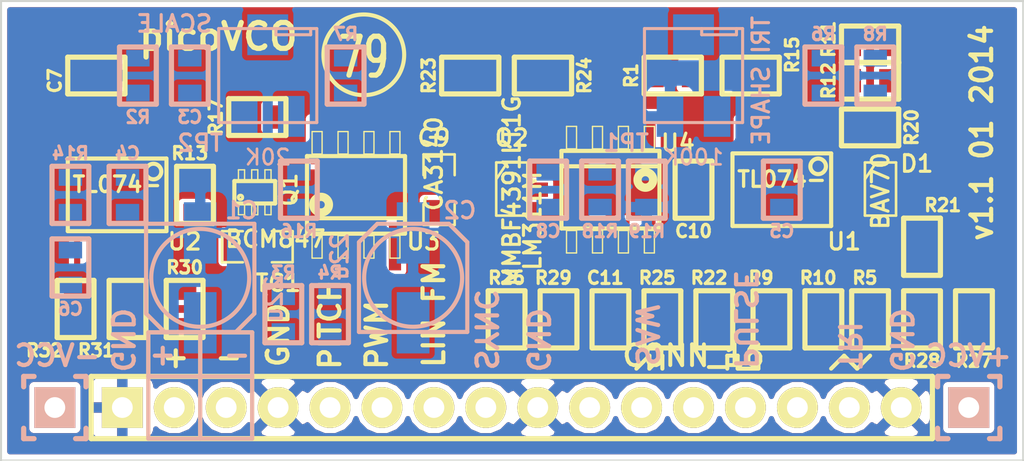
<source format=kicad_pcb>
(kicad_pcb (version 3) (host pcbnew "(2013-07-07 BZR 4022)-stable")

  (general
    (links 121)
    (no_connects 102)
    (area 99.896084 116.949999 154.346124 140.30325)
    (thickness 1.6002)
    (drawings 56)
    (tracks 0)
    (zones 0)
    (modules 56)
    (nets 40)
  )

  (page A4)
  (layers
    (15 Front signal)
    (0 Back signal)
    (16 B.Adhes user)
    (17 F.Adhes user)
    (18 B.Paste user)
    (19 F.Paste user)
    (20 B.SilkS user)
    (21 F.SilkS user)
    (22 B.Mask user)
    (23 F.Mask user)
    (24 Dwgs.User user)
    (25 Cmts.User user)
    (26 Eco1.User user)
    (27 Eco2.User user)
    (28 Edge.Cuts user)
  )

  (setup
    (last_trace_width 0.254)
    (trace_clearance 0.254)
    (zone_clearance 0.254)
    (zone_45_only no)
    (trace_min 0.2032)
    (segment_width 0.2)
    (edge_width 0.1)
    (via_size 0.889)
    (via_drill 0.381)
    (via_min_size 0.889)
    (via_min_drill 0.381)
    (uvia_size 0.508)
    (uvia_drill 0.127)
    (uvias_allowed no)
    (uvia_min_size 0.508)
    (uvia_min_drill 0.127)
    (pcb_text_width 0.3)
    (pcb_text_size 1.5 1.5)
    (mod_edge_width 0.15)
    (mod_text_size 1 1)
    (mod_text_width 0.15)
    (pad_size 0.29972 1.30048)
    (pad_drill 0)
    (pad_to_mask_clearance 0)
    (aux_axis_origin 0 0)
    (visible_elements 7FFF7F3F)
    (pcbplotparams
      (layerselection 8388608)
      (usegerberextensions false)
      (excludeedgelayer false)
      (linewidth 0.150000)
      (plotframeref false)
      (viasonmask false)
      (mode 1)
      (useauxorigin false)
      (hpglpennumber 1)
      (hpglpenspeed 20)
      (hpglpendiameter 15)
      (hpglpenoverlay 0)
      (psnegative false)
      (psa4output false)
      (plotreference true)
      (plotvalue false)
      (plotothertext true)
      (plotinvisibletext false)
      (padsonsilk false)
      (subtractmaskfromsilk false)
      (outputformat 3)
      (mirror false)
      (drillshape 0)
      (scaleselection 1)
      (outputdirectory Gerbers/))
  )

  (net 0 "")
  (net 1 +15V)
  (net 2 +15V_PWR)
  (net 3 -15V)
  (net 4 -15V_PWR)
  (net 5 /RAMP)
  (net 6 /SCALE)
  (net 7 /TRI_SHAPE)
  (net 8 GND_PWR)
  (net 9 LINEAR_FM)
  (net 10 N-0000011)
  (net 11 N-0000017)
  (net 12 N-0000018)
  (net 13 N-0000019)
  (net 14 N-000002)
  (net 15 N-0000021)
  (net 16 N-0000022)
  (net 17 N-0000028)
  (net 18 N-0000029)
  (net 19 N-0000030)
  (net 20 N-0000032)
  (net 21 N-0000034)
  (net 22 N-0000035)
  (net 23 N-0000036)
  (net 24 N-0000042)
  (net 25 N-0000043)
  (net 26 N-0000044)
  (net 27 N-000006)
  (net 28 N-000007)
  (net 29 N-000008)
  (net 30 PITCH_CV)
  (net 31 PULSE)
  (net 32 PULSE_1K)
  (net 33 PWM_CV)
  (net 34 PWM_SUM)
  (net 35 SAW)
  (net 36 SAW_1K)
  (net 37 SYNC)
  (net 38 TRI)
  (net 39 TRI_1K)

  (net_class Default "This is the default net class."
    (clearance 0.254)
    (trace_width 0.254)
    (via_dia 0.889)
    (via_drill 0.381)
    (uvia_dia 0.508)
    (uvia_drill 0.127)
    (add_net "")
    (add_net GND_PWR)
    (add_net N-0000011)
    (add_net N-0000017)
    (add_net N-0000018)
    (add_net N-0000019)
    (add_net N-000002)
    (add_net N-0000021)
    (add_net N-0000022)
    (add_net N-0000028)
    (add_net N-0000029)
    (add_net N-0000030)
    (add_net N-0000032)
    (add_net N-0000034)
    (add_net N-0000035)
    (add_net N-0000036)
    (add_net N-0000042)
    (add_net N-0000043)
    (add_net N-0000044)
    (add_net N-000006)
    (add_net N-000007)
    (add_net N-000008)
    (add_net PWM_SUM)
  )

  (net_class POWER ""
    (clearance 0.254)
    (trace_width 0.3556)
    (via_dia 1.016)
    (via_drill 0.6096)
    (uvia_dia 0.508)
    (uvia_drill 0.127)
    (add_net +15V)
    (add_net +15V_PWR)
    (add_net -15V)
    (add_net -15V_PWR)
  )

  (net_class SIGNAL ""
    (clearance 0.254)
    (trace_width 0.3048)
    (via_dia 1.016)
    (via_drill 0.6096)
    (uvia_dia 0.508)
    (uvia_drill 0.127)
    (add_net /RAMP)
    (add_net /SCALE)
    (add_net /TRI_SHAPE)
    (add_net LINEAR_FM)
    (add_net PITCH_CV)
    (add_net PULSE)
    (add_net PULSE_1K)
    (add_net PWM_CV)
    (add_net SAW)
    (add_net SAW_1K)
    (add_net SYNC)
    (add_net TRI)
    (add_net TRI_1K)
  )

  (module 43A: (layer Back) (tedit 52B37397) (tstamp 5117F85D)
    (at 134.874 120.65 180)
    (path /5113EB64)
    (fp_text reference TP1 (at 3.302 -3.302 180) (layer B.SilkS)
      (effects (font (size 0.8128 0.8128) (thickness 0.1524)) (justify mirror))
    )
    (fp_text value 100K (at 0 -4.0005 180) (layer B.SilkS)
      (effects (font (size 0.762 0.762) (thickness 0.127)) (justify mirror))
    )
    (fp_line (start -2.10058 2.30124) (end -2.10058 1.99898) (layer B.SilkS) (width 0.14986))
    (fp_line (start -2.10058 1.99898) (end -0.39878 1.99898) (layer B.SilkS) (width 0.14986))
    (fp_line (start -0.39878 1.99898) (end -0.39878 2.30124) (layer B.SilkS) (width 0.14986))
    (fp_line (start -2.4003 2.30124) (end 2.4003 2.30124) (layer B.SilkS) (width 0.14986))
    (fp_line (start 2.4003 2.30124) (end 2.4003 -2.30124) (layer B.SilkS) (width 0.14986))
    (fp_line (start 2.4003 -2.30124) (end -2.4003 -2.30124) (layer B.SilkS) (width 0.14986))
    (fp_line (start -2.4003 -2.30124) (end -2.4003 2.30124) (layer B.SilkS) (width 0.14986))
    (pad 2 smd rect (at 0 1.99898 180) (size 1.99898 1.99898)
      (layers Back B.Paste B.Mask)
      (net 7 /TRI_SHAPE)
    )
    (pad 1 smd rect (at -1.15062 -1.99898 180) (size 1.30048 1.99898)
      (layers Back B.Paste B.Mask)
      (net 1 +15V)
    )
    (pad 3 smd rect (at 1.15062 -1.99898 180) (size 1.30048 1.99898)
      (layers Back B.Paste B.Mask)
      (net 8 GND_PWR)
    )
  )

  (module 43A: (layer Back) (tedit 52B3737D) (tstamp 5117F860)
    (at 114.046 120.65 180)
    (path /5113EBD7)
    (fp_text reference TP2 (at 3.302 -3.302 180) (layer B.SilkS)
      (effects (font (size 0.8128 0.8128) (thickness 0.1524)) (justify mirror))
    )
    (fp_text value 20K (at 0 -4.0005 180) (layer B.SilkS)
      (effects (font (size 0.762 0.762) (thickness 0.127)) (justify mirror))
    )
    (fp_line (start -2.10058 2.30124) (end -2.10058 1.99898) (layer B.SilkS) (width 0.14986))
    (fp_line (start -2.10058 1.99898) (end -0.39878 1.99898) (layer B.SilkS) (width 0.14986))
    (fp_line (start -0.39878 1.99898) (end -0.39878 2.30124) (layer B.SilkS) (width 0.14986))
    (fp_line (start -2.4003 2.30124) (end 2.4003 2.30124) (layer B.SilkS) (width 0.14986))
    (fp_line (start 2.4003 2.30124) (end 2.4003 -2.30124) (layer B.SilkS) (width 0.14986))
    (fp_line (start 2.4003 -2.30124) (end -2.4003 -2.30124) (layer B.SilkS) (width 0.14986))
    (fp_line (start -2.4003 -2.30124) (end -2.4003 2.30124) (layer B.SilkS) (width 0.14986))
    (pad 2 smd rect (at 0 1.99898 180) (size 1.99898 1.99898)
      (layers Back B.Paste B.Mask)
      (net 21 N-0000034)
    )
    (pad 1 smd rect (at -1.15062 -1.99898 180) (size 1.30048 1.99898)
      (layers Back B.Paste B.Mask)
      (net 15 N-0000021)
    )
    (pad 3 smd rect (at 1.15062 -1.99898 180) (size 1.30048 1.99898)
      (layers Back B.Paste B.Mask)
      (net 21 N-0000034)
    )
  )

  (module -SOT363_PHILIPS (layer Front) (tedit 52B12155) (tstamp 51171875)
    (at 113.411 126.365)
    (descr "SMALL OUTLINE TRANSISTOR; 6 LEADS")
    (tags "SMALL OUTLINE TRANSISTOR; 6 LEADS")
    (path /5113E67D)
    (attr smd)
    (fp_text reference Q1 (at 1.651 -0.127 90) (layer F.SilkS)
      (effects (font (size 0.8128 0.8128) (thickness 0.1524)))
    )
    (fp_text value BCM847 (at 1.016 2.286) (layer F.SilkS)
      (effects (font (size 0.8128 0.8128) (thickness 0.1524)))
    )
    (fp_line (start -0.79756 1.09982) (end -0.49784 1.09982) (layer F.SilkS) (width 0.06604))
    (fp_line (start -0.49784 1.09982) (end -0.49784 0.59944) (layer F.SilkS) (width 0.06604))
    (fp_line (start -0.79756 0.59944) (end -0.49784 0.59944) (layer F.SilkS) (width 0.06604))
    (fp_line (start -0.79756 1.09982) (end -0.79756 0.59944) (layer F.SilkS) (width 0.06604))
    (fp_line (start -0.14986 1.09982) (end 0.14986 1.09982) (layer F.SilkS) (width 0.06604))
    (fp_line (start 0.14986 1.09982) (end 0.14986 0.59944) (layer F.SilkS) (width 0.06604))
    (fp_line (start -0.14986 0.59944) (end 0.14986 0.59944) (layer F.SilkS) (width 0.06604))
    (fp_line (start -0.14986 1.09982) (end -0.14986 0.59944) (layer F.SilkS) (width 0.06604))
    (fp_line (start 0.49784 1.09982) (end 0.79756 1.09982) (layer F.SilkS) (width 0.06604))
    (fp_line (start 0.79756 1.09982) (end 0.79756 0.59944) (layer F.SilkS) (width 0.06604))
    (fp_line (start 0.49784 0.59944) (end 0.79756 0.59944) (layer F.SilkS) (width 0.06604))
    (fp_line (start 0.49784 1.09982) (end 0.49784 0.59944) (layer F.SilkS) (width 0.06604))
    (fp_line (start 0.49784 -0.59944) (end 0.79756 -0.59944) (layer F.SilkS) (width 0.06604))
    (fp_line (start 0.79756 -0.59944) (end 0.79756 -1.09982) (layer F.SilkS) (width 0.06604))
    (fp_line (start 0.49784 -1.09982) (end 0.79756 -1.09982) (layer F.SilkS) (width 0.06604))
    (fp_line (start 0.49784 -0.59944) (end 0.49784 -1.09982) (layer F.SilkS) (width 0.06604))
    (fp_line (start -0.14986 -0.59944) (end 0.14986 -0.59944) (layer F.SilkS) (width 0.06604))
    (fp_line (start 0.14986 -0.59944) (end 0.14986 -1.09982) (layer F.SilkS) (width 0.06604))
    (fp_line (start -0.14986 -1.09982) (end 0.14986 -1.09982) (layer F.SilkS) (width 0.06604))
    (fp_line (start -0.14986 -0.59944) (end -0.14986 -1.09982) (layer F.SilkS) (width 0.06604))
    (fp_line (start -0.79756 -0.59944) (end -0.49784 -0.59944) (layer F.SilkS) (width 0.06604))
    (fp_line (start -0.49784 -0.59944) (end -0.49784 -1.09982) (layer F.SilkS) (width 0.06604))
    (fp_line (start -0.79756 -1.09982) (end -0.49784 -1.09982) (layer F.SilkS) (width 0.06604))
    (fp_line (start -0.79756 -0.59944) (end -0.79756 -1.09982) (layer F.SilkS) (width 0.06604))
    (fp_line (start -0.99822 -0.54864) (end 0.99822 -0.54864) (layer F.SilkS) (width 0.2032))
    (fp_line (start 0.99822 -0.54864) (end 0.99822 0.54864) (layer F.SilkS) (width 0.2032))
    (fp_line (start 0.99822 0.54864) (end -0.99822 0.54864) (layer F.SilkS) (width 0.2032))
    (fp_line (start -0.99822 0.54864) (end -0.99822 -0.54864) (layer F.SilkS) (width 0.2032))
    (fp_circle (center -0.6985 0.24892) (end -0.77216 0.32258) (layer F.SilkS) (width 0.1524))
    (pad 1 smd rect (at -0.6477 0.79756) (size 0.39878 0.79756)
      (layers Front F.Paste F.Mask)
      (net 27 N-000006)
    )
    (pad 2 smd rect (at 0 0.79756) (size 0.39878 0.79756)
      (layers Front F.Paste F.Mask)
      (net 16 N-0000022)
    )
    (pad 3 smd rect (at 0.6477 0.79756) (size 0.39878 0.79756)
      (layers Front F.Paste F.Mask)
      (net 20 N-0000032)
    )
    (pad 4 smd rect (at 0.6477 -0.79756) (size 0.39878 0.79756)
      (layers Front F.Paste F.Mask)
      (net 27 N-000006)
    )
    (pad 5 smd rect (at 0 -0.79756) (size 0.39878 0.79756)
      (layers Front F.Paste F.Mask)
      (net 8 GND_PWR)
    )
    (pad 6 smd rect (at -0.6477 -0.79756) (size 0.39878 0.79756)
      (layers Front F.Paste F.Mask)
      (net 28 N-000007)
    )
  )

  (module SM0805-HAND (layer Front) (tedit 52B12138) (tstamp 51171878)
    (at 113.538 129.032 180)
    (path /5113EC84)
    (attr smd)
    (fp_text reference TC1 (at -1.016 -1.778 360) (layer F.SilkS)
      (effects (font (size 0.8128 0.8128) (thickness 0.1524)))
    )
    (fp_text value "1K 3300ppm/K" (at 0 0 180) (layer F.SilkS) hide
      (effects (font (size 0.635 0.635) (thickness 0.127)))
    )
    (fp_line (start -0.7112 0.762) (end -1.7272 0.762) (layer F.SilkS) (width 0.127))
    (fp_line (start -1.7272 0.762) (end -1.7272 -0.762) (layer F.SilkS) (width 0.127))
    (fp_line (start -1.7272 -0.762) (end -0.7112 -0.762) (layer F.SilkS) (width 0.127))
    (fp_line (start 0.7112 -0.762) (end 1.7272 -0.762) (layer F.SilkS) (width 0.127))
    (fp_line (start 1.7272 -0.762) (end 1.7272 0.762) (layer F.SilkS) (width 0.127))
    (fp_line (start 1.7272 0.762) (end 0.7112 0.762) (layer F.SilkS) (width 0.127))
    (pad 1 smd rect (at -1.0795 0 180) (size 1.143 1.397)
      (layers Front F.Paste F.Mask)
      (net 8 GND_PWR)
    )
    (pad 2 smd rect (at 1.0795 0 180) (size 1.143 1.397)
      (layers Front F.Paste F.Mask)
      (net 16 N-0000022)
    )
    (model smd/chip_cms.wrl
      (at (xyz 0 0 0))
      (scale (xyz 0.1 0.1 0.1))
      (rotate (xyz 0 0 0))
    )
  )

  (module SM0805-HAND (layer Front) (tedit 52B12133) (tstamp 511CFA42)
    (at 122.428 126.238 90)
    (path /5113F26E)
    (attr smd)
    (fp_text reference C9 (at 2.54 -0.254 180) (layer F.SilkS)
      (effects (font (size 0.8128 0.8128) (thickness 0.1524)))
    )
    (fp_text value "2.2n 1%" (at 0 0 90) (layer F.SilkS) hide
      (effects (font (size 0.635 0.635) (thickness 0.127)))
    )
    (fp_line (start -0.7112 0.762) (end -1.7272 0.762) (layer F.SilkS) (width 0.127))
    (fp_line (start -1.7272 0.762) (end -1.7272 -0.762) (layer F.SilkS) (width 0.127))
    (fp_line (start -1.7272 -0.762) (end -0.7112 -0.762) (layer F.SilkS) (width 0.127))
    (fp_line (start 0.7112 -0.762) (end 1.7272 -0.762) (layer F.SilkS) (width 0.127))
    (fp_line (start 1.7272 -0.762) (end 1.7272 0.762) (layer F.SilkS) (width 0.127))
    (fp_line (start 1.7272 0.762) (end 0.7112 0.762) (layer F.SilkS) (width 0.127))
    (pad 1 smd rect (at -1.0795 0 90) (size 1.143 1.397)
      (layers Front F.Paste F.Mask)
      (net 20 N-0000032)
    )
    (pad 2 smd rect (at 1.0795 0 90) (size 1.143 1.397)
      (layers Front F.Paste F.Mask)
      (net 17 N-0000028)
    )
    (model smd/chip_cms.wrl
      (at (xyz 0 0 0))
      (scale (xyz 0.1 0.1 0.1))
      (rotate (xyz 0 0 0))
    )
  )

  (module SOT23 (layer Front) (tedit 52B1216A) (tstamp 5115C437)
    (at 125.984 126.238 270)
    (tags SOT23)
    (path /5113E160)
    (fp_text reference Q2 (at -2.54 0 360) (layer F.SilkS)
      (effects (font (size 0.8128 0.8128) (thickness 0.1524)))
    )
    (fp_text value MMBF4391LT1G (at 0.0635 0 270) (layer F.SilkS)
      (effects (font (size 0.8128 0.8128) (thickness 0.1524)))
    )
    (fp_line (start -0.508 0.762) (end -1.27 0.254) (layer F.SilkS) (width 0.127))
    (fp_line (start 1.27 0.762) (end -1.3335 0.762) (layer F.SilkS) (width 0.127))
    (fp_line (start -1.3335 0.762) (end -1.3335 -0.762) (layer F.SilkS) (width 0.127))
    (fp_line (start -1.3335 -0.762) (end 1.27 -0.762) (layer F.SilkS) (width 0.127))
    (fp_line (start 1.27 -0.762) (end 1.27 0.762) (layer F.SilkS) (width 0.127))
    (pad 3 smd rect (at 0 -1.27 270) (size 0.70104 1.00076)
      (layers Front F.Paste F.Mask)
      (net 19 N-0000030)
    )
    (pad 2 smd rect (at 0.9525 1.27 270) (size 0.70104 1.00076)
      (layers Front F.Paste F.Mask)
      (net 20 N-0000032)
    )
    (pad 1 smd rect (at -0.9525 1.27 270) (size 0.70104 1.00076)
      (layers Front F.Paste F.Mask)
      (net 17 N-0000028)
    )
    (model smd/SOT23_6.wrl
      (at (xyz 0 0 0))
      (scale (xyz 0.11 0.11 0.11))
      (rotate (xyz 0 0 -180))
    )
  )

  (module SOT23 (layer Front) (tedit 52B120D4) (tstamp 5115C435)
    (at 144.018 126.238 270)
    (tags SOT23)
    (path /5114032F)
    (fp_text reference D1 (at -1.27 -1.778 360) (layer F.SilkS)
      (effects (font (size 0.8128 0.8128) (thickness 0.1524)))
    )
    (fp_text value BAV70 (at 0.0635 0 270) (layer F.SilkS)
      (effects (font (size 0.8128 0.8128) (thickness 0.1524)))
    )
    (fp_line (start -0.508 0.762) (end -1.27 0.254) (layer F.SilkS) (width 0.127))
    (fp_line (start 1.27 0.762) (end -1.3335 0.762) (layer F.SilkS) (width 0.127))
    (fp_line (start -1.3335 0.762) (end -1.3335 -0.762) (layer F.SilkS) (width 0.127))
    (fp_line (start -1.3335 -0.762) (end 1.27 -0.762) (layer F.SilkS) (width 0.127))
    (fp_line (start 1.27 -0.762) (end 1.27 0.762) (layer F.SilkS) (width 0.127))
    (pad 3 smd rect (at 0 -1.27 270) (size 0.70104 1.00076)
      (layers Front F.Paste F.Mask)
      (net 22 N-0000035)
    )
    (pad 2 smd rect (at 0.9525 1.27 270) (size 0.70104 1.00076)
      (layers Front F.Paste F.Mask)
      (net 35 SAW)
    )
    (pad 1 smd rect (at -0.9525 1.27 270) (size 0.70104 1.00076)
      (layers Front F.Paste F.Mask)
      (net 25 N-0000043)
    )
    (model smd/SOT23_6.wrl
      (at (xyz 0 0 0))
      (scale (xyz 0.11 0.11 0.11))
      (rotate (xyz 0 0 -180))
    )
  )

  (module rcl-153CLV-0505 (layer Back) (tedit 52B1222D) (tstamp 5115C493)
    (at 121.158 130.556 90)
    (descr "ALUMINUM ELECTROLYTIC CAPACITORS")
    (tags "ALUMINUM ELECTROLYTIC CAPACITORS")
    (path /51141D4D)
    (attr smd)
    (fp_text reference C2 (at 3.302 2.286 180) (layer B.SilkS)
      (effects (font (size 0.8128 0.8128) (thickness 0.1524)) (justify mirror))
    )
    (fp_text value 22u (at 1.03378 -3.59918 90) (layer B.SilkS)
      (effects (font (size 0.8128 0.8128) (thickness 0.1524)) (justify mirror))
    )
    (fp_line (start 1.74752 -2.64922) (end -2.64922 -2.64922) (layer B.SilkS) (width 0.2032))
    (fp_line (start -2.64922 -2.64922) (end -2.64922 -1.09982) (layer B.SilkS) (width 0.2032))
    (fp_line (start -2.64922 -1.09982) (end -2.64922 1.09982) (layer B.SilkS) (width 0.2032))
    (fp_line (start -2.64922 1.09982) (end -2.64922 2.64922) (layer B.SilkS) (width 0.2032))
    (fp_line (start -2.64922 2.64922) (end 1.74752 2.64922) (layer B.SilkS) (width 0.2032))
    (fp_line (start 2.64922 1.74752) (end 2.64922 1.09982) (layer B.SilkS) (width 0.2032))
    (fp_line (start 2.64922 1.09982) (end 2.64922 -1.09982) (layer B.SilkS) (width 0.2032))
    (fp_line (start 2.64922 -1.09982) (end 2.64922 -1.74752) (layer B.SilkS) (width 0.2032))
    (fp_line (start 2.64922 -1.74752) (end 1.74752 -2.64922) (layer B.SilkS) (width 0.2032))
    (fp_line (start 1.74752 2.64922) (end 2.64922 1.74752) (layer B.SilkS) (width 0.2032))
    (fp_arc (start 0 0) (end 2.19964 -0.94996) (angle -133.2) (layer B.SilkS) (width 0.2032))
    (fp_arc (start 0 0) (end -2.19964 -0.94996) (angle -46.7) (layer B.SilkS) (width 0.2032))
    (fp_arc (start 0 0) (end -2.19964 0.94996) (angle -133.2) (layer B.SilkS) (width 0.2032))
    (fp_arc (start 0 0) (end 2.19964 0.94996) (angle -46.7) (layer B.SilkS) (width 0.2032))
    (pad 1 smd rect (at 2.19964 0 90) (size 2.99974 1.59766)
      (layers Back B.Paste B.Mask)
      (net 8 GND_PWR)
    )
    (pad 2 smd rect (at -2.19964 0 90) (size 2.99974 1.59766)
      (layers Back B.Paste B.Mask)
      (net 3 -15V)
    )
  )

  (module rcl-153CLV-0505 (layer Back) (tedit 52B12228) (tstamp 5115C491)
    (at 110.744 130.556 270)
    (descr "ALUMINUM ELECTROLYTIC CAPACITORS")
    (tags "ALUMINUM ELECTROLYTIC CAPACITORS")
    (path /51141D46)
    (attr smd)
    (fp_text reference C1 (at -3.302 -2.032 360) (layer B.SilkS)
      (effects (font (size 0.8128 0.8128) (thickness 0.1524)) (justify mirror))
    )
    (fp_text value 22u (at 1.03378 -3.59918 270) (layer B.SilkS)
      (effects (font (size 0.8128 0.8128) (thickness 0.1524)) (justify mirror))
    )
    (fp_line (start 1.74752 -2.64922) (end -2.64922 -2.64922) (layer B.SilkS) (width 0.2032))
    (fp_line (start -2.64922 -2.64922) (end -2.64922 -1.09982) (layer B.SilkS) (width 0.2032))
    (fp_line (start -2.64922 -1.09982) (end -2.64922 1.09982) (layer B.SilkS) (width 0.2032))
    (fp_line (start -2.64922 1.09982) (end -2.64922 2.64922) (layer B.SilkS) (width 0.2032))
    (fp_line (start -2.64922 2.64922) (end 1.74752 2.64922) (layer B.SilkS) (width 0.2032))
    (fp_line (start 2.64922 1.74752) (end 2.64922 1.09982) (layer B.SilkS) (width 0.2032))
    (fp_line (start 2.64922 1.09982) (end 2.64922 -1.09982) (layer B.SilkS) (width 0.2032))
    (fp_line (start 2.64922 -1.09982) (end 2.64922 -1.74752) (layer B.SilkS) (width 0.2032))
    (fp_line (start 2.64922 -1.74752) (end 1.74752 -2.64922) (layer B.SilkS) (width 0.2032))
    (fp_line (start 1.74752 2.64922) (end 2.64922 1.74752) (layer B.SilkS) (width 0.2032))
    (fp_arc (start 0 0) (end 2.19964 -0.94996) (angle -133.2) (layer B.SilkS) (width 0.2032))
    (fp_arc (start 0 0) (end -2.19964 -0.94996) (angle -46.7) (layer B.SilkS) (width 0.2032))
    (fp_arc (start 0 0) (end -2.19964 0.94996) (angle -133.2) (layer B.SilkS) (width 0.2032))
    (fp_arc (start 0 0) (end 2.19964 0.94996) (angle -46.7) (layer B.SilkS) (width 0.2032))
    (pad 1 smd rect (at 2.19964 0 270) (size 2.99974 1.59766)
      (layers Back B.Paste B.Mask)
      (net 1 +15V)
    )
    (pad 2 smd rect (at -2.19964 0 270) (size 2.99974 1.59766)
      (layers Back B.Paste B.Mask)
      (net 8 GND_PWR)
    )
  )

  (module SIL-1 (layer Back) (tedit 512C278E) (tstamp 5123A0D9)
    (at 103.632 136.906)
    (descr "Connecteurs 1 pin")
    (tags "CONN DEV")
    (path /51239EE8)
    (fp_text reference JP3 (at 0 2.54) (layer B.SilkS) hide
      (effects (font (size 1.016 1.016) (thickness 0.1905)) (justify mirror))
    )
    (fp_text value CONN_1 (at 0 2.54) (layer B.SilkS) hide
      (effects (font (size 1.016 1.016) (thickness 0.1905)) (justify mirror))
    )
    (fp_line (start 1.016 1.524) (end 1.524 1.524) (layer B.SilkS) (width 0.254))
    (fp_line (start 1.524 1.524) (end 1.524 1.016) (layer B.SilkS) (width 0.254))
    (fp_line (start 1.016 -1.524) (end 1.524 -1.524) (layer B.SilkS) (width 0.254))
    (fp_line (start 1.524 -1.524) (end 1.524 -1.016) (layer B.SilkS) (width 0.254))
    (fp_line (start -1.524 -1.016) (end -1.524 -1.524) (layer B.SilkS) (width 0.254))
    (fp_line (start -1.524 -1.524) (end -1.016 -1.524) (layer B.SilkS) (width 0.254))
    (fp_line (start -1.016 1.524) (end -1.524 1.524) (layer B.SilkS) (width 0.254))
    (fp_line (start -1.524 1.524) (end -1.524 1.016) (layer B.SilkS) (width 0.254))
    (pad 1 thru_hole rect (at 0 0) (size 1.99898 1.99898) (drill 1.016)
      (layers *.Cu *.Mask B.SilkS)
      (net 3 -15V)
    )
  )

  (module SIL-1 (layer Back) (tedit 512C27A0) (tstamp 5123A0DB)
    (at 148.336 136.906)
    (descr "Connecteurs 1 pin")
    (tags "CONN DEV")
    (path /51239EDE)
    (fp_text reference JP2 (at 0 2.54) (layer B.SilkS) hide
      (effects (font (size 1.016 1.016) (thickness 0.1905)) (justify mirror))
    )
    (fp_text value CONN_1 (at 0 2.54) (layer B.SilkS) hide
      (effects (font (size 1.016 1.016) (thickness 0.1905)) (justify mirror))
    )
    (fp_line (start 1.016 1.524) (end 1.524 1.524) (layer B.SilkS) (width 0.254))
    (fp_line (start 1.524 1.524) (end 1.524 1.016) (layer B.SilkS) (width 0.254))
    (fp_line (start 1.016 -1.524) (end 1.524 -1.524) (layer B.SilkS) (width 0.254))
    (fp_line (start 1.524 -1.524) (end 1.524 -1.016) (layer B.SilkS) (width 0.254))
    (fp_line (start -1.524 -1.016) (end -1.524 -1.524) (layer B.SilkS) (width 0.254))
    (fp_line (start -1.524 -1.524) (end -1.016 -1.524) (layer B.SilkS) (width 0.254))
    (fp_line (start -1.016 1.524) (end -1.524 1.524) (layer B.SilkS) (width 0.254))
    (fp_line (start -1.524 1.524) (end -1.524 1.016) (layer B.SilkS) (width 0.254))
    (pad 1 thru_hole rect (at 0 0) (size 1.99898 1.99898) (drill 1.016)
      (layers *.Cu *.Mask B.SilkS)
      (net 1 +15V)
    )
  )

  (module SIL-16 (layer Front) (tedit 512C2782) (tstamp 5118264C)
    (at 125.984 136.906)
    (descr "Connecteur 18 pins")
    (tags "CONN DEV")
    (path /5117E0E3)
    (fp_text reference JP1 (at -19.16176 2.47904) (layer F.SilkS) hide
      (effects (font (size 1.016 1.016) (thickness 0.1905)))
    )
    (fp_text value CONN_16 (at 8.89 -2.54) (layer F.SilkS)
      (effects (font (size 1.016 1.016) (thickness 0.1905)))
    )
    (fp_line (start -20.574 -1.524) (end -20.574 1.524) (layer F.SilkS) (width 0.254))
    (fp_line (start -20.574 1.524) (end 20.574 1.524) (layer F.SilkS) (width 0.254))
    (fp_line (start 20.574 1.524) (end 20.574 -1.524) (layer F.SilkS) (width 0.254))
    (fp_line (start 20.574 -1.524) (end -20.574 -1.524) (layer F.SilkS) (width 0.254))
    (pad 1 thru_hole rect (at -19.05 0) (size 1.99898 1.99898) (drill 1.016)
      (layers *.Cu *.Mask F.SilkS)
      (net 8 GND_PWR)
    )
    (pad 2 thru_hole circle (at -16.51 0) (size 1.99898 1.99898) (drill 1.016)
      (layers *.Cu *.Mask F.SilkS)
      (net 2 +15V_PWR)
    )
    (pad 3 thru_hole circle (at -13.97 0) (size 1.99898 1.99898) (drill 1.016)
      (layers *.Cu *.Mask F.SilkS)
      (net 4 -15V_PWR)
    )
    (pad 4 thru_hole circle (at -11.43 0) (size 1.99898 1.99898) (drill 1.016)
      (layers *.Cu *.Mask F.SilkS)
      (net 8 GND_PWR)
    )
    (pad 5 thru_hole circle (at -8.89 0) (size 1.99898 1.99898) (drill 1.016)
      (layers *.Cu *.Mask F.SilkS)
      (net 30 PITCH_CV)
    )
    (pad 6 thru_hole circle (at -6.35 0) (size 1.99898 1.99898) (drill 1.016)
      (layers *.Cu *.Mask F.SilkS)
      (net 33 PWM_CV)
    )
    (pad 7 thru_hole circle (at -3.81 0) (size 1.99898 1.99898) (drill 1.016)
      (layers *.Cu *.Mask F.SilkS)
      (net 9 LINEAR_FM)
    )
    (pad 8 thru_hole circle (at -1.27 0) (size 1.99898 1.99898) (drill 1.016)
      (layers *.Cu *.Mask F.SilkS)
      (net 37 SYNC)
    )
    (pad 9 thru_hole circle (at 1.27 0) (size 1.99898 1.99898) (drill 1.016)
      (layers *.Cu *.Mask F.SilkS)
      (net 8 GND_PWR)
    )
    (pad 10 thru_hole circle (at 3.81 0) (size 1.99898 1.99898) (drill 1.016)
      (layers *.Cu *.Mask F.SilkS)
    )
    (pad 11 thru_hole circle (at 6.35 0) (size 1.99898 1.99898) (drill 1.016)
      (layers *.Cu *.Mask F.SilkS)
      (net 36 SAW_1K)
    )
    (pad 12 thru_hole circle (at 8.89 0) (size 1.99898 1.99898) (drill 1.016)
      (layers *.Cu *.Mask F.SilkS)
    )
    (pad 13 thru_hole circle (at 11.43 0) (size 1.99898 1.99898) (drill 1.016)
      (layers *.Cu *.Mask F.SilkS)
      (net 32 PULSE_1K)
    )
    (pad 14 thru_hole circle (at 13.97 0) (size 1.99898 1.99898) (drill 1.016)
      (layers *.Cu *.Mask F.SilkS)
    )
    (pad 15 thru_hole circle (at 16.51 0) (size 1.99898 1.99898) (drill 1.016)
      (layers *.Cu *.Mask F.SilkS)
      (net 39 TRI_1K)
    )
    (pad 16 thru_hole circle (at 19.05 0) (size 1.99898 1.99898) (drill 1.016)
      (layers *.Cu *.Mask F.SilkS)
      (net 8 GND_PWR)
    )
  )

  (module TSSOP14 (layer Front) (tedit 52B32FCA) (tstamp 5115C495)
    (at 139.192 126.238 180)
    (path /52E14220)
    (attr smd)
    (fp_text reference U1 (at -3.048 -2.54 180) (layer F.SilkS)
      (effects (font (size 0.8128 0.8128) (thickness 0.1524)))
    )
    (fp_text value TL074- (at 0 0.508 180) (layer F.SilkS)
      (effects (font (size 0.762 0.762) (thickness 0.16002)))
    )
    (fp_line (start -2.413 -1.778) (end 2.413 -1.778) (layer F.SilkS) (width 0.2032))
    (fp_line (start 2.413 -1.778) (end 2.413 1.778) (layer F.SilkS) (width 0.2032))
    (fp_line (start 2.413 1.778) (end -2.413 1.778) (layer F.SilkS) (width 0.2032))
    (fp_line (start -2.413 1.778) (end -2.413 -1.778) (layer F.SilkS) (width 0.2032))
    (fp_circle (center -1.778 1.143) (end -2.159 1.143) (layer F.SilkS) (width 0.2032))
    (pad 1 smd rect (at -1.9304 2.794 180) (size 0.29972 1.30048)
      (layers Front F.Paste F.Mask)
      (net 25 N-0000043)
    )
    (pad 2 smd rect (at -1.2954 2.794 180) (size 0.29972 1.30048)
      (layers Front F.Paste F.Mask)
      (net 10 N-0000011)
    )
    (pad 3 smd rect (at -0.635 2.794 180) (size 0.29972 1.30048)
      (layers Front F.Paste F.Mask)
      (net 8 GND_PWR)
    )
    (pad 4 smd rect (at 0 2.794 180) (size 0.29972 1.30048)
      (layers Front F.Paste F.Mask)
      (net 1 +15V)
    )
    (pad 5 smd rect (at 0.6604 2.794 180) (size 0.29972 1.30048)
      (layers Front F.Paste F.Mask)
      (net 8 GND_PWR)
    )
    (pad 6 smd rect (at 1.3081 2.794 180) (size 0.29972 1.30048)
      (layers Front F.Paste F.Mask)
      (net 13 N-0000019)
    )
    (pad 7 smd rect (at 1.9558 2.794 180) (size 0.29972 1.30048)
      (layers Front F.Paste F.Mask)
      (net 35 SAW)
    )
    (pad 8 smd rect (at 1.9558 -2.794 180) (size 0.29972 1.30048)
      (layers Front F.Paste F.Mask)
      (net 38 TRI)
    )
    (pad 9 smd rect (at 1.3081 -2.794 180) (size 0.29972 1.30048)
      (layers Front F.Paste F.Mask)
      (net 24 N-0000042)
    )
    (pad 10 smd rect (at 0.6604 -2.794 180) (size 0.29972 1.30048)
      (layers Front F.Paste F.Mask)
      (net 8 GND_PWR)
    )
    (pad 11 smd rect (at 0 -2.794 180) (size 0.29972 1.30048)
      (layers Front F.Paste F.Mask)
      (net 3 -15V)
    )
    (pad 12 smd rect (at -0.6477 -2.794 180) (size 0.29972 1.30048)
      (layers Front F.Paste F.Mask)
      (net 26 N-0000044)
    )
    (pad 13 smd rect (at -1.2954 -2.794 180) (size 0.29972 1.30048)
      (layers Front F.Paste F.Mask)
      (net 35 SAW)
    )
    (pad 14 smd rect (at -1.9431 -2.794 180) (size 0.29972 1.30048)
      (layers Front F.Paste F.Mask)
      (net 31 PULSE)
    )
    (model smd\smd_dil\tssop-14.wrl
      (at (xyz 0 0 0))
      (scale (xyz 1 1 1))
      (rotate (xyz 0 0 0))
    )
  )

  (module TSSOP14 (layer Front) (tedit 52B32FB7) (tstamp 5115C959)
    (at 106.68 126.492 180)
    (path /52E141D0)
    (attr smd)
    (fp_text reference U2 (at -3.302 -2.286 180) (layer F.SilkS)
      (effects (font (size 0.8128 0.8128) (thickness 0.1524)))
    )
    (fp_text value TL074- (at 0 0.508 180) (layer F.SilkS)
      (effects (font (size 0.762 0.762) (thickness 0.16002)))
    )
    (fp_line (start -2.413 -1.778) (end 2.413 -1.778) (layer F.SilkS) (width 0.2032))
    (fp_line (start 2.413 -1.778) (end 2.413 1.778) (layer F.SilkS) (width 0.2032))
    (fp_line (start 2.413 1.778) (end -2.413 1.778) (layer F.SilkS) (width 0.2032))
    (fp_line (start -2.413 1.778) (end -2.413 -1.778) (layer F.SilkS) (width 0.2032))
    (fp_circle (center -1.778 1.143) (end -2.159 1.143) (layer F.SilkS) (width 0.2032))
    (pad 1 smd rect (at -1.9304 2.794 180) (size 0.29972 1.30048)
      (layers Front F.Paste F.Mask)
      (net 6 /SCALE)
    )
    (pad 2 smd rect (at -1.2954 2.794 180) (size 0.29972 1.30048)
      (layers Front F.Paste F.Mask)
      (net 21 N-0000034)
    )
    (pad 3 smd rect (at -0.635 2.794 180) (size 0.29972 1.30048)
      (layers Front F.Paste F.Mask)
      (net 8 GND_PWR)
    )
    (pad 4 smd rect (at 0 2.794 180) (size 0.29972 1.30048)
      (layers Front F.Paste F.Mask)
      (net 1 +15V)
    )
    (pad 5 smd rect (at 0.6604 2.794 180) (size 0.29972 1.30048)
      (layers Front F.Paste F.Mask)
      (net 8 GND_PWR)
    )
    (pad 6 smd rect (at 1.3081 2.794 180) (size 0.29972 1.30048)
      (layers Front F.Paste F.Mask)
      (net 28 N-000007)
    )
    (pad 7 smd rect (at 1.9558 2.794 180) (size 0.29972 1.30048)
      (layers Front F.Paste F.Mask)
      (net 18 N-0000029)
    )
    (pad 8 smd rect (at 1.9558 -2.794 180) (size 0.29972 1.30048)
      (layers Front F.Paste F.Mask)
      (net 34 PWM_SUM)
    )
    (pad 9 smd rect (at 1.3081 -2.794 180) (size 0.29972 1.30048)
      (layers Front F.Paste F.Mask)
      (net 11 N-0000017)
    )
    (pad 10 smd rect (at 0.6604 -2.794 180) (size 0.29972 1.30048)
      (layers Front F.Paste F.Mask)
      (net 8 GND_PWR)
    )
    (pad 11 smd rect (at 0 -2.794 180) (size 0.29972 1.30048)
      (layers Front F.Paste F.Mask)
      (net 3 -15V)
    )
    (pad 12 smd rect (at -0.6477 -2.794 180) (size 0.29972 1.30048)
      (layers Front F.Paste F.Mask)
      (net 8 GND_PWR)
    )
    (pad 13 smd rect (at -1.2954 -2.794 180) (size 0.29972 1.30048)
      (layers Front F.Paste F.Mask)
      (net 33 PWM_CV)
    )
    (pad 14 smd rect (at -1.9431 -2.794 180) (size 0.29972 1.30048)
      (layers Front F.Paste F.Mask)
      (net 12 N-0000018)
    )
    (model smd\smd_dil\tssop-14.wrl
      (at (xyz 0 0 0))
      (scale (xyz 1 1 1))
      (rotate (xyz 0 0 0))
    )
  )

  (module SOIC-8-JRL (layer Front) (tedit 52B12163) (tstamp 5115C498)
    (at 130.81 126.238 180)
    (descr "SMALL OUTLINE INTEGRATED CIRCUIT")
    (tags "SMALL OUTLINE INTEGRATED CIRCUIT")
    (path /5113E081)
    (attr smd)
    (fp_text reference U4 (at -3.302 2.286 360) (layer F.SilkS)
      (effects (font (size 0.8128 0.8128) (thickness 0.1524)))
    )
    (fp_text value LM311M (at 3.81 -1.524 270) (layer F.SilkS)
      (effects (font (size 0.8128 0.8128) (thickness 0.1524)))
    )
    (fp_circle (center -1.708 0.481) (end -1.581 0.608) (layer F.SilkS) (width 0.4064))
    (fp_line (start -2.14884 3.0988) (end -1.65862 3.0988) (layer F.SilkS) (width 0.06604))
    (fp_line (start -1.65862 3.0988) (end -1.65862 1.99898) (layer F.SilkS) (width 0.06604))
    (fp_line (start -2.14884 1.99898) (end -1.65862 1.99898) (layer F.SilkS) (width 0.06604))
    (fp_line (start -2.14884 3.0988) (end -2.14884 1.99898) (layer F.SilkS) (width 0.06604))
    (fp_line (start -0.87884 3.0988) (end -0.38862 3.0988) (layer F.SilkS) (width 0.06604))
    (fp_line (start -0.38862 3.0988) (end -0.38862 1.99898) (layer F.SilkS) (width 0.06604))
    (fp_line (start -0.87884 1.99898) (end -0.38862 1.99898) (layer F.SilkS) (width 0.06604))
    (fp_line (start -0.87884 3.0988) (end -0.87884 1.99898) (layer F.SilkS) (width 0.06604))
    (fp_line (start 0.38862 3.0988) (end 0.87884 3.0988) (layer F.SilkS) (width 0.06604))
    (fp_line (start 0.87884 3.0988) (end 0.87884 1.99898) (layer F.SilkS) (width 0.06604))
    (fp_line (start 0.38862 1.99898) (end 0.87884 1.99898) (layer F.SilkS) (width 0.06604))
    (fp_line (start 0.38862 3.0988) (end 0.38862 1.99898) (layer F.SilkS) (width 0.06604))
    (fp_line (start 1.65862 3.0988) (end 2.14884 3.0988) (layer F.SilkS) (width 0.06604))
    (fp_line (start 2.14884 3.0988) (end 2.14884 1.99898) (layer F.SilkS) (width 0.06604))
    (fp_line (start 1.65862 1.99898) (end 2.14884 1.99898) (layer F.SilkS) (width 0.06604))
    (fp_line (start 1.65862 3.0988) (end 1.65862 1.99898) (layer F.SilkS) (width 0.06604))
    (fp_line (start 1.65862 -1.99898) (end 2.14884 -1.99898) (layer F.SilkS) (width 0.06604))
    (fp_line (start 2.14884 -1.99898) (end 2.14884 -3.0988) (layer F.SilkS) (width 0.06604))
    (fp_line (start 1.65862 -3.0988) (end 2.14884 -3.0988) (layer F.SilkS) (width 0.06604))
    (fp_line (start 1.65862 -1.99898) (end 1.65862 -3.0988) (layer F.SilkS) (width 0.06604))
    (fp_line (start 0.38862 -1.99898) (end 0.87884 -1.99898) (layer F.SilkS) (width 0.06604))
    (fp_line (start 0.87884 -1.99898) (end 0.87884 -3.0988) (layer F.SilkS) (width 0.06604))
    (fp_line (start 0.38862 -3.0988) (end 0.87884 -3.0988) (layer F.SilkS) (width 0.06604))
    (fp_line (start 0.38862 -1.99898) (end 0.38862 -3.0988) (layer F.SilkS) (width 0.06604))
    (fp_line (start -0.87884 -1.99898) (end -0.38862 -1.99898) (layer F.SilkS) (width 0.06604))
    (fp_line (start -0.38862 -1.99898) (end -0.38862 -3.0988) (layer F.SilkS) (width 0.06604))
    (fp_line (start -0.87884 -3.0988) (end -0.38862 -3.0988) (layer F.SilkS) (width 0.06604))
    (fp_line (start -0.87884 -1.99898) (end -0.87884 -3.0988) (layer F.SilkS) (width 0.06604))
    (fp_line (start -2.14884 -1.99898) (end -1.65862 -1.99898) (layer F.SilkS) (width 0.06604))
    (fp_line (start -1.65862 -1.99898) (end -1.65862 -3.0988) (layer F.SilkS) (width 0.06604))
    (fp_line (start -2.14884 -3.0988) (end -1.65862 -3.0988) (layer F.SilkS) (width 0.06604))
    (fp_line (start -2.14884 -1.99898) (end -2.14884 -3.0988) (layer F.SilkS) (width 0.06604))
    (fp_line (start 2.39776 -1.89992) (end 2.39776 1.39954) (layer F.SilkS) (width 0.2032))
    (fp_line (start 2.39776 1.39954) (end 2.39776 1.89992) (layer F.SilkS) (width 0.2032))
    (fp_line (start 2.39776 1.89992) (end -2.39776 1.89992) (layer F.SilkS) (width 0.2032))
    (fp_line (start -2.39776 1.89992) (end -2.39776 1.39954) (layer F.SilkS) (width 0.2032))
    (fp_line (start -2.39776 1.39954) (end -2.39776 -1.89992) (layer F.SilkS) (width 0.2032))
    (fp_line (start -2.39776 -1.89992) (end 2.39776 -1.89992) (layer F.SilkS) (width 0.2032))
    (fp_line (start 2.39776 1.14554) (end -2.39776 1.14554) (layer F.SilkS) (width 0.2032))
    (pad 1 smd rect (at -1.905 2.59842 180) (size 0.59944 2.19964)
      (layers Front F.Paste F.Mask)
      (net 3 -15V)
    )
    (pad 2 smd rect (at -0.635 2.59842 180) (size 0.59944 2.19964)
      (layers Front F.Paste F.Mask)
      (net 23 N-0000036)
    )
    (pad 3 smd rect (at 0.635 2.59842 180) (size 0.59944 2.19964)
      (layers Front F.Paste F.Mask)
      (net 14 N-000002)
    )
    (pad 4 smd rect (at 1.905 2.59842 180) (size 0.59944 2.19964)
      (layers Front F.Paste F.Mask)
      (net 3 -15V)
    )
    (pad 5 smd rect (at 1.905 -2.59842 180) (size 0.59944 2.19964)
      (layers Front F.Paste F.Mask)
    )
    (pad 6 smd rect (at 0.635 -2.59842 180) (size 0.59944 2.19964)
      (layers Front F.Paste F.Mask)
    )
    (pad 7 smd rect (at -0.635 -2.59842 180) (size 0.59944 2.19964)
      (layers Front F.Paste F.Mask)
      (net 19 N-0000030)
    )
    (pad 8 smd rect (at -1.905 -2.59842 180) (size 0.59944 2.19964)
      (layers Front F.Paste F.Mask)
      (net 1 +15V)
    )
  )

  (module SOIC-8-JRL (layer Front) (tedit 52B32FC0) (tstamp 5115C95C)
    (at 118.364 126.492)
    (descr "SMALL OUTLINE INTEGRATED CIRCUIT")
    (tags "SMALL OUTLINE INTEGRATED CIRCUIT")
    (path /5113E19B)
    (attr smd)
    (fp_text reference U3 (at 3.302 2.286) (layer F.SilkS)
      (effects (font (size 0.8128 0.8128) (thickness 0.1524)))
    )
    (fp_text value CA3140 (at 3.81 -1.524 90) (layer F.SilkS)
      (effects (font (size 0.8128 0.8128) (thickness 0.1524)))
    )
    (fp_circle (center -1.708 0.481) (end -1.581 0.608) (layer F.SilkS) (width 0.4064))
    (fp_line (start -2.14884 3.0988) (end -1.65862 3.0988) (layer F.SilkS) (width 0.06604))
    (fp_line (start -1.65862 3.0988) (end -1.65862 1.99898) (layer F.SilkS) (width 0.06604))
    (fp_line (start -2.14884 1.99898) (end -1.65862 1.99898) (layer F.SilkS) (width 0.06604))
    (fp_line (start -2.14884 3.0988) (end -2.14884 1.99898) (layer F.SilkS) (width 0.06604))
    (fp_line (start -0.87884 3.0988) (end -0.38862 3.0988) (layer F.SilkS) (width 0.06604))
    (fp_line (start -0.38862 3.0988) (end -0.38862 1.99898) (layer F.SilkS) (width 0.06604))
    (fp_line (start -0.87884 1.99898) (end -0.38862 1.99898) (layer F.SilkS) (width 0.06604))
    (fp_line (start -0.87884 3.0988) (end -0.87884 1.99898) (layer F.SilkS) (width 0.06604))
    (fp_line (start 0.38862 3.0988) (end 0.87884 3.0988) (layer F.SilkS) (width 0.06604))
    (fp_line (start 0.87884 3.0988) (end 0.87884 1.99898) (layer F.SilkS) (width 0.06604))
    (fp_line (start 0.38862 1.99898) (end 0.87884 1.99898) (layer F.SilkS) (width 0.06604))
    (fp_line (start 0.38862 3.0988) (end 0.38862 1.99898) (layer F.SilkS) (width 0.06604))
    (fp_line (start 1.65862 3.0988) (end 2.14884 3.0988) (layer F.SilkS) (width 0.06604))
    (fp_line (start 2.14884 3.0988) (end 2.14884 1.99898) (layer F.SilkS) (width 0.06604))
    (fp_line (start 1.65862 1.99898) (end 2.14884 1.99898) (layer F.SilkS) (width 0.06604))
    (fp_line (start 1.65862 3.0988) (end 1.65862 1.99898) (layer F.SilkS) (width 0.06604))
    (fp_line (start 1.65862 -1.99898) (end 2.14884 -1.99898) (layer F.SilkS) (width 0.06604))
    (fp_line (start 2.14884 -1.99898) (end 2.14884 -3.0988) (layer F.SilkS) (width 0.06604))
    (fp_line (start 1.65862 -3.0988) (end 2.14884 -3.0988) (layer F.SilkS) (width 0.06604))
    (fp_line (start 1.65862 -1.99898) (end 1.65862 -3.0988) (layer F.SilkS) (width 0.06604))
    (fp_line (start 0.38862 -1.99898) (end 0.87884 -1.99898) (layer F.SilkS) (width 0.06604))
    (fp_line (start 0.87884 -1.99898) (end 0.87884 -3.0988) (layer F.SilkS) (width 0.06604))
    (fp_line (start 0.38862 -3.0988) (end 0.87884 -3.0988) (layer F.SilkS) (width 0.06604))
    (fp_line (start 0.38862 -1.99898) (end 0.38862 -3.0988) (layer F.SilkS) (width 0.06604))
    (fp_line (start -0.87884 -1.99898) (end -0.38862 -1.99898) (layer F.SilkS) (width 0.06604))
    (fp_line (start -0.38862 -1.99898) (end -0.38862 -3.0988) (layer F.SilkS) (width 0.06604))
    (fp_line (start -0.87884 -3.0988) (end -0.38862 -3.0988) (layer F.SilkS) (width 0.06604))
    (fp_line (start -0.87884 -1.99898) (end -0.87884 -3.0988) (layer F.SilkS) (width 0.06604))
    (fp_line (start -2.14884 -1.99898) (end -1.65862 -1.99898) (layer F.SilkS) (width 0.06604))
    (fp_line (start -1.65862 -1.99898) (end -1.65862 -3.0988) (layer F.SilkS) (width 0.06604))
    (fp_line (start -2.14884 -3.0988) (end -1.65862 -3.0988) (layer F.SilkS) (width 0.06604))
    (fp_line (start -2.14884 -1.99898) (end -2.14884 -3.0988) (layer F.SilkS) (width 0.06604))
    (fp_line (start 2.39776 -1.89992) (end 2.39776 1.39954) (layer F.SilkS) (width 0.2032))
    (fp_line (start 2.39776 1.39954) (end 2.39776 1.89992) (layer F.SilkS) (width 0.2032))
    (fp_line (start 2.39776 1.89992) (end -2.39776 1.89992) (layer F.SilkS) (width 0.2032))
    (fp_line (start -2.39776 1.89992) (end -2.39776 1.39954) (layer F.SilkS) (width 0.2032))
    (fp_line (start -2.39776 1.39954) (end -2.39776 -1.89992) (layer F.SilkS) (width 0.2032))
    (fp_line (start -2.39776 -1.89992) (end 2.39776 -1.89992) (layer F.SilkS) (width 0.2032))
    (fp_line (start 2.39776 1.14554) (end -2.39776 1.14554) (layer F.SilkS) (width 0.2032))
    (pad 1 smd rect (at -1.905 2.59842) (size 0.59944 2.19964)
      (layers Front F.Paste F.Mask)
    )
    (pad 2 smd rect (at -0.635 2.59842) (size 0.59944 2.19964)
      (layers Front F.Paste F.Mask)
      (net 20 N-0000032)
    )
    (pad 3 smd rect (at 0.635 2.59842) (size 0.59944 2.19964)
      (layers Front F.Paste F.Mask)
      (net 8 GND_PWR)
    )
    (pad 4 smd rect (at 1.905 2.59842) (size 0.59944 2.19964)
      (layers Front F.Paste F.Mask)
      (net 3 -15V)
    )
    (pad 5 smd rect (at 1.905 -2.59842) (size 0.59944 2.19964)
      (layers Front F.Paste F.Mask)
    )
    (pad 6 smd rect (at 0.635 -2.59842) (size 0.59944 2.19964)
      (layers Front F.Paste F.Mask)
      (net 5 /RAMP)
    )
    (pad 7 smd rect (at -0.635 -2.59842) (size 0.59944 2.19964)
      (layers Front F.Paste F.Mask)
      (net 1 +15V)
    )
    (pad 8 smd rect (at -1.905 -2.59842) (size 0.59944 2.19964)
      (layers Front F.Paste F.Mask)
    )
  )

  (module SM0603-JRL (layer Front) (tedit 52B120A6) (tstamp 5115C465)
    (at 128.27 132.588 90)
    (path /51157B10)
    (attr smd)
    (fp_text reference R29 (at 2.032 -0.254 180) (layer F.SilkS)
      (effects (font (size 0.6096 0.6096) (thickness 0.1524)))
    )
    (fp_text value 1K (at 0 0 90) (layer F.SilkS) hide
      (effects (font (size 0.508 0.4572) (thickness 0.1143)))
    )
    (fp_line (start -1.4 0.9) (end 1.4 0.9) (layer F.SilkS) (width 0.254))
    (fp_line (start 1.4 0.9) (end 1.4 -0.9) (layer F.SilkS) (width 0.254))
    (fp_line (start 1.4 -0.9) (end -1.4 -0.9) (layer F.SilkS) (width 0.254))
    (fp_line (start -1.4 -0.9) (end -1.4 0.9) (layer F.SilkS) (width 0.254))
    (pad 1 smd rect (at -0.8509 0 90) (size 0.8128 1.143)
      (layers Front F.Paste F.Mask)
      (net 39 TRI_1K)
    )
    (pad 2 smd rect (at 0.8509 0 90) (size 0.8128 1.143)
      (layers Front F.Paste F.Mask)
      (net 38 TRI)
    )
    (model smd\resistors\R0603.wrl
      (at (xyz 0 0 0.001))
      (scale (xyz 0.5 0.5 0.5))
      (rotate (xyz 0 0 0))
    )
  )

  (module SM0603-JRL (layer Front) (tedit 52B120C5) (tstamp 5115C467)
    (at 146.05 132.588 90)
    (path /51157AF7)
    (attr smd)
    (fp_text reference R28 (at -2.032 0 180) (layer F.SilkS)
      (effects (font (size 0.6096 0.6096) (thickness 0.1524)))
    )
    (fp_text value 1K (at 0 0 90) (layer F.SilkS) hide
      (effects (font (size 0.508 0.4572) (thickness 0.1143)))
    )
    (fp_line (start -1.4 0.9) (end 1.4 0.9) (layer F.SilkS) (width 0.254))
    (fp_line (start 1.4 0.9) (end 1.4 -0.9) (layer F.SilkS) (width 0.254))
    (fp_line (start 1.4 -0.9) (end -1.4 -0.9) (layer F.SilkS) (width 0.254))
    (fp_line (start -1.4 -0.9) (end -1.4 0.9) (layer F.SilkS) (width 0.254))
    (pad 1 smd rect (at -0.8509 0 90) (size 0.8128 1.143)
      (layers Front F.Paste F.Mask)
      (net 32 PULSE_1K)
    )
    (pad 2 smd rect (at 0.8509 0 90) (size 0.8128 1.143)
      (layers Front F.Paste F.Mask)
      (net 31 PULSE)
    )
    (model smd\resistors\R0603.wrl
      (at (xyz 0 0 0.001))
      (scale (xyz 0.5 0.5 0.5))
      (rotate (xyz 0 0 0))
    )
  )

  (module SM0603-JRL (layer Front) (tedit 52B120CD) (tstamp 5115C469)
    (at 148.59 132.588 90)
    (path /51157AD6)
    (attr smd)
    (fp_text reference R27 (at -2.032 0 180) (layer F.SilkS)
      (effects (font (size 0.6096 0.6096) (thickness 0.1524)))
    )
    (fp_text value 1K (at 0 0 90) (layer F.SilkS) hide
      (effects (font (size 0.508 0.4572) (thickness 0.1143)))
    )
    (fp_line (start -1.4 0.9) (end 1.4 0.9) (layer F.SilkS) (width 0.254))
    (fp_line (start 1.4 0.9) (end 1.4 -0.9) (layer F.SilkS) (width 0.254))
    (fp_line (start 1.4 -0.9) (end -1.4 -0.9) (layer F.SilkS) (width 0.254))
    (fp_line (start -1.4 -0.9) (end -1.4 0.9) (layer F.SilkS) (width 0.254))
    (pad 1 smd rect (at -0.8509 0 90) (size 0.8128 1.143)
      (layers Front F.Paste F.Mask)
      (net 36 SAW_1K)
    )
    (pad 2 smd rect (at 0.8509 0 90) (size 0.8128 1.143)
      (layers Front F.Paste F.Mask)
      (net 35 SAW)
    )
    (model smd\resistors\R0603.wrl
      (at (xyz 0 0 0.001))
      (scale (xyz 0.5 0.5 0.5))
      (rotate (xyz 0 0 0))
    )
  )

  (module SM0603-JRL (layer Front) (tedit 52B120A3) (tstamp 5115C44F)
    (at 125.73 132.588 90)
    (path /5113F730)
    (attr smd)
    (fp_text reference R26 (at 2.032 0 180) (layer F.SilkS)
      (effects (font (size 0.6096 0.6096) (thickness 0.1524)))
    )
    (fp_text value 3.3K (at 0 0 90) (layer F.SilkS) hide
      (effects (font (size 0.508 0.4572) (thickness 0.1143)))
    )
    (fp_line (start -1.4 0.9) (end 1.4 0.9) (layer F.SilkS) (width 0.254))
    (fp_line (start 1.4 0.9) (end 1.4 -0.9) (layer F.SilkS) (width 0.254))
    (fp_line (start 1.4 -0.9) (end -1.4 -0.9) (layer F.SilkS) (width 0.254))
    (fp_line (start -1.4 -0.9) (end -1.4 0.9) (layer F.SilkS) (width 0.254))
    (pad 1 smd rect (at -0.8509 0 90) (size 0.8128 1.143)
      (layers Front F.Paste F.Mask)
      (net 8 GND_PWR)
    )
    (pad 2 smd rect (at 0.8509 0 90) (size 0.8128 1.143)
      (layers Front F.Paste F.Mask)
      (net 19 N-0000030)
    )
    (model smd\resistors\R0603.wrl
      (at (xyz 0 0 0.001))
      (scale (xyz 0.5 0.5 0.5))
      (rotate (xyz 0 0 0))
    )
  )

  (module SM0603-JRL (layer Front) (tedit 52B120B5) (tstamp 52AB97E9)
    (at 133.35 132.588 90)
    (path /51140397)
    (attr smd)
    (fp_text reference R25 (at 2.032 -0.254 180) (layer F.SilkS)
      (effects (font (size 0.6096 0.6096) (thickness 0.1524)))
    )
    (fp_text value 33K (at 0 0 90) (layer F.SilkS) hide
      (effects (font (size 0.508 0.4572) (thickness 0.1143)))
    )
    (fp_line (start -1.4 0.9) (end 1.4 0.9) (layer F.SilkS) (width 0.254))
    (fp_line (start 1.4 0.9) (end 1.4 -0.9) (layer F.SilkS) (width 0.254))
    (fp_line (start 1.4 -0.9) (end -1.4 -0.9) (layer F.SilkS) (width 0.254))
    (fp_line (start -1.4 -0.9) (end -1.4 0.9) (layer F.SilkS) (width 0.254))
    (pad 1 smd rect (at -0.8509 0 90) (size 0.8128 1.143)
      (layers Front F.Paste F.Mask)
      (net 24 N-0000042)
    )
    (pad 2 smd rect (at 0.8509 0 90) (size 0.8128 1.143)
      (layers Front F.Paste F.Mask)
      (net 38 TRI)
    )
    (model smd\resistors\R0603.wrl
      (at (xyz 0 0 0.001))
      (scale (xyz 0.5 0.5 0.5))
      (rotate (xyz 0 0 0))
    )
  )

  (module SM0603-JRL (layer Front) (tedit 52B120F1) (tstamp 5115C43B)
    (at 127.508 120.65 180)
    (path /5113F5F6)
    (attr smd)
    (fp_text reference R24 (at -2.032 0 270) (layer F.SilkS)
      (effects (font (size 0.6096 0.6096) (thickness 0.1524)))
    )
    (fp_text value 15K (at 0 0 180) (layer F.SilkS) hide
      (effects (font (size 0.508 0.4572) (thickness 0.1143)))
    )
    (fp_line (start -1.4 0.9) (end 1.4 0.9) (layer F.SilkS) (width 0.254))
    (fp_line (start 1.4 0.9) (end 1.4 -0.9) (layer F.SilkS) (width 0.254))
    (fp_line (start 1.4 -0.9) (end -1.4 -0.9) (layer F.SilkS) (width 0.254))
    (fp_line (start -1.4 -0.9) (end -1.4 0.9) (layer F.SilkS) (width 0.254))
    (pad 1 smd rect (at -0.8509 0 180) (size 0.8128 1.143)
      (layers Front F.Paste F.Mask)
      (net 23 N-0000036)
    )
    (pad 2 smd rect (at 0.8509 0 180) (size 0.8128 1.143)
      (layers Front F.Paste F.Mask)
      (net 5 /RAMP)
    )
    (model smd\resistors\R0603.wrl
      (at (xyz 0 0 0.001))
      (scale (xyz 0.5 0.5 0.5))
      (rotate (xyz 0 0 0))
    )
  )

  (module SM0603-JRL (layer Front) (tedit 52B120EF) (tstamp 5115C455)
    (at 123.952 120.65)
    (path /5113F30F)
    (attr smd)
    (fp_text reference R23 (at -2.032 0 90) (layer F.SilkS)
      (effects (font (size 0.6096 0.6096) (thickness 0.1524)))
    )
    (fp_text value 680 (at 0 0) (layer F.SilkS) hide
      (effects (font (size 0.508 0.4572) (thickness 0.1143)))
    )
    (fp_line (start -1.4 0.9) (end 1.4 0.9) (layer F.SilkS) (width 0.254))
    (fp_line (start 1.4 0.9) (end 1.4 -0.9) (layer F.SilkS) (width 0.254))
    (fp_line (start 1.4 -0.9) (end -1.4 -0.9) (layer F.SilkS) (width 0.254))
    (fp_line (start -1.4 -0.9) (end -1.4 0.9) (layer F.SilkS) (width 0.254))
    (pad 1 smd rect (at -0.8509 0) (size 0.8128 1.143)
      (layers Front F.Paste F.Mask)
      (net 17 N-0000028)
    )
    (pad 2 smd rect (at 0.8509 0) (size 0.8128 1.143)
      (layers Front F.Paste F.Mask)
      (net 5 /RAMP)
    )
    (model smd\resistors\R0603.wrl
      (at (xyz 0 0 0.001))
      (scale (xyz 0.5 0.5 0.5))
      (rotate (xyz 0 0 0))
    )
  )

  (module SM0603-JRL (layer Front) (tedit 52B120B9) (tstamp 52ABACDC)
    (at 135.89 132.588 270)
    (path /5114035A)
    (attr smd)
    (fp_text reference R22 (at -2.032 0.254 360) (layer F.SilkS)
      (effects (font (size 0.6096 0.6096) (thickness 0.1524)))
    )
    (fp_text value 56K (at 0 0 270) (layer F.SilkS) hide
      (effects (font (size 0.508 0.4572) (thickness 0.1143)))
    )
    (fp_line (start -1.4 0.9) (end 1.4 0.9) (layer F.SilkS) (width 0.254))
    (fp_line (start 1.4 0.9) (end 1.4 -0.9) (layer F.SilkS) (width 0.254))
    (fp_line (start 1.4 -0.9) (end -1.4 -0.9) (layer F.SilkS) (width 0.254))
    (fp_line (start -1.4 -0.9) (end -1.4 0.9) (layer F.SilkS) (width 0.254))
    (pad 1 smd rect (at -0.8509 0 270) (size 0.8128 1.143)
      (layers Front F.Paste F.Mask)
      (net 3 -15V)
    )
    (pad 2 smd rect (at 0.8509 0 270) (size 0.8128 1.143)
      (layers Front F.Paste F.Mask)
      (net 24 N-0000042)
    )
    (model smd\resistors\R0603.wrl
      (at (xyz 0 0 0.001))
      (scale (xyz 0.5 0.5 0.5))
      (rotate (xyz 0 0 0))
    )
  )

  (module SM0603-JRL (layer Front) (tedit 52B120D1) (tstamp 5115C485)
    (at 146.05 129.032 270)
    (path /51140351)
    (attr smd)
    (fp_text reference R21 (at -2.032 -1.016 360) (layer F.SilkS)
      (effects (font (size 0.6096 0.6096) (thickness 0.1524)))
    )
    (fp_text value 15K (at 0 0 270) (layer F.SilkS) hide
      (effects (font (size 0.508 0.4572) (thickness 0.1143)))
    )
    (fp_line (start -1.4 0.9) (end 1.4 0.9) (layer F.SilkS) (width 0.254))
    (fp_line (start 1.4 0.9) (end 1.4 -0.9) (layer F.SilkS) (width 0.254))
    (fp_line (start 1.4 -0.9) (end -1.4 -0.9) (layer F.SilkS) (width 0.254))
    (fp_line (start -1.4 -0.9) (end -1.4 0.9) (layer F.SilkS) (width 0.254))
    (pad 1 smd rect (at -0.8509 0 270) (size 0.8128 1.143)
      (layers Front F.Paste F.Mask)
      (net 22 N-0000035)
    )
    (pad 2 smd rect (at 0.8509 0 270) (size 0.8128 1.143)
      (layers Front F.Paste F.Mask)
      (net 24 N-0000042)
    )
    (model smd\resistors\R0603.wrl
      (at (xyz 0 0 0.001))
      (scale (xyz 0.5 0.5 0.5))
      (rotate (xyz 0 0 0))
    )
  )

  (module SM0603-JRL (layer Front) (tedit 52B120E2) (tstamp 5115C483)
    (at 143.51 123.19 180)
    (path /51140354)
    (attr smd)
    (fp_text reference R20 (at -2.032 0 450) (layer F.SilkS)
      (effects (font (size 0.6096 0.6096) (thickness 0.1524)))
    )
    (fp_text value 15K (at 0 0 180) (layer F.SilkS) hide
      (effects (font (size 0.508 0.4572) (thickness 0.1143)))
    )
    (fp_line (start -1.4 0.9) (end 1.4 0.9) (layer F.SilkS) (width 0.254))
    (fp_line (start 1.4 0.9) (end 1.4 -0.9) (layer F.SilkS) (width 0.254))
    (fp_line (start 1.4 -0.9) (end -1.4 -0.9) (layer F.SilkS) (width 0.254))
    (fp_line (start -1.4 -0.9) (end -1.4 0.9) (layer F.SilkS) (width 0.254))
    (pad 1 smd rect (at -0.8509 0 180) (size 0.8128 1.143)
      (layers Front F.Paste F.Mask)
      (net 3 -15V)
    )
    (pad 2 smd rect (at 0.8509 0 180) (size 0.8128 1.143)
      (layers Front F.Paste F.Mask)
      (net 22 N-0000035)
    )
    (model smd\resistors\R0603.wrl
      (at (xyz 0 0 0.001))
      (scale (xyz 0.5 0.5 0.5))
      (rotate (xyz 0 0 0))
    )
  )

  (module SM0603-JRL (layer Back) (tedit 52B1224F) (tstamp 5115C44B)
    (at 132.588 126.238 90)
    (path /5113F76D)
    (attr smd)
    (fp_text reference R19 (at -2.032 0 180) (layer B.SilkS)
      (effects (font (size 0.6096 0.6096) (thickness 0.1524)) (justify mirror))
    )
    (fp_text value 10K (at 0 0 90) (layer B.SilkS) hide
      (effects (font (size 0.508 0.4572) (thickness 0.1143)) (justify mirror))
    )
    (fp_line (start -1.4 -0.9) (end 1.4 -0.9) (layer B.SilkS) (width 0.254))
    (fp_line (start 1.4 -0.9) (end 1.4 0.9) (layer B.SilkS) (width 0.254))
    (fp_line (start 1.4 0.9) (end -1.4 0.9) (layer B.SilkS) (width 0.254))
    (fp_line (start -1.4 0.9) (end -1.4 -0.9) (layer B.SilkS) (width 0.254))
    (pad 1 smd rect (at -0.8509 0 90) (size 0.8128 1.143)
      (layers Back B.Paste B.Mask)
      (net 8 GND_PWR)
    )
    (pad 2 smd rect (at 0.8509 0 90) (size 0.8128 1.143)
      (layers Back B.Paste B.Mask)
      (net 14 N-000002)
    )
    (model smd\resistors\R0603.wrl
      (at (xyz 0 0 0.001))
      (scale (xyz 0.5 0.5 0.5))
      (rotate (xyz 0 0 0))
    )
  )

  (module SM0603-JRL (layer Back) (tedit 52B12252) (tstamp 5115C44D)
    (at 130.302 126.238 270)
    (path /5113F767)
    (attr smd)
    (fp_text reference R18 (at 2.032 0 360) (layer B.SilkS)
      (effects (font (size 0.6096 0.6096) (thickness 0.1524)) (justify mirror))
    )
    (fp_text value 20K (at 0 0 270) (layer B.SilkS) hide
      (effects (font (size 0.508 0.4572) (thickness 0.1143)) (justify mirror))
    )
    (fp_line (start -1.4 -0.9) (end 1.4 -0.9) (layer B.SilkS) (width 0.254))
    (fp_line (start 1.4 -0.9) (end 1.4 0.9) (layer B.SilkS) (width 0.254))
    (fp_line (start 1.4 0.9) (end -1.4 0.9) (layer B.SilkS) (width 0.254))
    (fp_line (start -1.4 0.9) (end -1.4 -0.9) (layer B.SilkS) (width 0.254))
    (pad 1 smd rect (at -0.8509 0 270) (size 0.8128 1.143)
      (layers Back B.Paste B.Mask)
      (net 14 N-000002)
    )
    (pad 2 smd rect (at 0.8509 0 270) (size 0.8128 1.143)
      (layers Back B.Paste B.Mask)
      (net 1 +15V)
    )
    (model smd\resistors\R0603.wrl
      (at (xyz 0 0 0.001))
      (scale (xyz 0.5 0.5 0.5))
      (rotate (xyz 0 0 0))
    )
  )

  (module SM0603-JRL (layer Front) (tedit 52B120F4) (tstamp 52ABC255)
    (at 113.538 122.682)
    (path /5113EF8B)
    (attr smd)
    (fp_text reference R17 (at -2.032 0 90) (layer F.SilkS)
      (effects (font (size 0.6096 0.6096) (thickness 0.1524)))
    )
    (fp_text value 10K (at 0 0) (layer F.SilkS) hide
      (effects (font (size 0.508 0.4572) (thickness 0.1143)))
    )
    (fp_line (start -1.4 0.9) (end 1.4 0.9) (layer F.SilkS) (width 0.254))
    (fp_line (start 1.4 0.9) (end 1.4 -0.9) (layer F.SilkS) (width 0.254))
    (fp_line (start 1.4 -0.9) (end -1.4 -0.9) (layer F.SilkS) (width 0.254))
    (fp_line (start -1.4 -0.9) (end -1.4 0.9) (layer F.SilkS) (width 0.254))
    (pad 1 smd rect (at -0.8509 0) (size 0.8128 1.143)
      (layers Front F.Paste F.Mask)
      (net 18 N-0000029)
    )
    (pad 2 smd rect (at 0.8509 0) (size 0.8128 1.143)
      (layers Front F.Paste F.Mask)
      (net 27 N-000006)
    )
    (model smd\resistors\R0603.wrl
      (at (xyz 0 0 0.001))
      (scale (xyz 0.5 0.5 0.5))
      (rotate (xyz 0 0 0))
    )
  )

  (module SM0603-JRL (layer Back) (tedit 52B12208) (tstamp 52ABC24A)
    (at 115.57 126.238 270)
    (path /5113EEC1)
    (attr smd)
    (fp_text reference R16 (at 2.032 0 360) (layer B.SilkS)
      (effects (font (size 0.6096 0.6096) (thickness 0.1524)) (justify mirror))
    )
    (fp_text value 1.5M (at 0 0 270) (layer B.SilkS) hide
      (effects (font (size 0.508 0.4572) (thickness 0.1143)) (justify mirror))
    )
    (fp_line (start -1.4 -0.9) (end 1.4 -0.9) (layer B.SilkS) (width 0.254))
    (fp_line (start 1.4 -0.9) (end 1.4 0.9) (layer B.SilkS) (width 0.254))
    (fp_line (start 1.4 0.9) (end -1.4 0.9) (layer B.SilkS) (width 0.254))
    (fp_line (start -1.4 0.9) (end -1.4 -0.9) (layer B.SilkS) (width 0.254))
    (pad 1 smd rect (at -0.8509 0 270) (size 0.8128 1.143)
      (layers Back B.Paste B.Mask)
      (net 28 N-000007)
    )
    (pad 2 smd rect (at 0.8509 0 270) (size 0.8128 1.143)
      (layers Back B.Paste B.Mask)
      (net 1 +15V)
    )
    (model smd\resistors\R0603.wrl
      (at (xyz 0 0 0.001))
      (scale (xyz 0.5 0.5 0.5))
      (rotate (xyz 0 0 0))
    )
  )

  (module SM0603-JRL (layer Front) (tedit 52B120EA) (tstamp 5115C451)
    (at 137.668 120.65 180)
    (path /511401BE)
    (attr smd)
    (fp_text reference R15 (at -2.032 1.016 270) (layer F.SilkS)
      (effects (font (size 0.6096 0.6096) (thickness 0.1524)))
    )
    (fp_text value 56K (at 0 0 180) (layer F.SilkS) hide
      (effects (font (size 0.508 0.4572) (thickness 0.1143)))
    )
    (fp_line (start -1.4 0.9) (end 1.4 0.9) (layer F.SilkS) (width 0.254))
    (fp_line (start 1.4 0.9) (end 1.4 -0.9) (layer F.SilkS) (width 0.254))
    (fp_line (start 1.4 -0.9) (end -1.4 -0.9) (layer F.SilkS) (width 0.254))
    (fp_line (start -1.4 -0.9) (end -1.4 0.9) (layer F.SilkS) (width 0.254))
    (pad 1 smd rect (at -0.8509 0 180) (size 0.8128 1.143)
      (layers Front F.Paste F.Mask)
      (net 13 N-0000019)
    )
    (pad 2 smd rect (at 0.8509 0 180) (size 0.8128 1.143)
      (layers Front F.Paste F.Mask)
      (net 35 SAW)
    )
    (model smd\resistors\R0603.wrl
      (at (xyz 0 0 0.001))
      (scale (xyz 0.5 0.5 0.5))
      (rotate (xyz 0 0 0))
    )
  )

  (module SM0603-JRL (layer Back) (tedit 52B1221E) (tstamp 5115C47B)
    (at 104.394 126.492 90)
    (path /51141C42)
    (attr smd)
    (fp_text reference R14 (at 2.032 0 180) (layer B.SilkS)
      (effects (font (size 0.6096 0.6096) (thickness 0.1524)) (justify mirror))
    )
    (fp_text value 1M (at 0 0 90) (layer B.SilkS) hide
      (effects (font (size 0.508 0.4572) (thickness 0.1143)) (justify mirror))
    )
    (fp_line (start -1.4 -0.9) (end 1.4 -0.9) (layer B.SilkS) (width 0.254))
    (fp_line (start 1.4 -0.9) (end 1.4 0.9) (layer B.SilkS) (width 0.254))
    (fp_line (start 1.4 0.9) (end -1.4 0.9) (layer B.SilkS) (width 0.254))
    (fp_line (start -1.4 0.9) (end -1.4 -0.9) (layer B.SilkS) (width 0.254))
    (pad 1 smd rect (at -0.8509 0 90) (size 0.8128 1.143)
      (layers Back B.Paste B.Mask)
      (net 29 N-000008)
    )
    (pad 2 smd rect (at 0.8509 0 90) (size 0.8128 1.143)
      (layers Back B.Paste B.Mask)
      (net 28 N-000007)
    )
    (model smd\resistors\R0603.wrl
      (at (xyz 0 0 0.001))
      (scale (xyz 0.5 0.5 0.5))
      (rotate (xyz 0 0 0))
    )
  )

  (module SM0603-JRL (layer Front) (tedit 52B12143) (tstamp 512C28A7)
    (at 110.49 126.492 270)
    (path /5113EC77)
    (attr smd)
    (fp_text reference R13 (at -2.032 0.254 360) (layer F.SilkS)
      (effects (font (size 0.6096 0.6096) (thickness 0.1524)))
    )
    (fp_text value 56K (at 0 0 270) (layer F.SilkS) hide
      (effects (font (size 0.508 0.4572) (thickness 0.1143)))
    )
    (fp_line (start -1.4 0.9) (end 1.4 0.9) (layer F.SilkS) (width 0.254))
    (fp_line (start 1.4 0.9) (end 1.4 -0.9) (layer F.SilkS) (width 0.254))
    (fp_line (start 1.4 -0.9) (end -1.4 -0.9) (layer F.SilkS) (width 0.254))
    (fp_line (start -1.4 -0.9) (end -1.4 0.9) (layer F.SilkS) (width 0.254))
    (pad 1 smd rect (at -0.8509 0 270) (size 0.8128 1.143)
      (layers Front F.Paste F.Mask)
      (net 6 /SCALE)
    )
    (pad 2 smd rect (at 0.8509 0 270) (size 0.8128 1.143)
      (layers Front F.Paste F.Mask)
      (net 16 N-0000022)
    )
    (model smd\resistors\R0603.wrl
      (at (xyz 0 0 0.001))
      (scale (xyz 0.5 0.5 0.5))
      (rotate (xyz 0 0 0))
    )
  )

  (module SM0603-JRL (layer Front) (tedit 52B120DE) (tstamp 5115C487)
    (at 143.51 119.126 180)
    (path /51140175)
    (attr smd)
    (fp_text reference R12 (at 2.032 -1.778 270) (layer F.SilkS)
      (effects (font (size 0.6096 0.6096) (thickness 0.1524)))
    )
    (fp_text value 56K (at 0 0 180) (layer F.SilkS) hide
      (effects (font (size 0.508 0.4572) (thickness 0.1143)))
    )
    (fp_line (start -1.4 0.9) (end 1.4 0.9) (layer F.SilkS) (width 0.254))
    (fp_line (start 1.4 0.9) (end 1.4 -0.9) (layer F.SilkS) (width 0.254))
    (fp_line (start 1.4 -0.9) (end -1.4 -0.9) (layer F.SilkS) (width 0.254))
    (fp_line (start -1.4 -0.9) (end -1.4 0.9) (layer F.SilkS) (width 0.254))
    (pad 1 smd rect (at -0.8509 0 180) (size 0.8128 1.143)
      (layers Front F.Paste F.Mask)
      (net 25 N-0000043)
    )
    (pad 2 smd rect (at 0.8509 0 180) (size 0.8128 1.143)
      (layers Front F.Paste F.Mask)
      (net 13 N-0000019)
    )
    (model smd\resistors\R0603.wrl
      (at (xyz 0 0 0.001))
      (scale (xyz 0.5 0.5 0.5))
      (rotate (xyz 0 0 0))
    )
  )

  (module SM0603-JRL (layer Front) (tedit 52B120DB) (tstamp 5115C477)
    (at 143.51 120.904)
    (path /511400C2)
    (attr smd)
    (fp_text reference R11 (at -2.032 -2.032 90) (layer F.SilkS)
      (effects (font (size 0.6096 0.6096) (thickness 0.1524)))
    )
    (fp_text value 39K (at 0 0) (layer F.SilkS) hide
      (effects (font (size 0.508 0.4572) (thickness 0.1143)))
    )
    (fp_line (start -1.4 0.9) (end 1.4 0.9) (layer F.SilkS) (width 0.254))
    (fp_line (start 1.4 0.9) (end 1.4 -0.9) (layer F.SilkS) (width 0.254))
    (fp_line (start 1.4 -0.9) (end -1.4 -0.9) (layer F.SilkS) (width 0.254))
    (fp_line (start -1.4 -0.9) (end -1.4 0.9) (layer F.SilkS) (width 0.254))
    (pad 1 smd rect (at -0.8509 0) (size 0.8128 1.143)
      (layers Front F.Paste F.Mask)
      (net 10 N-0000011)
    )
    (pad 2 smd rect (at 0.8509 0) (size 0.8128 1.143)
      (layers Front F.Paste F.Mask)
      (net 25 N-0000043)
    )
    (model smd\resistors\R0603.wrl
      (at (xyz 0 0 0.001))
      (scale (xyz 0.5 0.5 0.5))
      (rotate (xyz 0 0 0))
    )
  )

  (module SM0603-JRL (layer Front) (tedit 52B120BD) (tstamp 5115C443)
    (at 141.224 132.588 90)
    (path /5113FD80)
    (attr smd)
    (fp_text reference R10 (at 2.032 -0.254 180) (layer F.SilkS)
      (effects (font (size 0.6096 0.6096) (thickness 0.1524)))
    )
    (fp_text value 56K (at 0 0 90) (layer F.SilkS) hide
      (effects (font (size 0.508 0.4572) (thickness 0.1143)))
    )
    (fp_line (start -1.4 0.9) (end 1.4 0.9) (layer F.SilkS) (width 0.254))
    (fp_line (start 1.4 0.9) (end 1.4 -0.9) (layer F.SilkS) (width 0.254))
    (fp_line (start 1.4 -0.9) (end -1.4 -0.9) (layer F.SilkS) (width 0.254))
    (fp_line (start -1.4 -0.9) (end -1.4 0.9) (layer F.SilkS) (width 0.254))
    (pad 1 smd rect (at -0.8509 0 90) (size 0.8128 1.143)
      (layers Front F.Paste F.Mask)
      (net 26 N-0000044)
    )
    (pad 2 smd rect (at 0.8509 0 90) (size 0.8128 1.143)
      (layers Front F.Paste F.Mask)
      (net 8 GND_PWR)
    )
    (model smd\resistors\R0603.wrl
      (at (xyz 0 0 0.001))
      (scale (xyz 0.5 0.5 0.5))
      (rotate (xyz 0 0 0))
    )
  )

  (module SM0603-JRL (layer Front) (tedit 52B120BF) (tstamp 5115C445)
    (at 138.684 132.588 270)
    (path /5113FD74)
    (attr smd)
    (fp_text reference R9 (at -2.032 0.508 360) (layer F.SilkS)
      (effects (font (size 0.6096 0.6096) (thickness 0.1524)))
    )
    (fp_text value 10K (at 0 0 270) (layer F.SilkS) hide
      (effects (font (size 0.508 0.4572) (thickness 0.1143)))
    )
    (fp_line (start -1.4 0.9) (end 1.4 0.9) (layer F.SilkS) (width 0.254))
    (fp_line (start 1.4 0.9) (end 1.4 -0.9) (layer F.SilkS) (width 0.254))
    (fp_line (start 1.4 -0.9) (end -1.4 -0.9) (layer F.SilkS) (width 0.254))
    (fp_line (start -1.4 -0.9) (end -1.4 0.9) (layer F.SilkS) (width 0.254))
    (pad 1 smd rect (at -0.8509 0 270) (size 0.8128 1.143)
      (layers Front F.Paste F.Mask)
      (net 26 N-0000044)
    )
    (pad 2 smd rect (at 0.8509 0 270) (size 0.8128 1.143)
      (layers Front F.Paste F.Mask)
      (net 34 PWM_SUM)
    )
    (model smd\resistors\R0603.wrl
      (at (xyz 0 0 0.001))
      (scale (xyz 0.5 0.5 0.5))
      (rotate (xyz 0 0 0))
    )
  )

  (module SM0603-JRL (layer Back) (tedit 52B121F1) (tstamp 5117F981)
    (at 143.764 120.65 270)
    (path /5113FFCA)
    (attr smd)
    (fp_text reference R8 (at -2.032 0 360) (layer B.SilkS)
      (effects (font (size 0.6096 0.6096) (thickness 0.1524)) (justify mirror))
    )
    (fp_text value 56K (at 0 0 270) (layer B.SilkS) hide
      (effects (font (size 0.508 0.4572) (thickness 0.1143)) (justify mirror))
    )
    (fp_line (start -1.4 -0.9) (end 1.4 -0.9) (layer B.SilkS) (width 0.254))
    (fp_line (start 1.4 -0.9) (end 1.4 0.9) (layer B.SilkS) (width 0.254))
    (fp_line (start 1.4 0.9) (end -1.4 0.9) (layer B.SilkS) (width 0.254))
    (fp_line (start -1.4 0.9) (end -1.4 -0.9) (layer B.SilkS) (width 0.254))
    (pad 1 smd rect (at -0.8509 0 270) (size 0.8128 1.143)
      (layers Back B.Paste B.Mask)
      (net 3 -15V)
    )
    (pad 2 smd rect (at 0.8509 0 270) (size 0.8128 1.143)
      (layers Back B.Paste B.Mask)
      (net 10 N-0000011)
    )
    (model smd\resistors\R0603.wrl
      (at (xyz 0 0 0.001))
      (scale (xyz 0.5 0.5 0.5))
      (rotate (xyz 0 0 0))
    )
  )

  (module SM0603-JRL (layer Back) (tedit 52B121FD) (tstamp 512C28AA)
    (at 117.856 120.65 90)
    (path /5113EBF1)
    (attr smd)
    (fp_text reference R7 (at 2.032 0 180) (layer B.SilkS)
      (effects (font (size 0.6096 0.6096) (thickness 0.1524)) (justify mirror))
    )
    (fp_text value 91K (at 0 0 90) (layer B.SilkS) hide
      (effects (font (size 0.508 0.4572) (thickness 0.1143)) (justify mirror))
    )
    (fp_line (start -1.4 -0.9) (end 1.4 -0.9) (layer B.SilkS) (width 0.254))
    (fp_line (start 1.4 -0.9) (end 1.4 0.9) (layer B.SilkS) (width 0.254))
    (fp_line (start 1.4 0.9) (end -1.4 0.9) (layer B.SilkS) (width 0.254))
    (fp_line (start -1.4 0.9) (end -1.4 -0.9) (layer B.SilkS) (width 0.254))
    (pad 1 smd rect (at -0.8509 0 90) (size 0.8128 1.143)
      (layers Back B.Paste B.Mask)
      (net 15 N-0000021)
    )
    (pad 2 smd rect (at 0.8509 0 90) (size 0.8128 1.143)
      (layers Back B.Paste B.Mask)
      (net 6 /SCALE)
    )
    (model smd\resistors\R0603.wrl
      (at (xyz 0 0 0.001))
      (scale (xyz 0.5 0.5 0.5))
      (rotate (xyz 0 0 0))
    )
  )

  (module SM0603-JRL (layer Back) (tedit 52B121ED) (tstamp 5115C43D)
    (at 141.224 120.65 270)
    (path /51140027)
    (attr smd)
    (fp_text reference R6 (at -2.032 0 360) (layer B.SilkS)
      (effects (font (size 0.6096 0.6096) (thickness 0.1524)) (justify mirror))
    )
    (fp_text value 1M (at 0 0 270) (layer B.SilkS) hide
      (effects (font (size 0.508 0.4572) (thickness 0.1143)) (justify mirror))
    )
    (fp_line (start -1.4 -0.9) (end 1.4 -0.9) (layer B.SilkS) (width 0.254))
    (fp_line (start 1.4 -0.9) (end 1.4 0.9) (layer B.SilkS) (width 0.254))
    (fp_line (start 1.4 0.9) (end -1.4 0.9) (layer B.SilkS) (width 0.254))
    (fp_line (start -1.4 0.9) (end -1.4 -0.9) (layer B.SilkS) (width 0.254))
    (pad 1 smd rect (at -0.8509 0 270) (size 0.8128 1.143)
      (layers Back B.Paste B.Mask)
      (net 7 /TRI_SHAPE)
    )
    (pad 2 smd rect (at 0.8509 0 270) (size 0.8128 1.143)
      (layers Back B.Paste B.Mask)
      (net 10 N-0000011)
    )
    (model smd\resistors\R0603.wrl
      (at (xyz 0 0 0.001))
      (scale (xyz 0.5 0.5 0.5))
      (rotate (xyz 0 0 0))
    )
  )

  (module SM0603-JRL (layer Front) (tedit 52B120C8) (tstamp 5115C447)
    (at 143.51 132.588 270)
    (path /5113FD6F)
    (attr smd)
    (fp_text reference R5 (at -2.032 0.254 360) (layer F.SilkS)
      (effects (font (size 0.6096 0.6096) (thickness 0.1524)))
    )
    (fp_text value 1M (at 0 0 270) (layer F.SilkS) hide
      (effects (font (size 0.508 0.4572) (thickness 0.1143)))
    )
    (fp_line (start -1.4 0.9) (end 1.4 0.9) (layer F.SilkS) (width 0.254))
    (fp_line (start 1.4 0.9) (end 1.4 -0.9) (layer F.SilkS) (width 0.254))
    (fp_line (start 1.4 -0.9) (end -1.4 -0.9) (layer F.SilkS) (width 0.254))
    (fp_line (start -1.4 -0.9) (end -1.4 0.9) (layer F.SilkS) (width 0.254))
    (pad 1 smd rect (at -0.8509 0 270) (size 0.8128 1.143)
      (layers Front F.Paste F.Mask)
      (net 31 PULSE)
    )
    (pad 2 smd rect (at 0.8509 0 270) (size 0.8128 1.143)
      (layers Front F.Paste F.Mask)
      (net 26 N-0000044)
    )
    (model smd\resistors\R0603.wrl
      (at (xyz 0 0 0.001))
      (scale (xyz 0.5 0.5 0.5))
      (rotate (xyz 0 0 0))
    )
  )

  (module SM0603-JRL (layer Back) (tedit 52B12236) (tstamp 5115C475)
    (at 117.094 132.334 90)
    (path /51141CE5)
    (attr smd)
    (fp_text reference R4 (at 2.032 0 180) (layer B.SilkS)
      (effects (font (size 0.6096 0.6096) (thickness 0.1524)) (justify mirror))
    )
    (fp_text value 10 (at 0 0 90) (layer B.SilkS) hide
      (effects (font (size 0.508 0.4572) (thickness 0.1143)) (justify mirror))
    )
    (fp_line (start -1.4 -0.9) (end 1.4 -0.9) (layer B.SilkS) (width 0.254))
    (fp_line (start 1.4 -0.9) (end 1.4 0.9) (layer B.SilkS) (width 0.254))
    (fp_line (start 1.4 0.9) (end -1.4 0.9) (layer B.SilkS) (width 0.254))
    (fp_line (start -1.4 0.9) (end -1.4 -0.9) (layer B.SilkS) (width 0.254))
    (pad 1 smd rect (at -0.8509 0 90) (size 0.8128 1.143)
      (layers Back B.Paste B.Mask)
      (net 4 -15V_PWR)
    )
    (pad 2 smd rect (at 0.8509 0 90) (size 0.8128 1.143)
      (layers Back B.Paste B.Mask)
      (net 3 -15V)
    )
    (model smd\resistors\R0603.wrl
      (at (xyz 0 0 0.001))
      (scale (xyz 0.5 0.5 0.5))
      (rotate (xyz 0 0 0))
    )
  )

  (module SM0603-JRL (layer Back) (tedit 52B1223B) (tstamp 51182A88)
    (at 114.808 132.334 90)
    (path /51141CE1)
    (attr smd)
    (fp_text reference R3 (at 2.032 0 180) (layer B.SilkS)
      (effects (font (size 0.6096 0.6096) (thickness 0.1524)) (justify mirror))
    )
    (fp_text value 10 (at 0 0 90) (layer B.SilkS) hide
      (effects (font (size 0.508 0.4572) (thickness 0.1143)) (justify mirror))
    )
    (fp_line (start -1.4 -0.9) (end 1.4 -0.9) (layer B.SilkS) (width 0.254))
    (fp_line (start 1.4 -0.9) (end 1.4 0.9) (layer B.SilkS) (width 0.254))
    (fp_line (start 1.4 0.9) (end -1.4 0.9) (layer B.SilkS) (width 0.254))
    (fp_line (start -1.4 0.9) (end -1.4 -0.9) (layer B.SilkS) (width 0.254))
    (pad 1 smd rect (at -0.8509 0 90) (size 0.8128 1.143)
      (layers Back B.Paste B.Mask)
      (net 2 +15V_PWR)
    )
    (pad 2 smd rect (at 0.8509 0 90) (size 0.8128 1.143)
      (layers Back B.Paste B.Mask)
      (net 1 +15V)
    )
    (model smd\resistors\R0603.wrl
      (at (xyz 0 0 0.001))
      (scale (xyz 0.5 0.5 0.5))
      (rotate (xyz 0 0 0))
    )
  )

  (module SM0603-JRL (layer Back) (tedit 52B12267) (tstamp 5115C46B)
    (at 107.696 120.65 90)
    (path /5113EAF7)
    (attr smd)
    (fp_text reference R2 (at -2.032 0 180) (layer B.SilkS)
      (effects (font (size 0.6096 0.6096) (thickness 0.1524)) (justify mirror))
    )
    (fp_text value 100K (at 0 0 90) (layer B.SilkS) hide
      (effects (font (size 0.508 0.4572) (thickness 0.1143)) (justify mirror))
    )
    (fp_line (start -1.4 -0.9) (end 1.4 -0.9) (layer B.SilkS) (width 0.254))
    (fp_line (start 1.4 -0.9) (end 1.4 0.9) (layer B.SilkS) (width 0.254))
    (fp_line (start 1.4 0.9) (end -1.4 0.9) (layer B.SilkS) (width 0.254))
    (fp_line (start -1.4 0.9) (end -1.4 -0.9) (layer B.SilkS) (width 0.254))
    (pad 1 smd rect (at -0.8509 0 90) (size 0.8128 1.143)
      (layers Back B.Paste B.Mask)
      (net 30 PITCH_CV)
    )
    (pad 2 smd rect (at 0.8509 0 90) (size 0.8128 1.143)
      (layers Back B.Paste B.Mask)
      (net 21 N-0000034)
    )
    (model smd\resistors\R0603.wrl
      (at (xyz 0 0 0.001))
      (scale (xyz 0.5 0.5 0.5))
      (rotate (xyz 0 0 0))
    )
  )

  (module SM0603-JRL (layer Front) (tedit 52B120E7) (tstamp 5115C441)
    (at 133.858 120.65)
    (path /5113FEFB)
    (attr smd)
    (fp_text reference R1 (at -2.032 0 90) (layer F.SilkS)
      (effects (font (size 0.6096 0.6096) (thickness 0.1524)))
    )
    (fp_text value 10K (at 0 0) (layer F.SilkS) hide
      (effects (font (size 0.508 0.4572) (thickness 0.1143)))
    )
    (fp_line (start -1.4 0.9) (end 1.4 0.9) (layer F.SilkS) (width 0.254))
    (fp_line (start 1.4 0.9) (end 1.4 -0.9) (layer F.SilkS) (width 0.254))
    (fp_line (start 1.4 -0.9) (end -1.4 -0.9) (layer F.SilkS) (width 0.254))
    (fp_line (start -1.4 -0.9) (end -1.4 0.9) (layer F.SilkS) (width 0.254))
    (pad 1 smd rect (at -0.8509 0) (size 0.8128 1.143)
      (layers Front F.Paste F.Mask)
      (net 5 /RAMP)
    )
    (pad 2 smd rect (at 0.8509 0) (size 0.8128 1.143)
      (layers Front F.Paste F.Mask)
      (net 10 N-0000011)
    )
    (model smd\resistors\R0603.wrl
      (at (xyz 0 0 0.001))
      (scale (xyz 0.5 0.5 0.5))
      (rotate (xyz 0 0 0))
    )
  )

  (module SM0603-JRL (layer Front) (tedit 52B120AD) (tstamp 5115C47D)
    (at 130.81 132.588 90)
    (path /5114039E)
    (attr smd)
    (fp_text reference C11 (at 2.032 -0.254 180) (layer F.SilkS)
      (effects (font (size 0.6096 0.6096) (thickness 0.1524)))
    )
    (fp_text value 100p (at 0 0 90) (layer F.SilkS) hide
      (effects (font (size 0.508 0.4572) (thickness 0.1143)))
    )
    (fp_line (start -1.4 0.9) (end 1.4 0.9) (layer F.SilkS) (width 0.254))
    (fp_line (start 1.4 0.9) (end 1.4 -0.9) (layer F.SilkS) (width 0.254))
    (fp_line (start 1.4 -0.9) (end -1.4 -0.9) (layer F.SilkS) (width 0.254))
    (fp_line (start -1.4 -0.9) (end -1.4 0.9) (layer F.SilkS) (width 0.254))
    (pad 1 smd rect (at -0.8509 0 90) (size 0.8128 1.143)
      (layers Front F.Paste F.Mask)
      (net 24 N-0000042)
    )
    (pad 2 smd rect (at 0.8509 0 90) (size 0.8128 1.143)
      (layers Front F.Paste F.Mask)
      (net 38 TRI)
    )
    (model smd\resistors\R0603.wrl
      (at (xyz 0 0 0.001))
      (scale (xyz 0.5 0.5 0.5))
      (rotate (xyz 0 0 0))
    )
  )

  (module SM0603-JRL (layer Front) (tedit 52B12166) (tstamp 5115C453)
    (at 134.874 126.238 270)
    (path /5113F545)
    (attr smd)
    (fp_text reference C10 (at 2.032 0 360) (layer F.SilkS)
      (effects (font (size 0.6096 0.6096) (thickness 0.1524)))
    )
    (fp_text value 18p (at 0 0 270) (layer F.SilkS) hide
      (effects (font (size 0.508 0.4572) (thickness 0.1143)))
    )
    (fp_line (start -1.4 0.9) (end 1.4 0.9) (layer F.SilkS) (width 0.254))
    (fp_line (start 1.4 0.9) (end 1.4 -0.9) (layer F.SilkS) (width 0.254))
    (fp_line (start 1.4 -0.9) (end -1.4 -0.9) (layer F.SilkS) (width 0.254))
    (fp_line (start -1.4 -0.9) (end -1.4 0.9) (layer F.SilkS) (width 0.254))
    (pad 1 smd rect (at -0.8509 0 270) (size 0.8128 1.143)
      (layers Front F.Paste F.Mask)
      (net 23 N-0000036)
    )
    (pad 2 smd rect (at 0.8509 0 270) (size 0.8128 1.143)
      (layers Front F.Paste F.Mask)
      (net 19 N-0000030)
    )
    (model smd\resistors\R0603.wrl
      (at (xyz 0 0 0.001))
      (scale (xyz 0.5 0.5 0.5))
      (rotate (xyz 0 0 0))
    )
  )

  (module SM0603-JRL (layer Back) (tedit 52B12249) (tstamp 51278751)
    (at 127.762 126.238 90)
    (path /5113F7BE)
    (attr smd)
    (fp_text reference C8 (at -2.032 0 180) (layer B.SilkS)
      (effects (font (size 0.6096 0.6096) (thickness 0.1524)) (justify mirror))
    )
    (fp_text value 100p (at 0 0 90) (layer B.SilkS) hide
      (effects (font (size 0.508 0.4572) (thickness 0.1143)) (justify mirror))
    )
    (fp_line (start -1.4 -0.9) (end 1.4 -0.9) (layer B.SilkS) (width 0.254))
    (fp_line (start 1.4 -0.9) (end 1.4 0.9) (layer B.SilkS) (width 0.254))
    (fp_line (start 1.4 0.9) (end -1.4 0.9) (layer B.SilkS) (width 0.254))
    (fp_line (start -1.4 0.9) (end -1.4 -0.9) (layer B.SilkS) (width 0.254))
    (pad 1 smd rect (at -0.8509 0 90) (size 0.8128 1.143)
      (layers Back B.Paste B.Mask)
      (net 37 SYNC)
    )
    (pad 2 smd rect (at 0.8509 0 90) (size 0.8128 1.143)
      (layers Back B.Paste B.Mask)
      (net 14 N-000002)
    )
    (model smd\resistors\R0603.wrl
      (at (xyz 0 0 0.001))
      (scale (xyz 0.5 0.5 0.5))
      (rotate (xyz 0 0 0))
    )
  )

  (module SM0603-JRL (layer Front) (tedit 52B120FB) (tstamp 5115C956)
    (at 105.664 120.65 180)
    (path /5113EFA7)
    (attr smd)
    (fp_text reference C7 (at 2.032 -0.254 270) (layer F.SilkS)
      (effects (font (size 0.6096 0.6096) (thickness 0.1524)))
    )
    (fp_text value 100p (at 0 0 180) (layer F.SilkS) hide
      (effects (font (size 0.508 0.4572) (thickness 0.1143)))
    )
    (fp_line (start -1.4 0.9) (end 1.4 0.9) (layer F.SilkS) (width 0.254))
    (fp_line (start 1.4 0.9) (end 1.4 -0.9) (layer F.SilkS) (width 0.254))
    (fp_line (start 1.4 -0.9) (end -1.4 -0.9) (layer F.SilkS) (width 0.254))
    (fp_line (start -1.4 -0.9) (end -1.4 0.9) (layer F.SilkS) (width 0.254))
    (pad 1 smd rect (at -0.8509 0 180) (size 0.8128 1.143)
      (layers Front F.Paste F.Mask)
      (net 28 N-000007)
    )
    (pad 2 smd rect (at 0.8509 0 180) (size 0.8128 1.143)
      (layers Front F.Paste F.Mask)
      (net 18 N-0000029)
    )
    (model smd\resistors\R0603.wrl
      (at (xyz 0 0 0.001))
      (scale (xyz 0.5 0.5 0.5))
      (rotate (xyz 0 0 0))
    )
  )

  (module SM0603-JRL (layer Back) (tedit 52B12223) (tstamp 51182CB1)
    (at 104.394 130.048 270)
    (path /51141C5F)
    (attr smd)
    (fp_text reference C6 (at 2.032 0 360) (layer B.SilkS)
      (effects (font (size 0.6096 0.6096) (thickness 0.1524)) (justify mirror))
    )
    (fp_text value 2.2n (at 0 0 270) (layer B.SilkS) hide
      (effects (font (size 0.508 0.4572) (thickness 0.1143)) (justify mirror))
    )
    (fp_line (start -1.4 -0.9) (end 1.4 -0.9) (layer B.SilkS) (width 0.254))
    (fp_line (start 1.4 -0.9) (end 1.4 0.9) (layer B.SilkS) (width 0.254))
    (fp_line (start 1.4 0.9) (end -1.4 0.9) (layer B.SilkS) (width 0.254))
    (fp_line (start -1.4 0.9) (end -1.4 -0.9) (layer B.SilkS) (width 0.254))
    (pad 1 smd rect (at -0.8509 0 270) (size 0.8128 1.143)
      (layers Back B.Paste B.Mask)
      (net 29 N-000008)
    )
    (pad 2 smd rect (at 0.8509 0 270) (size 0.8128 1.143)
      (layers Back B.Paste B.Mask)
      (net 9 LINEAR_FM)
    )
    (model smd\resistors\R0603.wrl
      (at (xyz 0 0 0.001))
      (scale (xyz 0.5 0.5 0.5))
      (rotate (xyz 0 0 0))
    )
  )

  (module SM0603-JRL (layer Back) (tedit 52B12256) (tstamp 5115C46D)
    (at 139.192 126.238 270)
    (path /51141E68)
    (attr smd)
    (fp_text reference C5 (at 2.032 0 360) (layer B.SilkS)
      (effects (font (size 0.6096 0.6096) (thickness 0.1524)) (justify mirror))
    )
    (fp_text value 100n (at 0 0 270) (layer B.SilkS) hide
      (effects (font (size 0.508 0.4572) (thickness 0.1143)) (justify mirror))
    )
    (fp_line (start -1.4 -0.9) (end 1.4 -0.9) (layer B.SilkS) (width 0.254))
    (fp_line (start 1.4 -0.9) (end 1.4 0.9) (layer B.SilkS) (width 0.254))
    (fp_line (start 1.4 0.9) (end -1.4 0.9) (layer B.SilkS) (width 0.254))
    (fp_line (start -1.4 0.9) (end -1.4 -0.9) (layer B.SilkS) (width 0.254))
    (pad 1 smd rect (at -0.8509 0 270) (size 0.8128 1.143)
      (layers Back B.Paste B.Mask)
      (net 1 +15V)
    )
    (pad 2 smd rect (at 0.8509 0 270) (size 0.8128 1.143)
      (layers Back B.Paste B.Mask)
      (net 3 -15V)
    )
    (model smd\resistors\R0603.wrl
      (at (xyz 0 0 0.001))
      (scale (xyz 0.5 0.5 0.5))
      (rotate (xyz 0 0 0))
    )
  )

  (module SM0603-JRL (layer Back) (tedit 52B1221A) (tstamp 5115C46F)
    (at 107.188 126.492 270)
    (path /51141E60)
    (attr smd)
    (fp_text reference C4 (at -2.032 0 360) (layer B.SilkS)
      (effects (font (size 0.6096 0.6096) (thickness 0.1524)) (justify mirror))
    )
    (fp_text value 100n (at 0 0 270) (layer B.SilkS) hide
      (effects (font (size 0.508 0.4572) (thickness 0.1143)) (justify mirror))
    )
    (fp_line (start -1.4 -0.9) (end 1.4 -0.9) (layer B.SilkS) (width 0.254))
    (fp_line (start 1.4 -0.9) (end 1.4 0.9) (layer B.SilkS) (width 0.254))
    (fp_line (start 1.4 0.9) (end -1.4 0.9) (layer B.SilkS) (width 0.254))
    (fp_line (start -1.4 0.9) (end -1.4 -0.9) (layer B.SilkS) (width 0.254))
    (pad 1 smd rect (at -0.8509 0 270) (size 0.8128 1.143)
      (layers Back B.Paste B.Mask)
      (net 1 +15V)
    )
    (pad 2 smd rect (at 0.8509 0 270) (size 0.8128 1.143)
      (layers Back B.Paste B.Mask)
      (net 3 -15V)
    )
    (model smd\resistors\R0603.wrl
      (at (xyz 0 0 0.001))
      (scale (xyz 0.5 0.5 0.5))
      (rotate (xyz 0 0 0))
    )
  )

  (module SM0603-JRL (layer Back) (tedit 52B1226A) (tstamp 52AD235D)
    (at 110.236 120.65 270)
    (path /5113EC21)
    (attr smd)
    (fp_text reference C3 (at 2.032 0 360) (layer B.SilkS)
      (effects (font (size 0.6096 0.6096) (thickness 0.1524)) (justify mirror))
    )
    (fp_text value 100p (at 0 0 270) (layer B.SilkS) hide
      (effects (font (size 0.508 0.4572) (thickness 0.1143)) (justify mirror))
    )
    (fp_line (start -1.4 -0.9) (end 1.4 -0.9) (layer B.SilkS) (width 0.254))
    (fp_line (start 1.4 -0.9) (end 1.4 0.9) (layer B.SilkS) (width 0.254))
    (fp_line (start 1.4 0.9) (end -1.4 0.9) (layer B.SilkS) (width 0.254))
    (fp_line (start -1.4 0.9) (end -1.4 -0.9) (layer B.SilkS) (width 0.254))
    (pad 1 smd rect (at -0.8509 0 270) (size 0.8128 1.143)
      (layers Back B.Paste B.Mask)
      (net 6 /SCALE)
    )
    (pad 2 smd rect (at 0.8509 0 270) (size 0.8128 1.143)
      (layers Back B.Paste B.Mask)
      (net 21 N-0000034)
    )
    (model smd\resistors\R0603.wrl
      (at (xyz 0 0 0.001))
      (scale (xyz 0.5 0.5 0.5))
      (rotate (xyz 0 0 0))
    )
  )

  (module SM0603-JRL (layer Front) (tedit 52B26DA4) (tstamp 52AB9752)
    (at 104.648 132.08 90)
    (path /52AB682E)
    (attr smd)
    (fp_text reference R32 (at -2.032 -1.524 180) (layer F.SilkS)
      (effects (font (size 0.6096 0.6096) (thickness 0.1524)))
    )
    (fp_text value 100K (at 0 0 90) (layer F.SilkS) hide
      (effects (font (size 0.508 0.4572) (thickness 0.1143)))
    )
    (fp_line (start -1.4 0.9) (end 1.4 0.9) (layer F.SilkS) (width 0.254))
    (fp_line (start 1.4 0.9) (end 1.4 -0.9) (layer F.SilkS) (width 0.254))
    (fp_line (start 1.4 -0.9) (end -1.4 -0.9) (layer F.SilkS) (width 0.254))
    (fp_line (start -1.4 -0.9) (end -1.4 0.9) (layer F.SilkS) (width 0.254))
    (pad 1 smd rect (at -0.8509 0 90) (size 0.8128 1.143)
      (layers Front F.Paste F.Mask)
      (net 11 N-0000017)
    )
    (pad 2 smd rect (at 0.8509 0 90) (size 0.8128 1.143)
      (layers Front F.Paste F.Mask)
      (net 34 PWM_SUM)
    )
    (model smd\resistors\R0603.wrl
      (at (xyz 0 0 0.001))
      (scale (xyz 0.5 0.5 0.5))
      (rotate (xyz 0 0 0))
    )
  )

  (module SM0603-JRL (layer Front) (tedit 52B26DAE) (tstamp 52AB975E)
    (at 107.188 132.08 270)
    (path /52AB6872)
    (attr smd)
    (fp_text reference R31 (at 2.032 1.524 360) (layer F.SilkS)
      (effects (font (size 0.6096 0.6096) (thickness 0.1524)))
    )
    (fp_text value 100K (at 0 0 270) (layer F.SilkS) hide
      (effects (font (size 0.508 0.4572) (thickness 0.1143)))
    )
    (fp_line (start -1.4 0.9) (end 1.4 0.9) (layer F.SilkS) (width 0.254))
    (fp_line (start 1.4 0.9) (end 1.4 -0.9) (layer F.SilkS) (width 0.254))
    (fp_line (start 1.4 -0.9) (end -1.4 -0.9) (layer F.SilkS) (width 0.254))
    (fp_line (start -1.4 -0.9) (end -1.4 0.9) (layer F.SilkS) (width 0.254))
    (pad 1 smd rect (at -0.8509 0 270) (size 0.8128 1.143)
      (layers Front F.Paste F.Mask)
      (net 12 N-0000018)
    )
    (pad 2 smd rect (at 0.8509 0 270) (size 0.8128 1.143)
      (layers Front F.Paste F.Mask)
      (net 11 N-0000017)
    )
    (model smd\resistors\R0603.wrl
      (at (xyz 0 0 0.001))
      (scale (xyz 0.5 0.5 0.5))
      (rotate (xyz 0 0 0))
    )
  )

  (module SM0603-JRL (layer Front) (tedit 52B26D98) (tstamp 52AB976A)
    (at 109.982 132.08 90)
    (path /52AB6CC3)
    (attr smd)
    (fp_text reference R30 (at 2.032 0 180) (layer F.SilkS)
      (effects (font (size 0.6096 0.6096) (thickness 0.1524)))
    )
    (fp_text value 100K (at 0 0 90) (layer F.SilkS) hide
      (effects (font (size 0.508 0.4572) (thickness 0.1143)))
    )
    (fp_line (start -1.4 0.9) (end 1.4 0.9) (layer F.SilkS) (width 0.254))
    (fp_line (start 1.4 0.9) (end 1.4 -0.9) (layer F.SilkS) (width 0.254))
    (fp_line (start 1.4 -0.9) (end -1.4 -0.9) (layer F.SilkS) (width 0.254))
    (fp_line (start -1.4 -0.9) (end -1.4 0.9) (layer F.SilkS) (width 0.254))
    (pad 1 smd rect (at -0.8509 0 90) (size 0.8128 1.143)
      (layers Front F.Paste F.Mask)
      (net 33 PWM_CV)
    )
    (pad 2 smd rect (at 0.8509 0 90) (size 0.8128 1.143)
      (layers Front F.Paste F.Mask)
      (net 12 N-0000018)
    )
    (model smd\resistors\R0603.wrl
      (at (xyz 0 0 0.001))
      (scale (xyz 0.5 0.5 0.5))
      (rotate (xyz 0 0 0))
    )
  )

  (gr_line (start 142.875 135.001) (end 143.51 134.366) (angle 90) (layer F.SilkS) (width 0.2))
  (gr_line (start 133.35 134.366) (end 133.35 135.001) (angle 90) (layer F.SilkS) (width 0.2))
  (gr_line (start 132.715 135.001) (end 133.35 134.366) (angle 90) (layer F.SilkS) (width 0.2))
  (gr_line (start 132.715 134.366) (end 132.715 135.001) (angle 90) (layer F.SilkS) (width 0.2))
  (gr_line (start 132.08 135.001) (end 132.715 134.366) (angle 90) (layer F.SilkS) (width 0.2))
  (gr_line (start 142.24 134.366) (end 142.875 135.001) (angle 90) (layer F.SilkS) (width 0.2))
  (gr_line (start 141.605 135.001) (end 142.24 134.366) (angle 90) (layer F.SilkS) (width 0.2))
  (gr_line (start 138.049 135.001) (end 138.049 134.366) (angle 90) (layer F.SilkS) (width 0.2))
  (gr_line (start 137.033 135.001) (end 138.049 135.001) (angle 90) (layer F.SilkS) (width 0.2))
  (gr_line (start 137.033 134.366) (end 137.033 135.001) (angle 90) (layer F.SilkS) (width 0.2))
  (gr_line (start 136.525 134.366) (end 137.033 134.366) (angle 90) (layer F.SilkS) (width 0.2))
  (gr_line (start 136.525 135.001) (end 136.525 134.366) (angle 90) (layer F.SilkS) (width 0.2))
  (gr_circle (center 118.745 119.634) (end 120.142 121.031) (layer F.SilkS) (width 0.2))
  (gr_text 79 (at 118.745 119.761) (layer F.SilkS)
    (effects (font (size 1.905 1.27) (thickness 0.254)))
  )
  (gr_text "v1.1 01 2014" (at 148.971 123.444 90) (layer F.SilkS)
    (effects (font (size 1.016 1.016) (thickness 0.2032)))
  )
  (gr_text picoVCO (at 111.633 118.745) (layer F.SilkS) (tstamp 52B372DA)
    (effects (font (size 1.27 1.27) (thickness 0.254)))
  )
  (gr_line (start 110.744 138.43) (end 110.744 133.223) (angle 90) (layer F.SilkS) (width 0.2))
  (gr_line (start 108.204 138.43) (end 110.744 138.43) (angle 90) (layer F.SilkS) (width 0.2))
  (gr_line (start 108.204 133.223) (end 108.204 138.43) (angle 90) (layer F.SilkS) (width 0.2))
  (gr_line (start 113.284 133.223) (end 108.204 133.223) (angle 90) (layer F.SilkS) (width 0.2))
  (gr_line (start 113.284 138.43) (end 113.284 133.223) (angle 90) (layer F.SilkS) (width 0.2))
  (gr_line (start 110.744 138.43) (end 113.284 138.43) (angle 90) (layer F.SilkS) (width 0.2))
  (gr_line (start 108.204 133.223) (end 110.744 133.223) (angle 90) (layer B.SilkS) (width 0.2))
  (gr_line (start 108.204 135.382) (end 108.204 133.223) (angle 90) (layer B.SilkS) (width 0.2))
  (gr_line (start 113.284 133.223) (end 113.284 135.382) (angle 90) (layer B.SilkS) (width 0.2))
  (gr_line (start 110.744 133.223) (end 113.284 133.223) (angle 90) (layer B.SilkS) (width 0.2))
  (gr_line (start 110.744 138.43) (end 110.744 133.223) (angle 90) (layer B.SilkS) (width 0.2))
  (gr_line (start 108.204 135.382) (end 108.331 135.382) (angle 90) (layer B.SilkS) (width 0.2))
  (gr_line (start 108.204 138.43) (end 108.204 135.382) (angle 90) (layer B.SilkS) (width 0.2))
  (gr_line (start 113.284 138.43) (end 108.204 138.43) (angle 90) (layer B.SilkS) (width 0.2))
  (gr_line (start 113.284 138.303) (end 113.284 138.43) (angle 90) (layer B.SilkS) (width 0.2))
  (gr_line (start 113.284 135.382) (end 113.284 138.303) (angle 90) (layer B.SilkS) (width 0.2))
  (gr_line (start 108.331 135.382) (end 113.284 135.382) (angle 90) (layer B.SilkS) (width 0.2))
  (gr_text -VCC (at 103.759 134.366) (layer B.SilkS)
    (effects (font (size 1.016 1.016) (thickness 0.2032)) (justify mirror))
  )
  (gr_text GND (at 106.934 133.604 270) (layer B.SilkS)
    (effects (font (size 1.016 1.016) (thickness 0.2032)) (justify mirror))
  )
  (gr_text + (at 109.474 134.493 90) (layer F.SilkS) (tstamp 52B32F1A)
    (effects (font (size 1.016 1.016) (thickness 0.2032)))
  )
  (gr_text + (at 108.839 134.366 90) (layer B.SilkS)
    (effects (font (size 1.016 1.016) (thickness 0.2032)) (justify mirror))
  )
  (gr_text - (at 112.5474 134.4422 180) (layer B.SilkS) (tstamp 52B32F0A)
    (effects (font (size 1.016 1.016) (thickness 0.2032)) (justify mirror))
  )
  (gr_text - (at 112.141 134.5692 180) (layer F.SilkS) (tstamp 52B32F58)
    (effects (font (size 1.016 1.016) (thickness 0.2032)))
  )
  (gr_text GND (at 114.554 133.35 90) (layer F.SilkS)
    (effects (font (size 1.016 1.016) (thickness 0.2032)))
  )
  (gr_text PITCH (at 117.094 132.842 90) (layer F.SilkS) (tstamp 52B26AE1)
    (effects (font (size 1.016 1.016) (thickness 0.2032)))
  )
  (gr_text PWM (at 119.38 133.35 90) (layer F.SilkS)
    (effects (font (size 1.016 1.016) (thickness 0.2032)))
  )
  (gr_text "LIN FM" (at 122.174 132.334 90) (layer F.SilkS)
    (effects (font (size 1.016 1.016) (thickness 0.2032)))
  )
  (gr_text SYNC (at 124.714 133.096 270) (layer B.SilkS)
    (effects (font (size 1.016 1.016) (thickness 0.2032)) (justify mirror))
  )
  (gr_text GND (at 127.254 133.604 270) (layer B.SilkS)
    (effects (font (size 1.016 1.016) (thickness 0.2032)) (justify mirror))
  )
  (gr_text SAW (at 132.588 133.35 270) (layer B.SilkS)
    (effects (font (size 1.016 1.016) (thickness 0.2032)) (justify mirror))
  )
  (gr_text PULSE (at 137.414 132.588 270) (layer B.SilkS)
    (effects (font (size 1.016 1.016) (thickness 0.2032)) (justify mirror))
  )
  (gr_text GND (at 145.034 133.604 270) (layer B.SilkS)
    (effects (font (size 1.016 1.016) (thickness 0.2032)) (justify mirror))
  )
  (gr_text TRI (at 142.494 133.858 270) (layer B.SilkS)
    (effects (font (size 1.016 1.016) (thickness 0.2032)) (justify mirror))
  )
  (gr_text +VCC (at 148.336 134.366) (layer B.SilkS)
    (effects (font (size 1.016 1.016) (thickness 0.2032)) (justify mirror))
  )
  (gr_text SCALE (at 109.474 118.11) (layer B.SilkS) (tstamp 52B372C8)
    (effects (font (size 0.8128 0.8128) (thickness 0.1524)) (justify mirror))
  )
  (gr_text "TRI SHAPE" (at 138.176 120.904 90) (layer B.SilkS) (tstamp 52B32F60)
    (effects (font (size 0.8128 0.8128) (thickness 0.1524)) (justify mirror))
  )
  (gr_line (start 101 139.5) (end 101 117) (angle 90) (layer Edge.Cuts) (width 0.1))
  (gr_line (start 151 139.5) (end 101 139.5) (angle 90) (layer Edge.Cuts) (width 0.1))
  (gr_line (start 151 117) (end 151 139.5) (angle 90) (layer Edge.Cuts) (width 0.1))
  (gr_line (start 151 117) (end 101 117) (angle 90) (layer Edge.Cuts) (width 0.1))

  (zone (net 8) (net_name GND_PWR) (layer Back) (tstamp 52AD2DB4) (hatch edge 0.508)
    (connect_pads (clearance 0.254))
    (min_thickness 0.254)
    (fill (arc_segments 16) (thermal_gap 0.508) (thermal_bridge_width 0.508))
    (polygon
      (pts
        (xy 151 139.5) (xy 101 139.5) (xy 101 117) (xy 151 117)
      )
    )
    (filled_polygon
      (pts
        (xy 150.569 139.069) (xy 149.716556 139.069) (xy 149.716556 137.830037) (xy 149.716556 135.831057) (xy 149.658674 135.690973)
        (xy 149.551591 135.583702) (xy 149.411608 135.525576) (xy 149.260037 135.525444) (xy 147.261057 135.525444) (xy 147.120973 135.583326)
        (xy 147.013702 135.690409) (xy 146.955576 135.830392) (xy 146.955444 135.981963) (xy 146.955444 137.980943) (xy 147.013326 138.121027)
        (xy 147.120409 138.228298) (xy 147.260392 138.286424) (xy 147.411963 138.286556) (xy 149.410943 138.286556) (xy 149.551027 138.228674)
        (xy 149.658298 138.121591) (xy 149.716424 137.981608) (xy 149.716556 137.830037) (xy 149.716556 139.069) (xy 146.679399 139.069)
        (xy 146.679399 137.170417) (xy 146.655339 136.520622) (xy 146.452963 136.032044) (xy 146.186161 135.933444) (xy 146.006556 136.113049)
        (xy 146.006556 135.753839) (xy 145.907956 135.487037) (xy 145.298417 135.260601) (xy 144.716566 135.282145) (xy 144.716566 121.831847)
        (xy 144.716566 121.019047) (xy 144.716566 120.130047) (xy 144.716566 119.317247) (xy 144.658684 119.177163) (xy 144.551601 119.069892)
        (xy 144.411618 119.011766) (xy 144.260047 119.011634) (xy 143.117047 119.011634) (xy 142.976963 119.069516) (xy 142.869692 119.176599)
        (xy 142.811566 119.316582) (xy 142.811434 119.468153) (xy 142.811434 120.280953) (xy 142.869316 120.421037) (xy 142.976399 120.528308)
        (xy 143.116382 120.586434) (xy 143.267953 120.586566) (xy 144.410953 120.586566) (xy 144.551037 120.528684) (xy 144.658308 120.421601)
        (xy 144.716434 120.281618) (xy 144.716566 120.130047) (xy 144.716566 121.019047) (xy 144.658684 120.878963) (xy 144.551601 120.771692)
        (xy 144.411618 120.713566) (xy 144.260047 120.713434) (xy 143.117047 120.713434) (xy 142.976963 120.771316) (xy 142.869692 120.878399)
        (xy 142.811566 121.018382) (xy 142.811434 121.169953) (xy 142.811434 121.982753) (xy 142.869316 122.122837) (xy 142.976399 122.230108)
        (xy 143.116382 122.288234) (xy 143.267953 122.288366) (xy 144.410953 122.288366) (xy 144.551037 122.230484) (xy 144.658308 122.123401)
        (xy 144.716434 121.983418) (xy 144.716566 121.831847) (xy 144.716566 135.282145) (xy 144.648622 135.284661) (xy 144.160044 135.487037)
        (xy 144.061444 135.753839) (xy 145.034 136.726395) (xy 146.006556 135.753839) (xy 146.006556 136.113049) (xy 145.213605 136.906)
        (xy 146.186161 137.878556) (xy 146.452963 137.779956) (xy 146.679399 137.170417) (xy 146.679399 139.069) (xy 146.006556 139.069)
        (xy 146.006556 138.058161) (xy 145.034 137.085605) (xy 144.854395 137.26521) (xy 144.854395 136.906) (xy 143.881839 135.933444)
        (xy 143.615037 136.032044) (xy 143.603412 136.063336) (xy 143.277006 135.73636) (xy 142.769801 135.525751) (xy 142.220608 135.525271)
        (xy 142.176566 135.543468) (xy 142.176566 121.831847) (xy 142.176566 121.019047) (xy 142.176566 120.130047) (xy 142.176566 119.317247)
        (xy 142.118684 119.177163) (xy 142.011601 119.069892) (xy 141.871618 119.011766) (xy 141.720047 119.011634) (xy 140.577047 119.011634)
        (xy 140.436963 119.069516) (xy 140.329692 119.176599) (xy 140.271566 119.316582) (xy 140.271434 119.468153) (xy 140.271434 120.280953)
        (xy 140.329316 120.421037) (xy 140.436399 120.528308) (xy 140.576382 120.586434) (xy 140.727953 120.586566) (xy 141.870953 120.586566)
        (xy 142.011037 120.528684) (xy 142.118308 120.421601) (xy 142.176434 120.281618) (xy 142.176566 120.130047) (xy 142.176566 121.019047)
        (xy 142.118684 120.878963) (xy 142.011601 120.771692) (xy 141.871618 120.713566) (xy 141.720047 120.713434) (xy 140.577047 120.713434)
        (xy 140.436963 120.771316) (xy 140.329692 120.878399) (xy 140.271566 121.018382) (xy 140.271434 121.169953) (xy 140.271434 121.982753)
        (xy 140.329316 122.122837) (xy 140.436399 122.230108) (xy 140.576382 122.288234) (xy 140.727953 122.288366) (xy 141.870953 122.288366)
        (xy 142.011037 122.230484) (xy 142.118308 122.123401) (xy 142.176434 121.983418) (xy 142.176566 121.831847) (xy 142.176566 135.543468)
        (xy 141.713037 135.734995) (xy 141.32436 136.122994) (xy 141.224013 136.364656) (xy 141.125005 136.125037) (xy 140.737006 135.73636)
        (xy 140.229801 135.525751) (xy 140.144566 135.525676) (xy 140.144566 127.419847) (xy 140.144566 126.607047) (xy 140.144566 125.718047)
        (xy 140.144566 124.905247) (xy 140.086684 124.765163) (xy 139.979601 124.657892) (xy 139.839618 124.599766) (xy 139.688047 124.599634)
        (xy 138.545047 124.599634) (xy 138.404963 124.657516) (xy 138.297692 124.764599) (xy 138.239566 124.904582) (xy 138.239434 125.056153)
        (xy 138.239434 125.868953) (xy 138.297316 126.009037) (xy 138.404399 126.116308) (xy 138.544382 126.174434) (xy 138.695953 126.174566)
        (xy 139.838953 126.174566) (xy 139.979037 126.116684) (xy 140.086308 126.009601) (xy 140.144434 125.869618) (xy 140.144566 125.718047)
        (xy 140.144566 126.607047) (xy 140.086684 126.466963) (xy 139.979601 126.359692) (xy 139.839618 126.301566) (xy 139.688047 126.301434)
        (xy 138.545047 126.301434) (xy 138.404963 126.359316) (xy 138.297692 126.466399) (xy 138.239566 126.606382) (xy 138.239434 126.757953)
        (xy 138.239434 127.570753) (xy 138.297316 127.710837) (xy 138.404399 127.818108) (xy 138.544382 127.876234) (xy 138.695953 127.876366)
        (xy 139.838953 127.876366) (xy 139.979037 127.818484) (xy 140.086308 127.711401) (xy 140.144434 127.571418) (xy 140.144566 127.419847)
        (xy 140.144566 135.525676) (xy 139.680608 135.525271) (xy 139.173037 135.734995) (xy 138.78436 136.122994) (xy 138.684013 136.364656)
        (xy 138.585005 136.125037) (xy 138.197006 135.73636) (xy 137.689801 135.525751) (xy 137.140608 135.525271) (xy 137.055926 135.56026)
        (xy 137.055926 123.573017) (xy 137.055926 121.574037) (xy 136.998044 121.433953) (xy 136.890961 121.326682) (xy 136.750978 121.268556)
        (xy 136.599407 121.268424) (xy 135.298927 121.268424) (xy 135.158843 121.326306) (xy 135.051572 121.433389) (xy 135.008521 121.537065)
        (xy 135.008509 121.522626) (xy 134.911633 121.289322) (xy 134.732849 121.110849) (xy 134.499375 121.01438) (xy 134.00913 121.01449)
        (xy 133.85038 121.17324) (xy 133.85038 122.52198) (xy 133.87038 122.52198) (xy 133.87038 122.77598) (xy 133.85038 122.77598)
        (xy 133.85038 124.12472) (xy 134.00913 124.28347) (xy 134.499375 124.28358) (xy 134.732849 124.187111) (xy 134.911633 124.008638)
        (xy 135.008509 123.775334) (xy 135.008521 123.760728) (xy 135.051196 123.864007) (xy 135.158279 123.971278) (xy 135.298262 124.029404)
        (xy 135.449833 124.029536) (xy 136.750313 124.029536) (xy 136.890397 123.971654) (xy 136.997668 123.864571) (xy 137.055794 123.724588)
        (xy 137.055926 123.573017) (xy 137.055926 135.56026) (xy 136.633037 135.734995) (xy 136.24436 136.122994) (xy 136.144013 136.364656)
        (xy 136.045005 136.125037) (xy 135.657006 135.73636) (xy 135.149801 135.525751) (xy 134.600608 135.525271) (xy 134.093037 135.734995)
        (xy 133.79461 136.032901) (xy 133.79461 127.621055) (xy 133.79461 126.556745) (xy 133.698141 126.323271) (xy 133.59638 126.221332)
        (xy 133.59638 124.12472) (xy 133.59638 122.77598) (xy 133.59638 122.52198) (xy 133.59638 121.17324) (xy 133.43763 121.01449)
        (xy 132.947385 121.01438) (xy 132.713911 121.110849) (xy 132.535127 121.289322) (xy 132.438251 121.522626) (xy 132.43803 121.775245)
        (xy 132.43814 122.36323) (xy 132.59689 122.52198) (xy 133.59638 122.52198) (xy 133.59638 122.77598) (xy 132.59689 122.77598)
        (xy 132.43814 122.93473) (xy 132.43803 123.522715) (xy 132.438251 123.775334) (xy 132.535127 124.008638) (xy 132.713911 124.187111)
        (xy 132.947385 124.28358) (xy 133.43763 124.28347) (xy 133.59638 124.12472) (xy 133.59638 126.221332) (xy 133.519668 126.144487)
        (xy 133.397855 126.093905) (xy 133.482308 126.009601) (xy 133.540434 125.869618) (xy 133.540566 125.718047) (xy 133.540566 124.905247)
        (xy 133.482684 124.765163) (xy 133.375601 124.657892) (xy 133.235618 124.599766) (xy 133.084047 124.599634) (xy 131.941047 124.599634)
        (xy 131.800963 124.657516) (xy 131.693692 124.764599) (xy 131.635566 124.904582) (xy 131.635434 125.056153) (xy 131.635434 125.868953)
        (xy 131.693316 126.009037) (xy 131.778068 126.093937) (xy 131.656332 126.144487) (xy 131.477859 126.323271) (xy 131.38139 126.556745)
        (xy 131.3815 126.80315) (xy 131.54025 126.9619) (xy 132.461 126.9619) (xy 132.461 126.9419) (xy 132.715 126.9419)
        (xy 132.715 126.9619) (xy 133.63575 126.9619) (xy 133.7945 126.80315) (xy 133.79461 126.556745) (xy 133.79461 127.621055)
        (xy 133.7945 127.37465) (xy 133.63575 127.2159) (xy 132.715 127.2159) (xy 132.715 127.97155) (xy 132.87375 128.1303)
        (xy 133.033745 128.13041) (xy 133.286364 128.130189) (xy 133.519668 128.033313) (xy 133.698141 127.854529) (xy 133.79461 127.621055)
        (xy 133.79461 136.032901) (xy 133.70436 136.122994) (xy 133.604013 136.364656) (xy 133.505005 136.125037) (xy 133.117006 135.73636)
        (xy 132.609801 135.525751) (xy 132.461 135.52562) (xy 132.461 127.97155) (xy 132.461 127.2159) (xy 131.54025 127.2159)
        (xy 131.3815 127.37465) (xy 131.38139 127.621055) (xy 131.477859 127.854529) (xy 131.656332 128.033313) (xy 131.889636 128.130189)
        (xy 132.142255 128.13041) (xy 132.30225 128.1303) (xy 132.461 127.97155) (xy 132.461 135.52562) (xy 132.060608 135.525271)
        (xy 131.553037 135.734995) (xy 131.254566 136.032945) (xy 131.254566 127.419847) (xy 131.254566 126.607047) (xy 131.254566 125.718047)
        (xy 131.254566 124.905247) (xy 131.196684 124.765163) (xy 131.089601 124.657892) (xy 130.949618 124.599766) (xy 130.798047 124.599634)
        (xy 129.655047 124.599634) (xy 129.514963 124.657516) (xy 129.407692 124.764599) (xy 129.349566 124.904582) (xy 129.349434 125.056153)
        (xy 129.349434 125.868953) (xy 129.407316 126.009037) (xy 129.514399 126.116308) (xy 129.654382 126.174434) (xy 129.805953 126.174566)
        (xy 130.948953 126.174566) (xy 131.089037 126.116684) (xy 131.196308 126.009601) (xy 131.254434 125.869618) (xy 131.254566 125.718047)
        (xy 131.254566 126.607047) (xy 131.196684 126.466963) (xy 131.089601 126.359692) (xy 130.949618 126.301566) (xy 130.798047 126.301434)
        (xy 129.655047 126.301434) (xy 129.514963 126.359316) (xy 129.407692 126.466399) (xy 129.349566 126.606382) (xy 129.349434 126.757953)
        (xy 129.349434 127.570753) (xy 129.407316 127.710837) (xy 129.514399 127.818108) (xy 129.654382 127.876234) (xy 129.805953 127.876366)
        (xy 130.948953 127.876366) (xy 131.089037 127.818484) (xy 131.196308 127.711401) (xy 131.254434 127.571418) (xy 131.254566 127.419847)
        (xy 131.254566 136.032945) (xy 131.16436 136.122994) (xy 131.064013 136.364656) (xy 130.965005 136.125037) (xy 130.577006 135.73636)
        (xy 130.069801 135.525751) (xy 129.520608 135.525271) (xy 129.013037 135.734995) (xy 128.714566 136.032944) (xy 128.714566 127.419847)
        (xy 128.714566 126.607047) (xy 128.714566 125.718047) (xy 128.714566 124.905247) (xy 128.656684 124.765163) (xy 128.549601 124.657892)
        (xy 128.409618 124.599766) (xy 128.258047 124.599634) (xy 127.115047 124.599634) (xy 126.974963 124.657516) (xy 126.867692 124.764599)
        (xy 126.809566 124.904582) (xy 126.809434 125.056153) (xy 126.809434 125.868953) (xy 126.867316 126.009037) (xy 126.974399 126.116308)
        (xy 127.114382 126.174434) (xy 127.265953 126.174566) (xy 128.408953 126.174566) (xy 128.549037 126.116684) (xy 128.656308 126.009601)
        (xy 128.714434 125.869618) (xy 128.714566 125.718047) (xy 128.714566 126.607047) (xy 128.656684 126.466963) (xy 128.549601 126.359692)
        (xy 128.409618 126.301566) (xy 128.258047 126.301434) (xy 127.115047 126.301434) (xy 126.974963 126.359316) (xy 126.867692 126.466399)
        (xy 126.809566 126.606382) (xy 126.809434 126.757953) (xy 126.809434 127.570753) (xy 126.867316 127.710837) (xy 126.974399 127.818108)
        (xy 127.114382 127.876234) (xy 127.265953 127.876366) (xy 128.408953 127.876366) (xy 128.549037 127.818484) (xy 128.656308 127.711401)
        (xy 128.714434 127.571418) (xy 128.714566 127.419847) (xy 128.714566 136.032944) (xy 128.685397 136.062063) (xy 128.672963 136.032044)
        (xy 128.406161 135.933444) (xy 128.226556 136.113049) (xy 128.226556 135.753839) (xy 128.127956 135.487037) (xy 127.518417 135.260601)
        (xy 126.868622 135.284661) (xy 126.380044 135.487037) (xy 126.281444 135.753839) (xy 127.254 136.726395) (xy 128.226556 135.753839)
        (xy 128.226556 136.113049) (xy 127.433605 136.906) (xy 128.406161 137.878556) (xy 128.672963 137.779956) (xy 128.684587 137.748663)
        (xy 129.010994 138.07564) (xy 129.518199 138.286249) (xy 130.067392 138.286729) (xy 130.574963 138.077005) (xy 130.96364 137.689006)
        (xy 131.063986 137.447343) (xy 131.162995 137.686963) (xy 131.550994 138.07564) (xy 132.058199 138.286249) (xy 132.607392 138.286729)
        (xy 133.114963 138.077005) (xy 133.50364 137.689006) (xy 133.603986 137.447343) (xy 133.702995 137.686963) (xy 134.090994 138.07564)
        (xy 134.598199 138.286249) (xy 135.147392 138.286729) (xy 135.654963 138.077005) (xy 136.04364 137.689006) (xy 136.143986 137.447343)
        (xy 136.242995 137.686963) (xy 136.630994 138.07564) (xy 137.138199 138.286249) (xy 137.687392 138.286729) (xy 138.194963 138.077005)
        (xy 138.58364 137.689006) (xy 138.683986 137.447343) (xy 138.782995 137.686963) (xy 139.170994 138.07564) (xy 139.678199 138.286249)
        (xy 140.227392 138.286729) (xy 140.734963 138.077005) (xy 141.12364 137.689006) (xy 141.223986 137.447343) (xy 141.322995 137.686963)
        (xy 141.710994 138.07564) (xy 142.218199 138.286249) (xy 142.767392 138.286729) (xy 143.274963 138.077005) (xy 143.602602 137.749936)
        (xy 143.615037 137.779956) (xy 143.881839 137.878556) (xy 144.854395 136.906) (xy 144.854395 137.26521) (xy 144.061444 138.058161)
        (xy 144.160044 138.324963) (xy 144.769583 138.551399) (xy 145.419378 138.527339) (xy 145.907956 138.324963) (xy 146.006556 138.058161)
        (xy 146.006556 139.069) (xy 128.226556 139.069) (xy 128.226556 138.058161) (xy 127.254 137.085605) (xy 127.074395 137.26521)
        (xy 127.074395 136.906) (xy 126.101839 135.933444) (xy 125.835037 136.032044) (xy 125.823412 136.063336) (xy 125.497006 135.73636)
        (xy 124.989801 135.525751) (xy 124.440608 135.525271) (xy 123.933037 135.734995) (xy 123.54436 136.122994) (xy 123.444013 136.364656)
        (xy 123.345005 136.125037) (xy 122.957006 135.73636) (xy 122.59194 135.584772) (xy 122.59194 129.981985) (xy 122.59194 126.730735)
        (xy 122.495471 126.497261) (xy 122.316998 126.318477) (xy 122.083694 126.221601) (xy 121.831075 126.22138) (xy 121.44375 126.22149)
        (xy 121.285 126.38024) (xy 121.285 128.22936) (xy 122.43308 128.22936) (xy 122.59183 128.07061) (xy 122.59194 126.730735)
        (xy 122.59194 129.981985) (xy 122.59183 128.64211) (xy 122.43308 128.48336) (xy 121.285 128.48336) (xy 121.285 130.33248)
        (xy 121.44375 130.49123) (xy 121.831075 130.49134) (xy 122.083694 130.491119) (xy 122.316998 130.394243) (xy 122.495471 130.215459)
        (xy 122.59194 129.981985) (xy 122.59194 135.584772) (xy 122.449801 135.525751) (xy 122.337896 135.525653) (xy 122.337896 134.180057)
        (xy 122.337896 131.180317) (xy 122.280014 131.040233) (xy 122.172931 130.932962) (xy 122.032948 130.874836) (xy 121.881377 130.874704)
        (xy 121.031 130.874704) (xy 121.031 130.33248) (xy 121.031 128.48336) (xy 121.031 128.22936) (xy 121.031 126.38024)
        (xy 120.87225 126.22149) (xy 120.484925 126.22138) (xy 120.232306 126.221601) (xy 119.999002 126.318477) (xy 119.820529 126.497261)
        (xy 119.72406 126.730735) (xy 119.72417 128.07061) (xy 119.88292 128.22936) (xy 121.031 128.22936) (xy 121.031 128.48336)
        (xy 119.88292 128.48336) (xy 119.72417 128.64211) (xy 119.72406 129.981985) (xy 119.820529 130.215459) (xy 119.999002 130.394243)
        (xy 120.232306 130.491119) (xy 120.484925 130.49134) (xy 120.87225 130.49123) (xy 121.031 130.33248) (xy 121.031 130.874704)
        (xy 120.283717 130.874704) (xy 120.143633 130.932586) (xy 120.036362 131.039669) (xy 119.978236 131.179652) (xy 119.978104 131.331223)
        (xy 119.978104 134.330963) (xy 120.035986 134.471047) (xy 120.143069 134.578318) (xy 120.283052 134.636444) (xy 120.434623 134.636576)
        (xy 122.032283 134.636576) (xy 122.172367 134.578694) (xy 122.279638 134.471611) (xy 122.337764 134.331628) (xy 122.337896 134.180057)
        (xy 122.337896 135.525653) (xy 121.900608 135.525271) (xy 121.393037 135.734995) (xy 121.00436 136.122994) (xy 120.904013 136.364656)
        (xy 120.805005 136.125037) (xy 120.417006 135.73636) (xy 119.909801 135.525751) (xy 119.360608 135.525271) (xy 118.853037 135.734995)
        (xy 118.808566 135.779388) (xy 118.808566 121.831847) (xy 118.808566 121.019047) (xy 118.808566 120.130047) (xy 118.808566 119.317247)
        (xy 118.750684 119.177163) (xy 118.643601 119.069892) (xy 118.503618 119.011766) (xy 118.352047 119.011634) (xy 117.209047 119.011634)
        (xy 117.068963 119.069516) (xy 116.961692 119.176599) (xy 116.903566 119.316582) (xy 116.903434 119.468153) (xy 116.903434 120.280953)
        (xy 116.961316 120.421037) (xy 117.068399 120.528308) (xy 117.208382 120.586434) (xy 117.359953 120.586566) (xy 118.502953 120.586566)
        (xy 118.643037 120.528684) (xy 118.750308 120.421601) (xy 118.808434 120.281618) (xy 118.808566 120.130047) (xy 118.808566 121.019047)
        (xy 118.750684 120.878963) (xy 118.643601 120.771692) (xy 118.503618 120.713566) (xy 118.352047 120.713434) (xy 117.209047 120.713434)
        (xy 117.068963 120.771316) (xy 116.961692 120.878399) (xy 116.903566 121.018382) (xy 116.903434 121.169953) (xy 116.903434 121.982753)
        (xy 116.961316 122.122837) (xy 117.068399 122.230108) (xy 117.208382 122.288234) (xy 117.359953 122.288366) (xy 118.502953 122.288366)
        (xy 118.643037 122.230484) (xy 118.750308 122.123401) (xy 118.808434 121.983418) (xy 118.808566 121.831847) (xy 118.808566 135.779388)
        (xy 118.46436 136.122994) (xy 118.364013 136.364656) (xy 118.265005 136.125037) (xy 118.046566 135.906216) (xy 118.046566 133.515847)
        (xy 118.046566 132.703047) (xy 118.046566 131.814047) (xy 118.046566 131.001247) (xy 117.988684 130.861163) (xy 117.881601 130.753892)
        (xy 117.741618 130.695766) (xy 117.590047 130.695634) (xy 116.522566 130.695634) (xy 116.522566 127.419847) (xy 116.522566 126.607047)
        (xy 116.522566 125.718047) (xy 116.522566 124.905247) (xy 116.464684 124.765163) (xy 116.357601 124.657892) (xy 116.227926 124.604046)
        (xy 116.227926 123.573017) (xy 116.227926 121.574037) (xy 116.170044 121.433953) (xy 116.062961 121.326682) (xy 115.922978 121.268556)
        (xy 115.771407 121.268424) (xy 114.470927 121.268424) (xy 114.330843 121.326306) (xy 114.223572 121.433389) (xy 114.165446 121.573372)
        (xy 114.165314 121.724943) (xy 114.165314 123.723923) (xy 114.223196 123.864007) (xy 114.330279 123.971278) (xy 114.470262 124.029404)
        (xy 114.621833 124.029536) (xy 115.922313 124.029536) (xy 116.062397 123.971654) (xy 116.169668 123.864571) (xy 116.227794 123.724588)
        (xy 116.227926 123.573017) (xy 116.227926 124.604046) (xy 116.217618 124.599766) (xy 116.066047 124.599634) (xy 114.923047 124.599634)
        (xy 114.782963 124.657516) (xy 114.675692 124.764599) (xy 114.617566 124.904582) (xy 114.617434 125.056153) (xy 114.617434 125.868953)
        (xy 114.675316 126.009037) (xy 114.782399 126.116308) (xy 114.922382 126.174434) (xy 115.073953 126.174566) (xy 116.216953 126.174566)
        (xy 116.357037 126.116684) (xy 116.464308 126.009601) (xy 116.522434 125.869618) (xy 116.522566 125.718047) (xy 116.522566 126.607047)
        (xy 116.464684 126.466963) (xy 116.357601 126.359692) (xy 116.217618 126.301566) (xy 116.066047 126.301434) (xy 114.923047 126.301434)
        (xy 114.782963 126.359316) (xy 114.675692 126.466399) (xy 114.617566 126.606382) (xy 114.617434 126.757953) (xy 114.617434 127.570753)
        (xy 114.675316 127.710837) (xy 114.782399 127.818108) (xy 114.922382 127.876234) (xy 115.073953 127.876366) (xy 116.216953 127.876366)
        (xy 116.357037 127.818484) (xy 116.464308 127.711401) (xy 116.522434 127.571418) (xy 116.522566 127.419847) (xy 116.522566 130.695634)
        (xy 116.447047 130.695634) (xy 116.306963 130.753516) (xy 116.199692 130.860599) (xy 116.141566 131.000582) (xy 116.141434 131.152153)
        (xy 116.141434 131.964953) (xy 116.199316 132.105037) (xy 116.306399 132.212308) (xy 116.446382 132.270434) (xy 116.597953 132.270566)
        (xy 117.740953 132.270566) (xy 117.881037 132.212684) (xy 117.988308 132.105601) (xy 118.046434 131.965618) (xy 118.046566 131.814047)
        (xy 118.046566 132.703047) (xy 117.988684 132.562963) (xy 117.881601 132.455692) (xy 117.741618 132.397566) (xy 117.590047 132.397434)
        (xy 116.447047 132.397434) (xy 116.306963 132.455316) (xy 116.199692 132.562399) (xy 116.141566 132.702382) (xy 116.141434 132.853953)
        (xy 116.141434 133.666753) (xy 116.199316 133.806837) (xy 116.306399 133.914108) (xy 116.446382 133.972234) (xy 116.597953 133.972366)
        (xy 117.740953 133.972366) (xy 117.881037 133.914484) (xy 117.988308 133.807401) (xy 118.046434 133.667418) (xy 118.046566 133.515847)
        (xy 118.046566 135.906216) (xy 117.877006 135.73636) (xy 117.369801 135.525751) (xy 116.820608 135.525271) (xy 116.313037 135.734995)
        (xy 115.985397 136.062063) (xy 115.972963 136.032044) (xy 115.760566 135.95355) (xy 115.760566 133.515847) (xy 115.760566 132.703047)
        (xy 115.760566 131.814047) (xy 115.760566 131.001247) (xy 115.702684 130.861163) (xy 115.595601 130.753892) (xy 115.455618 130.695766)
        (xy 115.304047 130.695634) (xy 114.161047 130.695634) (xy 114.020963 130.753516) (xy 113.926686 130.847627) (xy 113.926686 123.573017)
        (xy 113.926686 121.574037) (xy 113.868804 121.433953) (xy 113.761721 121.326682) (xy 113.621738 121.268556) (xy 113.470167 121.268424)
        (xy 112.169687 121.268424) (xy 112.029603 121.326306) (xy 111.922332 121.433389) (xy 111.864206 121.573372) (xy 111.864074 121.724943)
        (xy 111.864074 123.723923) (xy 111.921956 123.864007) (xy 112.029039 123.971278) (xy 112.169022 124.029404) (xy 112.320593 124.029536)
        (xy 113.621073 124.029536) (xy 113.761157 123.971654) (xy 113.868428 123.864571) (xy 113.926554 123.724588) (xy 113.926686 123.573017)
        (xy 113.926686 130.847627) (xy 113.913692 130.860599) (xy 113.855566 131.000582) (xy 113.855434 131.152153) (xy 113.855434 131.964953)
        (xy 113.913316 132.105037) (xy 114.020399 132.212308) (xy 114.160382 132.270434) (xy 114.311953 132.270566) (xy 115.454953 132.270566)
        (xy 115.595037 132.212684) (xy 115.702308 132.105601) (xy 115.760434 131.965618) (xy 115.760566 131.814047) (xy 115.760566 132.703047)
        (xy 115.702684 132.562963) (xy 115.595601 132.455692) (xy 115.455618 132.397566) (xy 115.304047 132.397434) (xy 114.161047 132.397434)
        (xy 114.020963 132.455316) (xy 113.913692 132.562399) (xy 113.855566 132.702382) (xy 113.855434 132.853953) (xy 113.855434 133.666753)
        (xy 113.913316 133.806837) (xy 114.020399 133.914108) (xy 114.160382 133.972234) (xy 114.311953 133.972366) (xy 115.454953 133.972366)
        (xy 115.595037 133.914484) (xy 115.702308 133.807401) (xy 115.760434 133.667418) (xy 115.760566 133.515847) (xy 115.760566 135.95355)
        (xy 115.706161 135.933444) (xy 115.526556 136.113049) (xy 115.526556 135.753839) (xy 115.427956 135.487037) (xy 114.818417 135.260601)
        (xy 114.168622 135.284661) (xy 113.680044 135.487037) (xy 113.581444 135.753839) (xy 114.554 136.726395) (xy 115.526556 135.753839)
        (xy 115.526556 136.113049) (xy 114.733605 136.906) (xy 115.706161 137.878556) (xy 115.972963 137.779956) (xy 115.984587 137.748663)
        (xy 116.310994 138.07564) (xy 116.818199 138.286249) (xy 117.367392 138.286729) (xy 117.874963 138.077005) (xy 118.26364 137.689006)
        (xy 118.363986 137.447343) (xy 118.462995 137.686963) (xy 118.850994 138.07564) (xy 119.358199 138.286249) (xy 119.907392 138.286729)
        (xy 120.414963 138.077005) (xy 120.80364 137.689006) (xy 120.903986 137.447343) (xy 121.002995 137.686963) (xy 121.390994 138.07564)
        (xy 121.898199 138.286249) (xy 122.447392 138.286729) (xy 122.954963 138.077005) (xy 123.34364 137.689006) (xy 123.443986 137.447343)
        (xy 123.542995 137.686963) (xy 123.930994 138.07564) (xy 124.438199 138.286249) (xy 124.987392 138.286729) (xy 125.494963 138.077005)
        (xy 125.822602 137.749936) (xy 125.835037 137.779956) (xy 126.101839 137.878556) (xy 127.074395 136.906) (xy 127.074395 137.26521)
        (xy 126.281444 138.058161) (xy 126.380044 138.324963) (xy 126.989583 138.551399) (xy 127.639378 138.527339) (xy 128.127956 138.324963)
        (xy 128.226556 138.058161) (xy 128.226556 139.069) (xy 115.526556 139.069) (xy 115.526556 138.058161) (xy 114.554 137.085605)
        (xy 114.374395 137.26521) (xy 114.374395 136.906) (xy 113.401839 135.933444) (xy 113.135037 136.032044) (xy 113.123412 136.063336)
        (xy 112.797006 135.73636) (xy 112.289801 135.525751) (xy 112.17794 135.525653) (xy 112.17794 129.981985) (xy 112.17794 126.730735)
        (xy 112.081471 126.497261) (xy 111.902998 126.318477) (xy 111.669694 126.221601) (xy 111.417075 126.22138) (xy 111.188566 126.221444)
        (xy 111.188566 121.831847) (xy 111.188566 121.019047) (xy 111.188566 120.130047) (xy 111.188566 119.317247) (xy 111.130684 119.177163)
        (xy 111.023601 119.069892) (xy 110.883618 119.011766) (xy 110.732047 119.011634) (xy 109.589047 119.011634) (xy 109.448963 119.069516)
        (xy 109.341692 119.176599) (xy 109.283566 119.316582) (xy 109.283434 119.468153) (xy 109.283434 120.280953) (xy 109.341316 120.421037)
        (xy 109.448399 120.528308) (xy 109.588382 120.586434) (xy 109.739953 120.586566) (xy 110.882953 120.586566) (xy 111.023037 120.528684)
        (xy 111.130308 120.421601) (xy 111.188434 120.281618) (xy 111.188566 120.130047) (xy 111.188566 121.019047) (xy 111.130684 120.878963)
        (xy 111.023601 120.771692) (xy 110.883618 120.713566) (xy 110.732047 120.713434) (xy 109.589047 120.713434) (xy 109.448963 120.771316)
        (xy 109.341692 120.878399) (xy 109.283566 121.018382) (xy 109.283434 121.169953) (xy 109.283434 121.982753) (xy 109.341316 122.122837)
        (xy 109.448399 122.230108) (xy 109.588382 122.288234) (xy 109.739953 122.288366) (xy 110.882953 122.288366) (xy 111.023037 122.230484)
        (xy 111.130308 122.123401) (xy 111.188434 121.983418) (xy 111.188566 121.831847) (xy 111.188566 126.221444) (xy 111.02975 126.22149)
        (xy 110.871 126.38024) (xy 110.871 128.22936) (xy 112.01908 128.22936) (xy 112.17783 128.07061) (xy 112.17794 126.730735)
        (xy 112.17794 129.981985) (xy 112.17783 128.64211) (xy 112.01908 128.48336) (xy 110.871 128.48336) (xy 110.871 130.33248)
        (xy 111.02975 130.49123) (xy 111.417075 130.49134) (xy 111.669694 130.491119) (xy 111.902998 130.394243) (xy 112.081471 130.215459)
        (xy 112.17794 129.981985) (xy 112.17794 135.525653) (xy 111.923896 135.525431) (xy 111.923896 134.180057) (xy 111.923896 131.180317)
        (xy 111.866014 131.040233) (xy 111.758931 130.932962) (xy 111.618948 130.874836) (xy 111.467377 130.874704) (xy 110.617 130.874704)
        (xy 110.617 130.33248) (xy 110.617 128.48336) (xy 110.617 128.22936) (xy 110.617 126.38024) (xy 110.45825 126.22149)
        (xy 110.070925 126.22138) (xy 109.818306 126.221601) (xy 109.585002 126.318477) (xy 109.406529 126.497261) (xy 109.31006 126.730735)
        (xy 109.31017 128.07061) (xy 109.46892 128.22936) (xy 110.617 128.22936) (xy 110.617 128.48336) (xy 109.46892 128.48336)
        (xy 109.31017 128.64211) (xy 109.31006 129.981985) (xy 109.406529 130.215459) (xy 109.585002 130.394243) (xy 109.818306 130.491119)
        (xy 110.070925 130.49134) (xy 110.45825 130.49123) (xy 110.617 130.33248) (xy 110.617 130.874704) (xy 109.869717 130.874704)
        (xy 109.729633 130.932586) (xy 109.622362 131.039669) (xy 109.564236 131.179652) (xy 109.564104 131.331223) (xy 109.564104 134.330963)
        (xy 109.621986 134.471047) (xy 109.729069 134.578318) (xy 109.869052 134.636444) (xy 110.020623 134.636576) (xy 111.618283 134.636576)
        (xy 111.758367 134.578694) (xy 111.865638 134.471611) (xy 111.923764 134.331628) (xy 111.923896 134.180057) (xy 111.923896 135.525431)
        (xy 111.740608 135.525271) (xy 111.233037 135.734995) (xy 110.84436 136.122994) (xy 110.744013 136.364656) (xy 110.645005 136.125037)
        (xy 110.257006 135.73636) (xy 109.749801 135.525751) (xy 109.200608 135.525271) (xy 108.693037 135.734995) (xy 108.648566 135.779387)
        (xy 108.648566 121.831847) (xy 108.648566 121.019047) (xy 108.648566 120.130047) (xy 108.648566 119.317247) (xy 108.590684 119.177163)
        (xy 108.483601 119.069892) (xy 108.343618 119.011766) (xy 108.192047 119.011634) (xy 107.049047 119.011634) (xy 106.908963 119.069516)
        (xy 106.801692 119.176599) (xy 106.743566 119.316582) (xy 106.743434 119.468153) (xy 106.743434 120.280953) (xy 106.801316 120.421037)
        (xy 106.908399 120.528308) (xy 107.048382 120.586434) (xy 107.199953 120.586566) (xy 108.342953 120.586566) (xy 108.483037 120.528684)
        (xy 108.590308 120.421601) (xy 108.648434 120.281618) (xy 108.648566 120.130047) (xy 108.648566 121.019047) (xy 108.590684 120.878963)
        (xy 108.483601 120.771692) (xy 108.343618 120.713566) (xy 108.192047 120.713434) (xy 107.049047 120.713434) (xy 106.908963 120.771316)
        (xy 106.801692 120.878399) (xy 106.743566 121.018382) (xy 106.743434 121.169953) (xy 106.743434 121.982753) (xy 106.801316 122.122837)
        (xy 106.908399 122.230108) (xy 107.048382 122.288234) (xy 107.199953 122.288366) (xy 108.342953 122.288366) (xy 108.483037 122.230484)
        (xy 108.590308 122.123401) (xy 108.648434 121.983418) (xy 108.648566 121.831847) (xy 108.648566 135.779387) (xy 108.568448 135.859365)
        (xy 108.568379 135.779646) (xy 108.471503 135.546342) (xy 108.292719 135.367869) (xy 108.140566 135.305) (xy 108.140566 127.673847)
        (xy 108.140566 126.861047) (xy 108.140566 125.972047) (xy 108.140566 125.159247) (xy 108.082684 125.019163) (xy 107.975601 124.911892)
        (xy 107.835618 124.853766) (xy 107.684047 124.853634) (xy 106.541047 124.853634) (xy 106.400963 124.911516) (xy 106.293692 125.018599)
        (xy 106.235566 125.158582) (xy 106.235434 125.310153) (xy 106.235434 126.122953) (xy 106.293316 126.263037) (xy 106.400399 126.370308)
        (xy 106.540382 126.428434) (xy 106.691953 126.428566) (xy 107.834953 126.428566) (xy 107.975037 126.370684) (xy 108.082308 126.263601)
        (xy 108.140434 126.123618) (xy 108.140566 125.972047) (xy 108.140566 126.861047) (xy 108.082684 126.720963) (xy 107.975601 126.613692)
        (xy 107.835618 126.555566) (xy 107.684047 126.555434) (xy 106.541047 126.555434) (xy 106.400963 126.613316) (xy 106.293692 126.720399)
        (xy 106.235566 126.860382) (xy 106.235434 127.011953) (xy 106.235434 127.824753) (xy 106.293316 127.964837) (xy 106.400399 128.072108)
        (xy 106.540382 128.130234) (xy 106.691953 128.130366) (xy 107.834953 128.130366) (xy 107.975037 128.072484) (xy 108.082308 127.965401)
        (xy 108.140434 127.825418) (xy 108.140566 127.673847) (xy 108.140566 135.305) (xy 108.059245 135.2714) (xy 107.21975 135.27151)
        (xy 107.061 135.43026) (xy 107.061 136.779) (xy 107.081 136.779) (xy 107.081 137.033) (xy 107.061 137.033)
        (xy 107.061 138.38174) (xy 107.21975 138.54049) (xy 108.059245 138.5406) (xy 108.292719 138.444131) (xy 108.471503 138.265658)
        (xy 108.568379 138.032354) (xy 108.568448 137.95288) (xy 108.690994 138.07564) (xy 109.198199 138.286249) (xy 109.747392 138.286729)
        (xy 110.254963 138.077005) (xy 110.64364 137.689006) (xy 110.743986 137.447343) (xy 110.842995 137.686963) (xy 111.230994 138.07564)
        (xy 111.738199 138.286249) (xy 112.287392 138.286729) (xy 112.794963 138.077005) (xy 113.122602 137.749936) (xy 113.135037 137.779956)
        (xy 113.401839 137.878556) (xy 114.374395 136.906) (xy 114.374395 137.26521) (xy 113.581444 138.058161) (xy 113.680044 138.324963)
        (xy 114.289583 138.551399) (xy 114.939378 138.527339) (xy 115.427956 138.324963) (xy 115.526556 138.058161) (xy 115.526556 139.069)
        (xy 106.807 139.069) (xy 106.807 138.38174) (xy 106.807 137.033) (xy 106.807 136.779) (xy 106.807 135.43026)
        (xy 106.64825 135.27151) (xy 105.808755 135.2714) (xy 105.575281 135.367869) (xy 105.396497 135.546342) (xy 105.346566 135.666589)
        (xy 105.346566 131.229847) (xy 105.346566 130.417047) (xy 105.346566 129.528047) (xy 105.346566 128.715247) (xy 105.346566 127.673847)
        (xy 105.346566 126.861047) (xy 105.346566 125.972047) (xy 105.346566 125.159247) (xy 105.288684 125.019163) (xy 105.181601 124.911892)
        (xy 105.041618 124.853766) (xy 104.890047 124.853634) (xy 103.747047 124.853634) (xy 103.606963 124.911516) (xy 103.499692 125.018599)
        (xy 103.441566 125.158582) (xy 103.441434 125.310153) (xy 103.441434 126.122953) (xy 103.499316 126.263037) (xy 103.606399 126.370308)
        (xy 103.746382 126.428434) (xy 103.897953 126.428566) (xy 105.040953 126.428566) (xy 105.181037 126.370684) (xy 105.288308 126.263601)
        (xy 105.346434 126.123618) (xy 105.346566 125.972047) (xy 105.346566 126.861047) (xy 105.288684 126.720963) (xy 105.181601 126.613692)
        (xy 105.041618 126.555566) (xy 104.890047 126.555434) (xy 103.747047 126.555434) (xy 103.606963 126.613316) (xy 103.499692 126.720399)
        (xy 103.441566 126.860382) (xy 103.441434 127.011953) (xy 103.441434 127.824753) (xy 103.499316 127.964837) (xy 103.606399 128.072108)
        (xy 103.746382 128.130234) (xy 103.897953 128.130366) (xy 105.040953 128.130366) (xy 105.181037 128.072484) (xy 105.288308 127.965401)
        (xy 105.346434 127.825418) (xy 105.346566 127.673847) (xy 105.346566 128.715247) (xy 105.288684 128.575163) (xy 105.181601 128.467892)
        (xy 105.041618 128.409766) (xy 104.890047 128.409634) (xy 103.747047 128.409634) (xy 103.606963 128.467516) (xy 103.499692 128.574599)
        (xy 103.441566 128.714582) (xy 103.441434 128.866153) (xy 103.441434 129.678953) (xy 103.499316 129.819037) (xy 103.606399 129.926308)
        (xy 103.746382 129.984434) (xy 103.897953 129.984566) (xy 105.040953 129.984566) (xy 105.181037 129.926684) (xy 105.288308 129.819601)
        (xy 105.346434 129.679618) (xy 105.346566 129.528047) (xy 105.346566 130.417047) (xy 105.288684 130.276963) (xy 105.181601 130.169692)
        (xy 105.041618 130.111566) (xy 104.890047 130.111434) (xy 103.747047 130.111434) (xy 103.606963 130.169316) (xy 103.499692 130.276399)
        (xy 103.441566 130.416382) (xy 103.441434 130.567953) (xy 103.441434 131.380753) (xy 103.499316 131.520837) (xy 103.606399 131.628108)
        (xy 103.746382 131.686234) (xy 103.897953 131.686366) (xy 105.040953 131.686366) (xy 105.181037 131.628484) (xy 105.288308 131.521401)
        (xy 105.346434 131.381418) (xy 105.346566 131.229847) (xy 105.346566 135.666589) (xy 105.299621 135.779646) (xy 105.2994 136.032265)
        (xy 105.29951 136.62025) (xy 105.45826 136.779) (xy 106.807 136.779) (xy 106.807 137.033) (xy 105.45826 137.033)
        (xy 105.29951 137.19175) (xy 105.2994 137.779735) (xy 105.299621 138.032354) (xy 105.396497 138.265658) (xy 105.575281 138.444131)
        (xy 105.808755 138.5406) (xy 106.64825 138.54049) (xy 106.807 138.38174) (xy 106.807 139.069) (xy 105.012556 139.069)
        (xy 105.012556 137.830037) (xy 105.012556 135.831057) (xy 104.954674 135.690973) (xy 104.847591 135.583702) (xy 104.707608 135.525576)
        (xy 104.556037 135.525444) (xy 102.557057 135.525444) (xy 102.416973 135.583326) (xy 102.309702 135.690409) (xy 102.251576 135.830392)
        (xy 102.251444 135.981963) (xy 102.251444 137.980943) (xy 102.309326 138.121027) (xy 102.416409 138.228298) (xy 102.556392 138.286424)
        (xy 102.707963 138.286556) (xy 104.706943 138.286556) (xy 104.847027 138.228674) (xy 104.954298 138.121591) (xy 105.012424 137.981608)
        (xy 105.012556 137.830037) (xy 105.012556 139.069) (xy 101.431 139.069) (xy 101.431 117.431) (xy 112.728138 117.431)
        (xy 112.723702 117.435429) (xy 112.665576 117.575412) (xy 112.665444 117.726983) (xy 112.665444 119.725963) (xy 112.723326 119.866047)
        (xy 112.830409 119.973318) (xy 112.970392 120.031444) (xy 113.121963 120.031576) (xy 115.120943 120.031576) (xy 115.261027 119.973694)
        (xy 115.368298 119.866611) (xy 115.426424 119.726628) (xy 115.426556 119.575057) (xy 115.426556 117.576077) (xy 115.368674 117.435993)
        (xy 115.363689 117.431) (xy 133.556138 117.431) (xy 133.551702 117.435429) (xy 133.493576 117.575412) (xy 133.493444 117.726983)
        (xy 133.493444 119.725963) (xy 133.551326 119.866047) (xy 133.658409 119.973318) (xy 133.798392 120.031444) (xy 133.949963 120.031576)
        (xy 135.948943 120.031576) (xy 136.089027 119.973694) (xy 136.196298 119.866611) (xy 136.254424 119.726628) (xy 136.254556 119.575057)
        (xy 136.254556 117.576077) (xy 136.196674 117.435993) (xy 136.191689 117.431) (xy 150.569 117.431) (xy 150.569 139.069)
      )
    )
  )
  (zone (net 8) (net_name GND_PWR) (layer Front) (tstamp 52AD2DC3) (hatch edge 0.508)
    (connect_pads (clearance 0.254))
    (min_thickness 0.254)
    (fill (arc_segments 16) (thermal_gap 0.508) (thermal_bridge_width 0.508))
    (polygon
      (pts
        (xy 151 139.5) (xy 101 139.5) (xy 101 117) (xy 151 117)
      )
    )
    (filled_polygon
      (pts
        (xy 150.569 139.069) (xy 149.716556 139.069) (xy 149.716556 137.830037) (xy 149.716556 135.831057) (xy 149.658674 135.690973)
        (xy 149.551591 135.583702) (xy 149.542566 135.579954) (xy 149.542566 133.769847) (xy 149.542566 132.957047) (xy 149.542566 132.068047)
        (xy 149.542566 131.255247) (xy 149.484684 131.115163) (xy 149.377601 131.007892) (xy 149.237618 130.949766) (xy 149.086047 130.949634)
        (xy 147.943047 130.949634) (xy 147.802963 131.007516) (xy 147.695692 131.114599) (xy 147.637566 131.254582) (xy 147.637434 131.406153)
        (xy 147.637434 132.218953) (xy 147.695316 132.359037) (xy 147.802399 132.466308) (xy 147.942382 132.524434) (xy 148.093953 132.524566)
        (xy 149.236953 132.524566) (xy 149.377037 132.466684) (xy 149.484308 132.359601) (xy 149.542434 132.219618) (xy 149.542566 132.068047)
        (xy 149.542566 132.957047) (xy 149.484684 132.816963) (xy 149.377601 132.709692) (xy 149.237618 132.651566) (xy 149.086047 132.651434)
        (xy 147.943047 132.651434) (xy 147.802963 132.709316) (xy 147.695692 132.816399) (xy 147.637566 132.956382) (xy 147.637434 133.107953)
        (xy 147.637434 133.920753) (xy 147.695316 134.060837) (xy 147.802399 134.168108) (xy 147.942382 134.226234) (xy 148.093953 134.226366)
        (xy 149.236953 134.226366) (xy 149.377037 134.168484) (xy 149.484308 134.061401) (xy 149.542434 133.921418) (xy 149.542566 133.769847)
        (xy 149.542566 135.579954) (xy 149.411608 135.525576) (xy 149.260037 135.525444) (xy 147.261057 135.525444) (xy 147.120973 135.583326)
        (xy 147.013702 135.690409) (xy 147.002566 135.717227) (xy 147.002566 133.769847) (xy 147.002566 132.957047) (xy 147.002566 132.068047)
        (xy 147.002566 131.255247) (xy 147.002566 130.213847) (xy 147.002566 129.401047) (xy 147.002566 128.512047) (xy 147.002566 127.699247)
        (xy 146.944684 127.559163) (xy 146.837601 127.451892) (xy 146.697618 127.393766) (xy 146.546047 127.393634) (xy 146.169446 127.393634)
        (xy 146.169446 126.513067) (xy 146.169446 125.812027) (xy 146.111564 125.671943) (xy 146.004481 125.564672) (xy 145.864498 125.506546)
        (xy 145.712927 125.506414) (xy 145.148366 125.506414) (xy 145.148366 123.686047) (xy 145.148366 122.543047) (xy 145.148366 121.400047)
        (xy 145.148366 120.257047) (xy 145.090484 120.116963) (xy 144.988615 120.014915) (xy 145.090108 119.913601) (xy 145.148234 119.773618)
        (xy 145.148366 119.622047) (xy 145.148366 118.479047) (xy 145.090484 118.338963) (xy 144.983401 118.231692) (xy 144.843418 118.173566)
        (xy 144.691847 118.173434) (xy 143.879047 118.173434) (xy 143.738963 118.231316) (xy 143.631692 118.338399) (xy 143.573566 118.478382)
        (xy 143.573434 118.629953) (xy 143.573434 119.772953) (xy 143.631316 119.913037) (xy 143.733184 120.015084) (xy 143.631692 120.116399)
        (xy 143.573566 120.256382) (xy 143.573434 120.407953) (xy 143.573434 121.550953) (xy 143.631316 121.691037) (xy 143.738399 121.798308)
        (xy 143.878382 121.856434) (xy 144.029953 121.856566) (xy 144.842753 121.856566) (xy 144.982837 121.798684) (xy 145.090108 121.691601)
        (xy 145.148234 121.551618) (xy 145.148366 121.400047) (xy 145.148366 122.543047) (xy 145.090484 122.402963) (xy 144.983401 122.295692)
        (xy 144.843418 122.237566) (xy 144.691847 122.237434) (xy 143.879047 122.237434) (xy 143.738963 122.295316) (xy 143.631692 122.402399)
        (xy 143.573566 122.542382) (xy 143.573434 122.693953) (xy 143.573434 123.836953) (xy 143.631316 123.977037) (xy 143.738399 124.084308)
        (xy 143.878382 124.142434) (xy 144.029953 124.142566) (xy 144.842753 124.142566) (xy 144.982837 124.084684) (xy 145.090108 123.977601)
        (xy 145.148234 123.837618) (xy 145.148366 123.686047) (xy 145.148366 125.506414) (xy 144.712167 125.506414) (xy 144.572083 125.564296)
        (xy 144.464812 125.671379) (xy 144.406686 125.811362) (xy 144.406554 125.962933) (xy 144.406554 126.663973) (xy 144.464436 126.804057)
        (xy 144.571519 126.911328) (xy 144.711502 126.969454) (xy 144.863073 126.969586) (xy 145.863833 126.969586) (xy 146.003917 126.911704)
        (xy 146.111188 126.804621) (xy 146.169314 126.664638) (xy 146.169446 126.513067) (xy 146.169446 127.393634) (xy 145.403047 127.393634)
        (xy 145.262963 127.451516) (xy 145.155692 127.558599) (xy 145.097566 127.698582) (xy 145.097434 127.850153) (xy 145.097434 128.662953)
        (xy 145.155316 128.803037) (xy 145.262399 128.910308) (xy 145.402382 128.968434) (xy 145.553953 128.968566) (xy 146.696953 128.968566)
        (xy 146.837037 128.910684) (xy 146.944308 128.803601) (xy 147.002434 128.663618) (xy 147.002566 128.512047) (xy 147.002566 129.401047)
        (xy 146.944684 129.260963) (xy 146.837601 129.153692) (xy 146.697618 129.095566) (xy 146.546047 129.095434) (xy 145.403047 129.095434)
        (xy 145.262963 129.153316) (xy 145.155692 129.260399) (xy 145.097566 129.400382) (xy 145.097434 129.551953) (xy 145.097434 130.364753)
        (xy 145.155316 130.504837) (xy 145.262399 130.612108) (xy 145.402382 130.670234) (xy 145.553953 130.670366) (xy 146.696953 130.670366)
        (xy 146.837037 130.612484) (xy 146.944308 130.505401) (xy 147.002434 130.365418) (xy 147.002566 130.213847) (xy 147.002566 131.255247)
        (xy 146.944684 131.115163) (xy 146.837601 131.007892) (xy 146.697618 130.949766) (xy 146.546047 130.949634) (xy 145.403047 130.949634)
        (xy 145.262963 131.007516) (xy 145.155692 131.114599) (xy 145.097566 131.254582) (xy 145.097434 131.406153) (xy 145.097434 132.218953)
        (xy 145.155316 132.359037) (xy 145.262399 132.466308) (xy 145.402382 132.524434) (xy 145.553953 132.524566) (xy 146.696953 132.524566)
        (xy 146.837037 132.466684) (xy 146.944308 132.359601) (xy 147.002434 132.219618) (xy 147.002566 132.068047) (xy 147.002566 132.957047)
        (xy 146.944684 132.816963) (xy 146.837601 132.709692) (xy 146.697618 132.651566) (xy 146.546047 132.651434) (xy 145.403047 132.651434)
        (xy 145.262963 132.709316) (xy 145.155692 132.816399) (xy 145.097566 132.956382) (xy 145.097434 133.107953) (xy 145.097434 133.920753)
        (xy 145.155316 134.060837) (xy 145.262399 134.168108) (xy 145.402382 134.226234) (xy 145.553953 134.226366) (xy 146.696953 134.226366)
        (xy 146.837037 134.168484) (xy 146.944308 134.061401) (xy 147.002434 133.921418) (xy 147.002566 133.769847) (xy 147.002566 135.717227)
        (xy 146.955576 135.830392) (xy 146.955444 135.981963) (xy 146.955444 137.980943) (xy 147.013326 138.121027) (xy 147.120409 138.228298)
        (xy 147.260392 138.286424) (xy 147.411963 138.286556) (xy 149.410943 138.286556) (xy 149.551027 138.228674) (xy 149.658298 138.121591)
        (xy 149.716424 137.981608) (xy 149.716556 137.830037) (xy 149.716556 139.069) (xy 146.679399 139.069) (xy 146.679399 137.170417)
        (xy 146.655339 136.520622) (xy 146.452963 136.032044) (xy 146.186161 135.933444) (xy 146.006556 136.113049) (xy 146.006556 135.753839)
        (xy 145.907956 135.487037) (xy 145.298417 135.260601) (xy 144.648622 135.284661) (xy 144.462566 135.361728) (xy 144.462566 133.769847)
        (xy 144.462566 132.957047) (xy 144.462566 132.068047) (xy 144.462566 131.255247) (xy 144.404684 131.115163) (xy 144.297601 131.007892)
        (xy 144.157618 130.949766) (xy 144.006047 130.949634) (xy 143.629446 130.949634) (xy 143.629446 127.465567) (xy 143.629446 126.764527)
        (xy 143.629446 125.560567) (xy 143.629446 124.859527) (xy 143.571564 124.719443) (xy 143.464481 124.612172) (xy 143.446566 124.604733)
        (xy 143.446566 123.686047) (xy 143.446566 122.543047) (xy 143.446566 121.400047) (xy 143.446566 120.257047) (xy 143.388684 120.116963)
        (xy 143.286815 120.014915) (xy 143.388308 119.913601) (xy 143.446434 119.773618) (xy 143.446566 119.622047) (xy 143.446566 118.479047)
        (xy 143.388684 118.338963) (xy 143.281601 118.231692) (xy 143.141618 118.173566) (xy 142.990047 118.173434) (xy 142.177247 118.173434)
        (xy 142.037163 118.231316) (xy 141.929892 118.338399) (xy 141.871766 118.478382) (xy 141.871634 118.629953) (xy 141.871634 119.772953)
        (xy 141.929516 119.913037) (xy 142.031384 120.015084) (xy 141.929892 120.116399) (xy 141.871766 120.256382) (xy 141.871634 120.407953)
        (xy 141.871634 121.550953) (xy 141.929516 121.691037) (xy 142.036599 121.798308) (xy 142.176582 121.856434) (xy 142.328153 121.856566)
        (xy 143.140953 121.856566) (xy 143.281037 121.798684) (xy 143.388308 121.691601) (xy 143.446434 121.551618) (xy 143.446566 121.400047)
        (xy 143.446566 122.543047) (xy 143.388684 122.402963) (xy 143.281601 122.295692) (xy 143.141618 122.237566) (xy 142.990047 122.237434)
        (xy 142.177247 122.237434) (xy 142.037163 122.295316) (xy 141.929892 122.402399) (xy 141.871766 122.542382) (xy 141.871634 122.693953)
        (xy 141.871634 123.836953) (xy 141.929516 123.977037) (xy 142.036599 124.084308) (xy 142.176582 124.142434) (xy 142.328153 124.142566)
        (xy 143.140953 124.142566) (xy 143.281037 124.084684) (xy 143.388308 123.977601) (xy 143.446434 123.837618) (xy 143.446566 123.686047)
        (xy 143.446566 124.604733) (xy 143.324498 124.554046) (xy 143.172927 124.553914) (xy 142.172167 124.553914) (xy 142.032083 124.611796)
        (xy 141.924812 124.718879) (xy 141.866686 124.858862) (xy 141.866554 125.010433) (xy 141.866554 125.711473) (xy 141.924436 125.851557)
        (xy 142.031519 125.958828) (xy 142.171502 126.016954) (xy 142.323073 126.017086) (xy 143.323833 126.017086) (xy 143.463917 125.959204)
        (xy 143.571188 125.852121) (xy 143.629314 125.712138) (xy 143.629446 125.560567) (xy 143.629446 126.764527) (xy 143.571564 126.624443)
        (xy 143.464481 126.517172) (xy 143.324498 126.459046) (xy 143.172927 126.458914) (xy 142.172167 126.458914) (xy 142.032083 126.516796)
        (xy 141.924812 126.623879) (xy 141.866686 126.763862) (xy 141.866554 126.915433) (xy 141.866554 127.616473) (xy 141.924436 127.756557)
        (xy 142.031519 127.863828) (xy 142.171502 127.921954) (xy 142.323073 127.922086) (xy 143.323833 127.922086) (xy 143.463917 127.864204)
        (xy 143.571188 127.757121) (xy 143.629314 127.617138) (xy 143.629446 127.465567) (xy 143.629446 130.949634) (xy 142.863047 130.949634)
        (xy 142.722963 131.007516) (xy 142.615692 131.114599) (xy 142.557566 131.254582) (xy 142.557434 131.406153) (xy 142.557434 132.218953)
        (xy 142.615316 132.359037) (xy 142.722399 132.466308) (xy 142.862382 132.524434) (xy 143.013953 132.524566) (xy 144.156953 132.524566)
        (xy 144.297037 132.466684) (xy 144.404308 132.359601) (xy 144.462434 132.219618) (xy 144.462566 132.068047) (xy 144.462566 132.957047)
        (xy 144.404684 132.816963) (xy 144.297601 132.709692) (xy 144.157618 132.651566) (xy 144.006047 132.651434) (xy 142.863047 132.651434)
        (xy 142.722963 132.709316) (xy 142.615692 132.816399) (xy 142.557566 132.956382) (xy 142.557434 133.107953) (xy 142.557434 133.920753)
        (xy 142.615316 134.060837) (xy 142.722399 134.168108) (xy 142.862382 134.226234) (xy 143.013953 134.226366) (xy 144.156953 134.226366)
        (xy 144.297037 134.168484) (xy 144.404308 134.061401) (xy 144.462434 133.921418) (xy 144.462566 133.769847) (xy 144.462566 135.361728)
        (xy 144.160044 135.487037) (xy 144.061444 135.753839) (xy 145.034 136.726395) (xy 146.006556 135.753839) (xy 146.006556 136.113049)
        (xy 145.213605 136.906) (xy 146.186161 137.878556) (xy 146.452963 137.779956) (xy 146.679399 137.170417) (xy 146.679399 139.069)
        (xy 146.006556 139.069) (xy 146.006556 138.058161) (xy 145.034 137.085605) (xy 144.854395 137.26521) (xy 144.854395 136.906)
        (xy 143.881839 135.933444) (xy 143.615037 136.032044) (xy 143.603412 136.063336) (xy 143.277006 135.73636) (xy 142.769801 135.525751)
        (xy 142.43061 135.525454) (xy 142.43061 132.269255) (xy 142.43061 131.204945) (xy 142.334141 130.971471) (xy 142.155668 130.792687)
        (xy 141.922364 130.695811) (xy 141.669745 130.69559) (xy 141.666026 130.695592) (xy 141.666026 129.606787) (xy 141.666026 128.306307)
        (xy 141.653326 128.27557) (xy 141.653326 124.018787) (xy 141.653326 122.718307) (xy 141.595444 122.578223) (xy 141.488361 122.470952)
        (xy 141.348378 122.412826) (xy 141.196807 122.412694) (xy 140.897087 122.412694) (xy 140.804846 122.450807) (xy 140.713378 122.412826)
        (xy 140.561807 122.412694) (xy 140.493938 122.412694) (xy 140.336089 122.255119) (xy 140.102615 122.15865) (xy 140.06068 122.15876)
        (xy 139.90193 122.31751) (xy 139.90193 123.317) (xy 139.956474 123.317) (xy 139.956474 123.571) (xy 139.90193 123.571)
        (xy 139.90193 124.57049) (xy 140.06068 124.72924) (xy 140.102615 124.72935) (xy 140.336089 124.632881) (xy 140.493938 124.475306)
        (xy 140.712713 124.475306) (xy 140.804953 124.437192) (xy 140.896422 124.475174) (xy 141.047993 124.475306) (xy 141.347713 124.475306)
        (xy 141.487797 124.417424) (xy 141.595068 124.310341) (xy 141.653194 124.170358) (xy 141.653326 124.018787) (xy 141.653326 128.27557)
        (xy 141.608144 128.166223) (xy 141.501061 128.058952) (xy 141.361078 128.000826) (xy 141.209507 128.000694) (xy 140.909787 128.000694)
        (xy 140.811181 128.041437) (xy 140.713378 128.000826) (xy 140.561807 128.000694) (xy 140.262087 128.000694) (xy 140.163481 128.041437)
        (xy 140.065678 128.000826) (xy 139.914107 128.000694) (xy 139.75207 128.000694) (xy 139.75207 124.57049) (xy 139.75207 123.571)
        (xy 139.722926 123.571) (xy 139.722926 123.317) (xy 139.75207 123.317) (xy 139.75207 122.31751) (xy 139.59332 122.15876)
        (xy 139.551385 122.15865) (xy 139.317911 122.255119) (xy 139.306366 122.266643) (xy 139.306366 121.146047) (xy 139.306366 120.003047)
        (xy 139.248484 119.862963) (xy 139.141401 119.755692) (xy 139.001418 119.697566) (xy 138.849847 119.697434) (xy 138.037047 119.697434)
        (xy 137.896963 119.755316) (xy 137.789692 119.862399) (xy 137.731566 120.002382) (xy 137.731434 120.153953) (xy 137.731434 121.296953)
        (xy 137.789316 121.437037) (xy 137.896399 121.544308) (xy 138.036382 121.602434) (xy 138.187953 121.602566) (xy 139.000753 121.602566)
        (xy 139.140837 121.544684) (xy 139.248108 121.437601) (xy 139.306234 121.297618) (xy 139.306366 121.146047) (xy 139.306366 122.266643)
        (xy 139.1793 122.393488) (xy 139.040689 122.255119) (xy 138.807215 122.15865) (xy 138.76528 122.15876) (xy 138.60653 122.31751)
        (xy 138.60653 123.317) (xy 138.661074 123.317) (xy 138.661074 123.571) (xy 138.60653 123.571) (xy 138.60653 124.57049)
        (xy 138.76528 124.72924) (xy 138.807215 124.72935) (xy 139.040689 124.632881) (xy 139.1793 124.494511) (xy 139.317911 124.632881)
        (xy 139.551385 124.72935) (xy 139.59332 124.72924) (xy 139.75207 124.57049) (xy 139.75207 128.000694) (xy 139.614387 128.000694)
        (xy 139.515781 128.041437) (xy 139.417978 128.000826) (xy 139.266407 128.000694) (xy 139.198538 128.000694) (xy 139.040689 127.843119)
        (xy 138.807215 127.74665) (xy 138.76528 127.74676) (xy 138.60653 127.90551) (xy 138.60653 128.905) (xy 138.661074 128.905)
        (xy 138.661074 129.159) (xy 138.60653 129.159) (xy 138.60653 130.15849) (xy 138.76528 130.31724) (xy 138.807215 130.31735)
        (xy 139.040689 130.220881) (xy 139.198538 130.063306) (xy 139.417313 130.063306) (xy 139.515918 130.022562) (xy 139.613722 130.063174)
        (xy 139.765293 130.063306) (xy 140.065013 130.063306) (xy 140.163618 130.022562) (xy 140.261422 130.063174) (xy 140.412993 130.063306)
        (xy 140.712713 130.063306) (xy 140.811318 130.022562) (xy 140.909122 130.063174) (xy 141.060693 130.063306) (xy 141.360413 130.063306)
        (xy 141.500497 130.005424) (xy 141.607768 129.898341) (xy 141.665894 129.758358) (xy 141.666026 129.606787) (xy 141.666026 130.695592)
        (xy 141.50975 130.6957) (xy 141.351 130.85445) (xy 141.351 131.6101) (xy 142.27175 131.6101) (xy 142.4305 131.45135)
        (xy 142.43061 131.204945) (xy 142.43061 132.269255) (xy 142.4305 132.02285) (xy 142.27175 131.8641) (xy 141.351 131.8641)
        (xy 141.351 131.8841) (xy 141.097 131.8841) (xy 141.097 131.8641) (xy 141.097 131.6101) (xy 141.097 130.85445)
        (xy 140.93825 130.6957) (xy 140.778255 130.69559) (xy 140.525636 130.695811) (xy 140.292332 130.792687) (xy 140.113859 130.971471)
        (xy 140.01739 131.204945) (xy 140.0175 131.45135) (xy 140.17625 131.6101) (xy 141.097 131.6101) (xy 141.097 131.8641)
        (xy 140.17625 131.8641) (xy 140.0175 132.02285) (xy 140.01739 132.269255) (xy 140.113859 132.502729) (xy 140.292332 132.681513)
        (xy 140.414144 132.732094) (xy 140.329692 132.816399) (xy 140.271566 132.956382) (xy 140.271434 133.107953) (xy 140.271434 133.920753)
        (xy 140.329316 134.060837) (xy 140.436399 134.168108) (xy 140.576382 134.226234) (xy 140.727953 134.226366) (xy 141.870953 134.226366)
        (xy 142.011037 134.168484) (xy 142.118308 134.061401) (xy 142.176434 133.921418) (xy 142.176566 133.769847) (xy 142.176566 132.957047)
        (xy 142.118684 132.816963) (xy 142.033931 132.732062) (xy 142.155668 132.681513) (xy 142.334141 132.502729) (xy 142.43061 132.269255)
        (xy 142.43061 135.525454) (xy 142.220608 135.525271) (xy 141.713037 135.734995) (xy 141.32436 136.122994) (xy 141.224013 136.364656)
        (xy 141.125005 136.125037) (xy 140.737006 135.73636) (xy 140.229801 135.525751) (xy 139.680608 135.525271) (xy 139.636566 135.543468)
        (xy 139.636566 133.769847) (xy 139.636566 132.957047) (xy 139.636566 132.068047) (xy 139.636566 131.255247) (xy 139.578684 131.115163)
        (xy 139.471601 131.007892) (xy 139.331618 130.949766) (xy 139.180047 130.949634) (xy 138.45667 130.949634) (xy 138.45667 130.15849)
        (xy 138.45667 129.159) (xy 138.414826 129.159) (xy 138.414826 128.905) (xy 138.45667 128.905) (xy 138.45667 127.90551)
        (xy 138.45667 124.57049) (xy 138.45667 123.571) (xy 138.414826 123.571) (xy 138.414826 123.317) (xy 138.45667 123.317)
        (xy 138.45667 122.31751) (xy 138.29792 122.15876) (xy 138.255985 122.15865) (xy 138.022511 122.255119) (xy 137.864661 122.412694)
        (xy 137.658587 122.412694) (xy 137.604566 122.435014) (xy 137.604566 121.146047) (xy 137.604566 120.003047) (xy 137.546684 119.862963)
        (xy 137.439601 119.755692) (xy 137.299618 119.697566) (xy 137.148047 119.697434) (xy 136.335247 119.697434) (xy 136.195163 119.755316)
        (xy 136.087892 119.862399) (xy 136.029766 120.002382) (xy 136.029634 120.153953) (xy 136.029634 121.296953) (xy 136.087516 121.437037)
        (xy 136.194599 121.544308) (xy 136.334582 121.602434) (xy 136.486153 121.602566) (xy 137.298953 121.602566) (xy 137.439037 121.544684)
        (xy 137.546308 121.437601) (xy 137.604434 121.297618) (xy 137.604566 121.146047) (xy 137.604566 122.435014) (xy 137.559981 122.453437)
        (xy 137.462178 122.412826) (xy 137.310607 122.412694) (xy 137.010887 122.412694) (xy 136.870803 122.470576) (xy 136.763532 122.577659)
        (xy 136.705406 122.717642) (xy 136.705274 122.869213) (xy 136.705274 124.169693) (xy 136.763156 124.309777) (xy 136.870239 124.417048)
        (xy 137.010222 124.475174) (xy 137.161793 124.475306) (xy 137.461513 124.475306) (xy 137.560118 124.434562) (xy 137.657922 124.475174)
        (xy 137.809493 124.475306) (xy 137.864661 124.475306) (xy 138.022511 124.632881) (xy 138.255985 124.72935) (xy 138.29792 124.72924)
        (xy 138.45667 124.57049) (xy 138.45667 127.90551) (xy 138.29792 127.74676) (xy 138.255985 127.74665) (xy 138.022511 127.843119)
        (xy 137.864661 128.000694) (xy 137.658587 128.000694) (xy 137.559981 128.041437) (xy 137.462178 128.000826) (xy 137.310607 128.000694)
        (xy 137.010887 128.000694) (xy 136.870803 128.058576) (xy 136.763532 128.165659) (xy 136.705406 128.305642) (xy 136.705274 128.457213)
        (xy 136.705274 129.757693) (xy 136.763156 129.897777) (xy 136.870239 130.005048) (xy 137.010222 130.063174) (xy 137.161793 130.063306)
        (xy 137.461513 130.063306) (xy 137.560118 130.022562) (xy 137.657922 130.063174) (xy 137.809493 130.063306) (xy 137.864661 130.063306)
        (xy 138.022511 130.220881) (xy 138.255985 130.31735) (xy 138.29792 130.31724) (xy 138.45667 130.15849) (xy 138.45667 130.949634)
        (xy 138.037047 130.949634) (xy 137.896963 131.007516) (xy 137.789692 131.114599) (xy 137.731566 131.254582) (xy 137.731434 131.406153)
        (xy 137.731434 132.218953) (xy 137.789316 132.359037) (xy 137.896399 132.466308) (xy 138.036382 132.524434) (xy 138.187953 132.524566)
        (xy 139.330953 132.524566) (xy 139.471037 132.466684) (xy 139.578308 132.359601) (xy 139.636434 132.219618) (xy 139.636566 132.068047)
        (xy 139.636566 132.957047) (xy 139.578684 132.816963) (xy 139.471601 132.709692) (xy 139.331618 132.651566) (xy 139.180047 132.651434)
        (xy 138.037047 132.651434) (xy 137.896963 132.709316) (xy 137.789692 132.816399) (xy 137.731566 132.956382) (xy 137.731434 133.107953)
        (xy 137.731434 133.920753) (xy 137.789316 134.060837) (xy 137.896399 134.168108) (xy 138.036382 134.226234) (xy 138.187953 134.226366)
        (xy 139.330953 134.226366) (xy 139.471037 134.168484) (xy 139.578308 134.061401) (xy 139.636434 133.921418) (xy 139.636566 133.769847)
        (xy 139.636566 135.543468) (xy 139.173037 135.734995) (xy 138.78436 136.122994) (xy 138.684013 136.364656) (xy 138.585005 136.125037)
        (xy 138.197006 135.73636) (xy 137.689801 135.525751) (xy 137.140608 135.525271) (xy 136.842566 135.648419) (xy 136.842566 133.769847)
        (xy 136.842566 132.957047) (xy 136.842566 132.068047) (xy 136.842566 131.255247) (xy 136.784684 131.115163) (xy 136.677601 131.007892)
        (xy 136.537618 130.949766) (xy 136.386047 130.949634) (xy 135.826566 130.949634) (xy 135.826566 127.419847) (xy 135.826566 126.607047)
        (xy 135.826566 125.718047) (xy 135.826566 124.905247) (xy 135.768684 124.765163) (xy 135.661601 124.657892) (xy 135.521618 124.599766)
        (xy 135.496366 124.599744) (xy 135.496366 121.146047) (xy 135.496366 120.003047) (xy 135.438484 119.862963) (xy 135.331401 119.755692)
        (xy 135.191418 119.697566) (xy 135.039847 119.697434) (xy 134.227047 119.697434) (xy 134.086963 119.755316) (xy 133.979692 119.862399)
        (xy 133.921566 120.002382) (xy 133.921434 120.153953) (xy 133.921434 121.296953) (xy 133.979316 121.437037) (xy 134.086399 121.544308)
        (xy 134.226382 121.602434) (xy 134.377953 121.602566) (xy 135.190753 121.602566) (xy 135.330837 121.544684) (xy 135.438108 121.437601)
        (xy 135.496234 121.297618) (xy 135.496366 121.146047) (xy 135.496366 124.599744) (xy 135.370047 124.599634) (xy 134.227047 124.599634)
        (xy 134.086963 124.657516) (xy 133.979692 124.764599) (xy 133.921566 124.904582) (xy 133.921434 125.056153) (xy 133.921434 125.868953)
        (xy 133.979316 126.009037) (xy 134.086399 126.116308) (xy 134.226382 126.174434) (xy 134.377953 126.174566) (xy 135.520953 126.174566)
        (xy 135.661037 126.116684) (xy 135.768308 126.009601) (xy 135.826434 125.869618) (xy 135.826566 125.718047) (xy 135.826566 126.607047)
        (xy 135.768684 126.466963) (xy 135.661601 126.359692) (xy 135.521618 126.301566) (xy 135.370047 126.301434) (xy 134.227047 126.301434)
        (xy 134.086963 126.359316) (xy 133.979692 126.466399) (xy 133.921566 126.606382) (xy 133.921434 126.757953) (xy 133.921434 127.570753)
        (xy 133.979316 127.710837) (xy 134.086399 127.818108) (xy 134.226382 127.876234) (xy 134.377953 127.876366) (xy 135.520953 127.876366)
        (xy 135.661037 127.818484) (xy 135.768308 127.711401) (xy 135.826434 127.571418) (xy 135.826566 127.419847) (xy 135.826566 130.949634)
        (xy 135.243047 130.949634) (xy 135.102963 131.007516) (xy 134.995692 131.114599) (xy 134.937566 131.254582) (xy 134.937434 131.406153)
        (xy 134.937434 132.218953) (xy 134.995316 132.359037) (xy 135.102399 132.466308) (xy 135.242382 132.524434) (xy 135.393953 132.524566)
        (xy 136.536953 132.524566) (xy 136.677037 132.466684) (xy 136.784308 132.359601) (xy 136.842434 132.219618) (xy 136.842566 132.068047)
        (xy 136.842566 132.957047) (xy 136.784684 132.816963) (xy 136.677601 132.709692) (xy 136.537618 132.651566) (xy 136.386047 132.651434)
        (xy 135.243047 132.651434) (xy 135.102963 132.709316) (xy 134.995692 132.816399) (xy 134.937566 132.956382) (xy 134.937434 133.107953)
        (xy 134.937434 133.920753) (xy 134.995316 134.060837) (xy 135.102399 134.168108) (xy 135.242382 134.226234) (xy 135.393953 134.226366)
        (xy 136.536953 134.226366) (xy 136.677037 134.168484) (xy 136.784308 134.061401) (xy 136.842434 133.921418) (xy 136.842566 133.769847)
        (xy 136.842566 135.648419) (xy 136.633037 135.734995) (xy 136.24436 136.122994) (xy 136.144013 136.364656) (xy 136.045005 136.125037)
        (xy 135.657006 135.73636) (xy 135.149801 135.525751) (xy 134.600608 135.525271) (xy 134.302566 135.648419) (xy 134.302566 133.769847)
        (xy 134.302566 132.957047) (xy 134.302566 132.068047) (xy 134.302566 131.255247) (xy 134.244684 131.115163) (xy 134.137601 131.007892)
        (xy 133.997618 130.949766) (xy 133.846047 130.949634) (xy 133.794566 130.949634) (xy 133.794566 121.146047) (xy 133.794566 120.003047)
        (xy 133.736684 119.862963) (xy 133.629601 119.755692) (xy 133.489618 119.697566) (xy 133.338047 119.697434) (xy 132.525247 119.697434)
        (xy 132.385163 119.755316) (xy 132.277892 119.862399) (xy 132.219766 120.002382) (xy 132.219634 120.153953) (xy 132.219634 121.296953)
        (xy 132.277516 121.437037) (xy 132.384599 121.544308) (xy 132.524582 121.602434) (xy 132.676153 121.602566) (xy 133.488953 121.602566)
        (xy 133.629037 121.544684) (xy 133.736308 121.437601) (xy 133.794434 121.297618) (xy 133.794566 121.146047) (xy 133.794566 130.949634)
        (xy 133.395786 130.949634) (xy 133.395786 129.860787) (xy 133.395786 127.661147) (xy 133.395786 124.663947) (xy 133.395786 122.464307)
        (xy 133.337904 122.324223) (xy 133.230821 122.216952) (xy 133.090838 122.158826) (xy 132.939267 122.158694) (xy 132.339827 122.158694)
        (xy 132.199743 122.216576) (xy 132.092472 122.323659) (xy 132.08004 122.353596) (xy 132.067904 122.324223) (xy 131.960821 122.216952)
        (xy 131.820838 122.158826) (xy 131.669267 122.158694) (xy 131.069827 122.158694) (xy 130.929743 122.216576) (xy 130.822472 122.323659)
        (xy 130.81004 122.353596) (xy 130.797904 122.324223) (xy 130.690821 122.216952) (xy 130.550838 122.158826) (xy 130.399267 122.158694)
        (xy 129.799827 122.158694) (xy 129.659743 122.216576) (xy 129.552472 122.323659) (xy 129.54004 122.353596) (xy 129.527904 122.324223)
        (xy 129.420821 122.216952) (xy 129.280838 122.158826) (xy 129.146366 122.158708) (xy 129.146366 121.146047) (xy 129.146366 120.003047)
        (xy 129.088484 119.862963) (xy 128.981401 119.755692) (xy 128.841418 119.697566) (xy 128.689847 119.697434) (xy 127.877047 119.697434)
        (xy 127.736963 119.755316) (xy 127.629692 119.862399) (xy 127.571566 120.002382) (xy 127.571434 120.153953) (xy 127.571434 121.296953)
        (xy 127.629316 121.437037) (xy 127.736399 121.544308) (xy 127.876382 121.602434) (xy 128.027953 121.602566) (xy 128.840753 121.602566)
        (xy 128.980837 121.544684) (xy 129.088108 121.437601) (xy 129.146234 121.297618) (xy 129.146366 121.146047) (xy 129.146366 122.158708)
        (xy 129.129267 122.158694) (xy 128.529827 122.158694) (xy 128.389743 122.216576) (xy 128.282472 122.323659) (xy 128.224346 122.463642)
        (xy 128.224214 122.615213) (xy 128.224214 124.814853) (xy 128.282096 124.954937) (xy 128.389179 125.062208) (xy 128.529162 125.120334)
        (xy 128.680733 125.120466) (xy 129.280173 125.120466) (xy 129.420257 125.062584) (xy 129.527528 124.955501) (xy 129.539959 124.925563)
        (xy 129.552096 124.954937) (xy 129.659179 125.062208) (xy 129.799162 125.120334) (xy 129.950733 125.120466) (xy 130.550173 125.120466)
        (xy 130.690257 125.062584) (xy 130.797528 124.955501) (xy 130.809959 124.925563) (xy 130.822096 124.954937) (xy 130.929179 125.062208)
        (xy 131.069162 125.120334) (xy 131.220733 125.120466) (xy 131.820173 125.120466) (xy 131.960257 125.062584) (xy 132.067528 124.955501)
        (xy 132.079959 124.925563) (xy 132.092096 124.954937) (xy 132.199179 125.062208) (xy 132.339162 125.120334) (xy 132.490733 125.120466)
        (xy 133.090173 125.120466) (xy 133.230257 125.062584) (xy 133.337528 124.955501) (xy 133.395654 124.815518) (xy 133.395786 124.663947)
        (xy 133.395786 127.661147) (xy 133.337904 127.521063) (xy 133.230821 127.413792) (xy 133.090838 127.355666) (xy 132.939267 127.355534)
        (xy 132.339827 127.355534) (xy 132.199743 127.413416) (xy 132.092472 127.520499) (xy 132.08004 127.550436) (xy 132.067904 127.521063)
        (xy 131.960821 127.413792) (xy 131.820838 127.355666) (xy 131.669267 127.355534) (xy 131.069827 127.355534) (xy 130.929743 127.413416)
        (xy 130.822472 127.520499) (xy 130.81004 127.550436) (xy 130.797904 127.521063) (xy 130.690821 127.413792) (xy 130.550838 127.355666)
        (xy 130.399267 127.355534) (xy 129.799827 127.355534) (xy 129.659743 127.413416) (xy 129.552472 127.520499) (xy 129.54004 127.550436)
        (xy 129.527904 127.521063) (xy 129.420821 127.413792) (xy 129.280838 127.355666) (xy 129.129267 127.355534) (xy 128.529827 127.355534)
        (xy 128.389743 127.413416) (xy 128.282472 127.520499) (xy 128.224346 127.660482) (xy 128.224214 127.812053) (xy 128.224214 130.011693)
        (xy 128.282096 130.151777) (xy 128.389179 130.259048) (xy 128.529162 130.317174) (xy 128.680733 130.317306) (xy 129.280173 130.317306)
        (xy 129.420257 130.259424) (xy 129.527528 130.152341) (xy 129.539959 130.122403) (xy 129.552096 130.151777) (xy 129.659179 130.259048)
        (xy 129.799162 130.317174) (xy 129.950733 130.317306) (xy 130.550173 130.317306) (xy 130.690257 130.259424) (xy 130.797528 130.152341)
        (xy 130.809959 130.122403) (xy 130.822096 130.151777) (xy 130.929179 130.259048) (xy 131.069162 130.317174) (xy 131.220733 130.317306)
        (xy 131.820173 130.317306) (xy 131.960257 130.259424) (xy 132.067528 130.152341) (xy 132.079959 130.122403) (xy 132.092096 130.151777)
        (xy 132.199179 130.259048) (xy 132.339162 130.317174) (xy 132.490733 130.317306) (xy 133.090173 130.317306) (xy 133.230257 130.259424)
        (xy 133.337528 130.152341) (xy 133.395654 130.012358) (xy 133.395786 129.860787) (xy 133.395786 130.949634) (xy 132.703047 130.949634)
        (xy 132.562963 131.007516) (xy 132.455692 131.114599) (xy 132.397566 131.254582) (xy 132.397434 131.406153) (xy 132.397434 132.218953)
        (xy 132.455316 132.359037) (xy 132.562399 132.466308) (xy 132.702382 132.524434) (xy 132.853953 132.524566) (xy 133.996953 132.524566)
        (xy 134.137037 132.466684) (xy 134.244308 132.359601) (xy 134.302434 132.219618) (xy 134.302566 132.068047) (xy 134.302566 132.957047)
        (xy 134.244684 132.816963) (xy 134.137601 132.709692) (xy 133.997618 132.651566) (xy 133.846047 132.651434) (xy 132.703047 132.651434)
        (xy 132.562963 132.709316) (xy 132.455692 132.816399) (xy 132.397566 132.956382) (xy 132.397434 133.107953) (xy 132.397434 133.920753)
        (xy 132.455316 134.060837) (xy 132.562399 134.168108) (xy 132.702382 134.226234) (xy 132.853953 134.226366) (xy 133.996953 134.226366)
        (xy 134.137037 134.168484) (xy 134.244308 134.061401) (xy 134.302434 133.921418) (xy 134.302566 133.769847) (xy 134.302566 135.648419)
        (xy 134.093037 135.734995) (xy 133.70436 136.122994) (xy 133.604013 136.364656) (xy 133.505005 136.125037) (xy 133.117006 135.73636)
        (xy 132.609801 135.525751) (xy 132.060608 135.525271) (xy 131.762566 135.648419) (xy 131.762566 133.769847) (xy 131.762566 132.957047)
        (xy 131.762566 132.068047) (xy 131.762566 131.255247) (xy 131.704684 131.115163) (xy 131.597601 131.007892) (xy 131.457618 130.949766)
        (xy 131.306047 130.949634) (xy 130.163047 130.949634) (xy 130.022963 131.007516) (xy 129.915692 131.114599) (xy 129.857566 131.254582)
        (xy 129.857434 131.406153) (xy 129.857434 132.218953) (xy 129.915316 132.359037) (xy 130.022399 132.466308) (xy 130.162382 132.524434)
        (xy 130.313953 132.524566) (xy 131.456953 132.524566) (xy 131.597037 132.466684) (xy 131.704308 132.359601) (xy 131.762434 132.219618)
        (xy 131.762566 132.068047) (xy 131.762566 132.957047) (xy 131.704684 132.816963) (xy 131.597601 132.709692) (xy 131.457618 132.651566)
        (xy 131.306047 132.651434) (xy 130.163047 132.651434) (xy 130.022963 132.709316) (xy 129.915692 132.816399) (xy 129.857566 132.956382)
        (xy 129.857434 133.107953) (xy 129.857434 133.920753) (xy 129.915316 134.060837) (xy 130.022399 134.168108) (xy 130.162382 134.226234)
        (xy 130.313953 134.226366) (xy 131.456953 134.226366) (xy 131.597037 134.168484) (xy 131.704308 134.061401) (xy 131.762434 133.921418)
        (xy 131.762566 133.769847) (xy 131.762566 135.648419) (xy 131.553037 135.734995) (xy 131.16436 136.122994) (xy 131.064013 136.364656)
        (xy 130.965005 136.125037) (xy 130.577006 135.73636) (xy 130.069801 135.525751) (xy 129.520608 135.525271) (xy 129.222566 135.648419)
        (xy 129.222566 133.769847) (xy 129.222566 132.957047) (xy 129.222566 132.068047) (xy 129.222566 131.255247) (xy 129.164684 131.115163)
        (xy 129.057601 131.007892) (xy 128.917618 130.949766) (xy 128.766047 130.949634) (xy 128.135446 130.949634) (xy 128.135446 126.513067)
        (xy 128.135446 125.812027) (xy 128.077564 125.671943) (xy 127.970481 125.564672) (xy 127.830498 125.506546) (xy 127.678927 125.506414)
        (xy 127.444566 125.506414) (xy 127.444566 121.146047) (xy 127.444566 120.003047) (xy 127.386684 119.862963) (xy 127.279601 119.755692)
        (xy 127.139618 119.697566) (xy 126.988047 119.697434) (xy 126.175247 119.697434) (xy 126.035163 119.755316) (xy 125.927892 119.862399)
        (xy 125.869766 120.002382) (xy 125.869634 120.153953) (xy 125.869634 121.296953) (xy 125.927516 121.437037) (xy 126.034599 121.544308)
        (xy 126.174582 121.602434) (xy 126.326153 121.602566) (xy 127.138953 121.602566) (xy 127.279037 121.544684) (xy 127.386308 121.437601)
        (xy 127.444434 121.297618) (xy 127.444566 121.146047) (xy 127.444566 125.506414) (xy 126.678167 125.506414) (xy 126.538083 125.564296)
        (xy 126.430812 125.671379) (xy 126.372686 125.811362) (xy 126.372554 125.962933) (xy 126.372554 126.663973) (xy 126.430436 126.804057)
        (xy 126.537519 126.911328) (xy 126.677502 126.969454) (xy 126.829073 126.969586) (xy 127.829833 126.969586) (xy 127.969917 126.911704)
        (xy 128.077188 126.804621) (xy 128.135314 126.664638) (xy 128.135446 126.513067) (xy 128.135446 130.949634) (xy 127.623047 130.949634)
        (xy 127.482963 131.007516) (xy 127.375692 131.114599) (xy 127.317566 131.254582) (xy 127.317434 131.406153) (xy 127.317434 132.218953)
        (xy 127.375316 132.359037) (xy 127.482399 132.466308) (xy 127.622382 132.524434) (xy 127.773953 132.524566) (xy 128.916953 132.524566)
        (xy 129.057037 132.466684) (xy 129.164308 132.359601) (xy 129.222434 132.219618) (xy 129.222566 132.068047) (xy 129.222566 132.957047)
        (xy 129.164684 132.816963) (xy 129.057601 132.709692) (xy 128.917618 132.651566) (xy 128.766047 132.651434) (xy 127.623047 132.651434)
        (xy 127.482963 132.709316) (xy 127.375692 132.816399) (xy 127.317566 132.956382) (xy 127.317434 133.107953) (xy 127.317434 133.920753)
        (xy 127.375316 134.060837) (xy 127.482399 134.168108) (xy 127.622382 134.226234) (xy 127.773953 134.226366) (xy 128.916953 134.226366)
        (xy 129.057037 134.168484) (xy 129.164308 134.061401) (xy 129.222434 133.921418) (xy 129.222566 133.769847) (xy 129.222566 135.648419)
        (xy 129.013037 135.734995) (xy 128.685397 136.062063) (xy 128.672963 136.032044) (xy 128.406161 135.933444) (xy 128.226556 136.113049)
        (xy 128.226556 135.753839) (xy 128.127956 135.487037) (xy 127.518417 135.260601) (xy 126.93661 135.282143) (xy 126.93661 133.971055)
        (xy 126.93661 132.906745) (xy 126.840141 132.673271) (xy 126.661668 132.494487) (xy 126.539855 132.443905) (xy 126.624308 132.359601)
        (xy 126.682434 132.219618) (xy 126.682566 132.068047) (xy 126.682566 131.255247) (xy 126.624684 131.115163) (xy 126.517601 131.007892)
        (xy 126.377618 130.949766) (xy 126.226047 130.949634) (xy 125.595446 130.949634) (xy 125.595446 127.465567) (xy 125.595446 126.764527)
        (xy 125.595446 125.560567) (xy 125.595446 124.859527) (xy 125.590366 124.847232) (xy 125.590366 121.146047) (xy 125.590366 120.003047)
        (xy 125.532484 119.862963) (xy 125.425401 119.755692) (xy 125.285418 119.697566) (xy 125.133847 119.697434) (xy 124.321047 119.697434)
        (xy 124.180963 119.755316) (xy 124.073692 119.862399) (xy 124.015566 120.002382) (xy 124.015434 120.153953) (xy 124.015434 121.296953)
        (xy 124.073316 121.437037) (xy 124.180399 121.544308) (xy 124.320382 121.602434) (xy 124.471953 121.602566) (xy 125.284753 121.602566)
        (xy 125.424837 121.544684) (xy 125.532108 121.437601) (xy 125.590234 121.297618) (xy 125.590366 121.146047) (xy 125.590366 124.847232)
        (xy 125.537564 124.719443) (xy 125.430481 124.612172) (xy 125.290498 124.554046) (xy 125.138927 124.553914) (xy 124.138167 124.553914)
        (xy 123.998083 124.611796) (xy 123.890812 124.718879) (xy 123.888566 124.724287) (xy 123.888566 121.146047) (xy 123.888566 120.003047)
        (xy 123.830684 119.862963) (xy 123.723601 119.755692) (xy 123.583618 119.697566) (xy 123.432047 119.697434) (xy 122.619247 119.697434)
        (xy 122.479163 119.755316) (xy 122.371892 119.862399) (xy 122.313766 120.002382) (xy 122.313634 120.153953) (xy 122.313634 121.296953)
        (xy 122.371516 121.437037) (xy 122.478599 121.544308) (xy 122.618582 121.602434) (xy 122.770153 121.602566) (xy 123.582953 121.602566)
        (xy 123.723037 121.544684) (xy 123.830308 121.437601) (xy 123.888434 121.297618) (xy 123.888566 121.146047) (xy 123.888566 124.724287)
        (xy 123.832686 124.858862) (xy 123.832554 125.010433) (xy 123.832554 125.711473) (xy 123.890436 125.851557) (xy 123.997519 125.958828)
        (xy 124.137502 126.016954) (xy 124.289073 126.017086) (xy 125.289833 126.017086) (xy 125.429917 125.959204) (xy 125.537188 125.852121)
        (xy 125.595314 125.712138) (xy 125.595446 125.560567) (xy 125.595446 126.764527) (xy 125.537564 126.624443) (xy 125.430481 126.517172)
        (xy 125.290498 126.459046) (xy 125.138927 126.458914) (xy 124.138167 126.458914) (xy 123.998083 126.516796) (xy 123.890812 126.623879)
        (xy 123.832686 126.763862) (xy 123.832554 126.915433) (xy 123.832554 127.616473) (xy 123.890436 127.756557) (xy 123.997519 127.863828)
        (xy 124.137502 127.921954) (xy 124.289073 127.922086) (xy 125.289833 127.922086) (xy 125.429917 127.864204) (xy 125.537188 127.757121)
        (xy 125.595314 127.617138) (xy 125.595446 127.465567) (xy 125.595446 130.949634) (xy 125.083047 130.949634) (xy 124.942963 131.007516)
        (xy 124.835692 131.114599) (xy 124.777566 131.254582) (xy 124.777434 131.406153) (xy 124.777434 132.218953) (xy 124.835316 132.359037)
        (xy 124.920068 132.443937) (xy 124.798332 132.494487) (xy 124.619859 132.673271) (xy 124.52339 132.906745) (xy 124.5235 133.15315)
        (xy 124.68225 133.3119) (xy 125.603 133.3119) (xy 125.603 133.2919) (xy 125.857 133.2919) (xy 125.857 133.3119)
        (xy 126.77775 133.3119) (xy 126.9365 133.15315) (xy 126.93661 132.906745) (xy 126.93661 133.971055) (xy 126.9365 133.72465)
        (xy 126.77775 133.5659) (xy 125.857 133.5659) (xy 125.857 134.32155) (xy 126.01575 134.4803) (xy 126.175745 134.48041)
        (xy 126.428364 134.480189) (xy 126.661668 134.383313) (xy 126.840141 134.204529) (xy 126.93661 133.971055) (xy 126.93661 135.282143)
        (xy 126.868622 135.284661) (xy 126.380044 135.487037) (xy 126.281444 135.753839) (xy 127.254 136.726395) (xy 128.226556 135.753839)
        (xy 128.226556 136.113049) (xy 127.433605 136.906) (xy 128.406161 137.878556) (xy 128.672963 137.779956) (xy 128.684587 137.748663)
        (xy 129.010994 138.07564) (xy 129.518199 138.286249) (xy 130.067392 138.286729) (xy 130.574963 138.077005) (xy 130.96364 137.689006)
        (xy 131.063986 137.447343) (xy 131.162995 137.686963) (xy 131.550994 138.07564) (xy 132.058199 138.286249) (xy 132.607392 138.286729)
        (xy 133.114963 138.077005) (xy 133.50364 137.689006) (xy 133.603986 137.447343) (xy 133.702995 137.686963) (xy 134.090994 138.07564)
        (xy 134.598199 138.286249) (xy 135.147392 138.286729) (xy 135.654963 138.077005) (xy 136.04364 137.689006) (xy 136.143986 137.447343)
        (xy 136.242995 137.686963) (xy 136.630994 138.07564) (xy 137.138199 138.286249) (xy 137.687392 138.286729) (xy 138.194963 138.077005)
        (xy 138.58364 137.689006) (xy 138.683986 137.447343) (xy 138.782995 137.686963) (xy 139.170994 138.07564) (xy 139.678199 138.286249)
        (xy 140.227392 138.286729) (xy 140.734963 138.077005) (xy 141.12364 137.689006) (xy 141.223986 137.447343) (xy 141.322995 137.686963)
        (xy 141.710994 138.07564) (xy 142.218199 138.286249) (xy 142.767392 138.286729) (xy 143.274963 138.077005) (xy 143.602602 137.749936)
        (xy 143.615037 137.779956) (xy 143.881839 137.878556) (xy 144.854395 136.906) (xy 144.854395 137.26521) (xy 144.061444 138.058161)
        (xy 144.160044 138.324963) (xy 144.769583 138.551399) (xy 145.419378 138.527339) (xy 145.907956 138.324963) (xy 146.006556 138.058161)
        (xy 146.006556 139.069) (xy 128.226556 139.069) (xy 128.226556 138.058161) (xy 127.254 137.085605) (xy 127.074395 137.26521)
        (xy 127.074395 136.906) (xy 126.101839 135.933444) (xy 125.835037 136.032044) (xy 125.823412 136.063336) (xy 125.603 135.842539)
        (xy 125.603 134.32155) (xy 125.603 133.5659) (xy 124.68225 133.5659) (xy 124.5235 133.72465) (xy 124.52339 133.971055)
        (xy 124.619859 134.204529) (xy 124.798332 134.383313) (xy 125.031636 134.480189) (xy 125.284255 134.48041) (xy 125.44425 134.4803)
        (xy 125.603 134.32155) (xy 125.603 135.842539) (xy 125.497006 135.73636) (xy 124.989801 135.525751) (xy 124.440608 135.525271)
        (xy 123.933037 135.734995) (xy 123.54436 136.122994) (xy 123.507566 136.211603) (xy 123.507566 127.813547) (xy 123.507566 126.670547)
        (xy 123.507566 125.654547) (xy 123.507566 124.511547) (xy 123.449684 124.371463) (xy 123.342601 124.264192) (xy 123.202618 124.206066)
        (xy 123.051047 124.205934) (xy 121.654047 124.205934) (xy 121.513963 124.263816) (xy 121.406692 124.370899) (xy 121.348566 124.510882)
        (xy 121.348434 124.662453) (xy 121.348434 125.805453) (xy 121.406316 125.945537) (xy 121.513399 126.052808) (xy 121.653382 126.110934)
        (xy 121.804953 126.111066) (xy 123.201953 126.111066) (xy 123.342037 126.053184) (xy 123.449308 125.946101) (xy 123.507434 125.806118)
        (xy 123.507566 125.654547) (xy 123.507566 126.670547) (xy 123.449684 126.530463) (xy 123.342601 126.423192) (xy 123.202618 126.365066)
        (xy 123.051047 126.364934) (xy 121.654047 126.364934) (xy 121.513963 126.422816) (xy 121.406692 126.529899) (xy 121.348566 126.669882)
        (xy 121.348434 126.821453) (xy 121.348434 127.964453) (xy 121.406316 128.104537) (xy 121.513399 128.211808) (xy 121.653382 128.269934)
        (xy 121.804953 128.270066) (xy 123.201953 128.270066) (xy 123.342037 128.212184) (xy 123.449308 128.105101) (xy 123.507434 127.965118)
        (xy 123.507566 127.813547) (xy 123.507566 136.211603) (xy 123.444013 136.364656) (xy 123.345005 136.125037) (xy 122.957006 135.73636)
        (xy 122.449801 135.525751) (xy 121.900608 135.525271) (xy 121.393037 135.734995) (xy 121.00436 136.122994) (xy 120.949786 136.254422)
        (xy 120.949786 130.114787) (xy 120.949786 127.915147) (xy 120.949786 124.917947) (xy 120.949786 122.718307) (xy 120.891904 122.578223)
        (xy 120.784821 122.470952) (xy 120.644838 122.412826) (xy 120.493267 122.412694) (xy 119.893827 122.412694) (xy 119.753743 122.470576)
        (xy 119.646472 122.577659) (xy 119.63404 122.607596) (xy 119.621904 122.578223) (xy 119.514821 122.470952) (xy 119.374838 122.412826)
        (xy 119.223267 122.412694) (xy 118.623827 122.412694) (xy 118.483743 122.470576) (xy 118.376472 122.577659) (xy 118.36404 122.607596)
        (xy 118.351904 122.578223) (xy 118.244821 122.470952) (xy 118.104838 122.412826) (xy 117.953267 122.412694) (xy 117.353827 122.412694)
        (xy 117.213743 122.470576) (xy 117.106472 122.577659) (xy 117.09404 122.607596) (xy 117.081904 122.578223) (xy 116.974821 122.470952)
        (xy 116.834838 122.412826) (xy 116.683267 122.412694) (xy 116.083827 122.412694) (xy 115.943743 122.470576) (xy 115.836472 122.577659)
        (xy 115.778346 122.717642) (xy 115.778214 122.869213) (xy 115.778214 125.068853) (xy 115.836096 125.208937) (xy 115.943179 125.316208)
        (xy 116.083162 125.374334) (xy 116.234733 125.374466) (xy 116.834173 125.374466) (xy 116.974257 125.316584) (xy 117.081528 125.209501)
        (xy 117.093959 125.179563) (xy 117.106096 125.208937) (xy 117.213179 125.316208) (xy 117.353162 125.374334) (xy 117.504733 125.374466)
        (xy 118.104173 125.374466) (xy 118.244257 125.316584) (xy 118.351528 125.209501) (xy 118.363959 125.179563) (xy 118.376096 125.208937)
        (xy 118.483179 125.316208) (xy 118.623162 125.374334) (xy 118.774733 125.374466) (xy 119.374173 125.374466) (xy 119.514257 125.316584)
        (xy 119.621528 125.209501) (xy 119.633959 125.179563) (xy 119.646096 125.208937) (xy 119.753179 125.316208) (xy 119.893162 125.374334)
        (xy 120.044733 125.374466) (xy 120.644173 125.374466) (xy 120.784257 125.316584) (xy 120.891528 125.209501) (xy 120.949654 125.069518)
        (xy 120.949786 124.917947) (xy 120.949786 127.915147) (xy 120.891904 127.775063) (xy 120.784821 127.667792) (xy 120.644838 127.609666)
        (xy 120.493267 127.609534) (xy 119.893827 127.609534) (xy 119.837687 127.63273) (xy 119.836733 127.630432) (xy 119.657949 127.451959)
        (xy 119.424475 127.35549) (xy 119.28475 127.3556) (xy 119.126 127.51435) (xy 119.126 128.96342) (xy 119.146 128.96342)
        (xy 119.146 129.21742) (xy 119.126 129.21742) (xy 119.126 130.66649) (xy 119.28475 130.82524) (xy 119.424475 130.82535)
        (xy 119.657949 130.728881) (xy 119.836733 130.550408) (xy 119.837676 130.548134) (xy 119.893162 130.571174) (xy 120.044733 130.571306)
        (xy 120.644173 130.571306) (xy 120.784257 130.513424) (xy 120.891528 130.406341) (xy 120.949654 130.266358) (xy 120.949786 130.114787)
        (xy 120.949786 136.254422) (xy 120.904013 136.364656) (xy 120.805005 136.125037) (xy 120.417006 135.73636) (xy 119.909801 135.525751)
        (xy 119.360608 135.525271) (xy 118.872 135.727159) (xy 118.872 130.66649) (xy 118.872 129.21742) (xy 118.852 129.21742)
        (xy 118.852 128.96342) (xy 118.872 128.96342) (xy 118.872 127.51435) (xy 118.71325 127.3556) (xy 118.573525 127.35549)
        (xy 118.340051 127.451959) (xy 118.161267 127.630432) (xy 118.160323 127.632705) (xy 118.104838 127.609666) (xy 117.953267 127.609534)
        (xy 117.353827 127.609534) (xy 117.213743 127.667416) (xy 117.106472 127.774499) (xy 117.09404 127.804436) (xy 117.081904 127.775063)
        (xy 116.974821 127.667792) (xy 116.834838 127.609666) (xy 116.683267 127.609534) (xy 116.083827 127.609534) (xy 115.943743 127.667416)
        (xy 115.836472 127.774499) (xy 115.778346 127.914482) (xy 115.778214 128.066053) (xy 115.778214 128.096638) (xy 115.727013 127.973332)
        (xy 115.548229 127.794859) (xy 115.314755 127.69839) (xy 115.176366 127.698426) (xy 115.176366 123.178047) (xy 115.176366 122.035047)
        (xy 115.118484 121.894963) (xy 115.011401 121.787692) (xy 114.871418 121.729566) (xy 114.719847 121.729434) (xy 113.907047 121.729434)
        (xy 113.766963 121.787316) (xy 113.659692 121.894399) (xy 113.601566 122.034382) (xy 113.601434 122.185953) (xy 113.601434 123.328953)
        (xy 113.659316 123.469037) (xy 113.766399 123.576308) (xy 113.906382 123.634434) (xy 114.057953 123.634566) (xy 114.870753 123.634566)
        (xy 115.010837 123.576684) (xy 115.118108 123.469601) (xy 115.176234 123.329618) (xy 115.176366 123.178047) (xy 115.176366 127.698426)
        (xy 114.90325 127.6985) (xy 114.7445 127.85725) (xy 114.7445 128.905) (xy 114.7645 128.905) (xy 114.7645 129.159)
        (xy 114.7445 129.159) (xy 114.7445 130.20675) (xy 114.90325 130.3655) (xy 115.314755 130.36561) (xy 115.548229 130.269141)
        (xy 115.727013 130.090668) (xy 115.778214 129.967361) (xy 115.778214 130.265693) (xy 115.836096 130.405777) (xy 115.943179 130.513048)
        (xy 116.083162 130.571174) (xy 116.234733 130.571306) (xy 116.834173 130.571306) (xy 116.974257 130.513424) (xy 117.081528 130.406341)
        (xy 117.093959 130.376403) (xy 117.106096 130.405777) (xy 117.213179 130.513048) (xy 117.353162 130.571174) (xy 117.504733 130.571306)
        (xy 118.104173 130.571306) (xy 118.160312 130.548109) (xy 118.161267 130.550408) (xy 118.340051 130.728881) (xy 118.573525 130.82535)
        (xy 118.71325 130.82524) (xy 118.872 130.66649) (xy 118.872 135.727159) (xy 118.853037 135.734995) (xy 118.46436 136.122994)
        (xy 118.364013 136.364656) (xy 118.265005 136.125037) (xy 117.877006 135.73636) (xy 117.369801 135.525751) (xy 116.820608 135.525271)
        (xy 116.313037 135.734995) (xy 115.985397 136.062063) (xy 115.972963 136.032044) (xy 115.706161 135.933444) (xy 115.526556 136.113049)
        (xy 115.526556 135.753839) (xy 115.427956 135.487037) (xy 114.818417 135.260601) (xy 114.639156 135.267238) (xy 114.639156 127.485887)
        (xy 114.639156 126.688327) (xy 114.581274 126.548243) (xy 114.474191 126.440972) (xy 114.334208 126.382846) (xy 114.182637 126.382714)
        (xy 114.091978 126.382714) (xy 114.127468 126.347286) (xy 114.333543 126.347286) (xy 114.473627 126.289404) (xy 114.580898 126.182321)
        (xy 114.639024 126.042338) (xy 114.639156 125.890767) (xy 114.639156 125.093207) (xy 114.581274 124.953123) (xy 114.474191 124.845852)
        (xy 114.334208 124.787726) (xy 114.182637 124.787594) (xy 114.127468 124.787594) (xy 113.969619 124.630019) (xy 113.736145 124.53355)
        (xy 113.669445 124.53366) (xy 113.510695 124.69241) (xy 113.510695 125.014709) (xy 113.478376 125.092542) (xy 113.478244 125.244113)
        (xy 113.478244 125.71444) (xy 113.474566 125.71444) (xy 113.474566 123.178047) (xy 113.474566 122.035047) (xy 113.416684 121.894963)
        (xy 113.309601 121.787692) (xy 113.169618 121.729566) (xy 113.018047 121.729434) (xy 112.205247 121.729434) (xy 112.065163 121.787316)
        (xy 111.957892 121.894399) (xy 111.899766 122.034382) (xy 111.899634 122.185953) (xy 111.899634 123.328953) (xy 111.957516 123.469037)
        (xy 112.064599 123.576308) (xy 112.204582 123.634434) (xy 112.356153 123.634566) (xy 113.168953 123.634566) (xy 113.309037 123.576684)
        (xy 113.416308 123.469601) (xy 113.474434 123.329618) (xy 113.474566 123.178047) (xy 113.474566 125.71444) (xy 113.343756 125.71444)
        (xy 113.343756 125.093207) (xy 113.311305 125.01467) (xy 113.311305 124.69241) (xy 113.152555 124.53366) (xy 113.085855 124.53355)
        (xy 112.852381 124.630019) (xy 112.694531 124.787594) (xy 112.488457 124.787594) (xy 112.348373 124.845476) (xy 112.241102 124.952559)
        (xy 112.182976 125.092542) (xy 112.182844 125.244113) (xy 112.182844 126.041673) (xy 112.240726 126.181757) (xy 112.347809 126.289028)
        (xy 112.487792 126.347154) (xy 112.639363 126.347286) (xy 112.694531 126.347286) (xy 112.730021 126.382714) (xy 112.488457 126.382714)
        (xy 112.348373 126.440596) (xy 112.241102 126.547679) (xy 112.182976 126.687662) (xy 112.182844 126.839233) (xy 112.182844 127.636793)
        (xy 112.240726 127.776877) (xy 112.347809 127.884148) (xy 112.487792 127.942274) (xy 112.639363 127.942406) (xy 113.038143 127.942406)
        (xy 113.087096 127.922178) (xy 113.135492 127.942274) (xy 113.287063 127.942406) (xy 113.538966 127.942406) (xy 113.507987 127.973332)
        (xy 113.411111 128.206636) (xy 113.411066 128.258047) (xy 113.353184 128.117963) (xy 113.246101 128.010692) (xy 113.106118 127.952566)
        (xy 112.954547 127.952434) (xy 111.811547 127.952434) (xy 111.671463 128.010316) (xy 111.564192 128.117399) (xy 111.506066 128.257382)
        (xy 111.505934 128.408953) (xy 111.505934 129.805953) (xy 111.563816 129.946037) (xy 111.670899 130.053308) (xy 111.810882 130.111434)
        (xy 111.962453 130.111566) (xy 113.105453 130.111566) (xy 113.245537 130.053684) (xy 113.352808 129.946601) (xy 113.410934 129.806618)
        (xy 113.411 129.730657) (xy 113.411111 129.857364) (xy 113.507987 130.090668) (xy 113.686771 130.269141) (xy 113.920245 130.36561)
        (xy 114.33175 130.3655) (xy 114.4905 130.20675) (xy 114.4905 129.159) (xy 114.4705 129.159) (xy 114.4705 128.905)
        (xy 114.4905 128.905) (xy 114.4905 127.86768) (xy 114.580898 127.777441) (xy 114.639024 127.637458) (xy 114.639156 127.485887)
        (xy 114.639156 135.267238) (xy 114.168622 135.284661) (xy 113.680044 135.487037) (xy 113.581444 135.753839) (xy 114.554 136.726395)
        (xy 115.526556 135.753839) (xy 115.526556 136.113049) (xy 114.733605 136.906) (xy 115.706161 137.878556) (xy 115.972963 137.779956)
        (xy 115.984587 137.748663) (xy 116.310994 138.07564) (xy 116.818199 138.286249) (xy 117.367392 138.286729) (xy 117.874963 138.077005)
        (xy 118.26364 137.689006) (xy 118.363986 137.447343) (xy 118.462995 137.686963) (xy 118.850994 138.07564) (xy 119.358199 138.286249)
        (xy 119.907392 138.286729) (xy 120.414963 138.077005) (xy 120.80364 137.689006) (xy 120.903986 137.447343) (xy 121.002995 137.686963)
        (xy 121.390994 138.07564) (xy 121.898199 138.286249) (xy 122.447392 138.286729) (xy 122.954963 138.077005) (xy 123.34364 137.689006)
        (xy 123.443986 137.447343) (xy 123.542995 137.686963) (xy 123.930994 138.07564) (xy 124.438199 138.286249) (xy 124.987392 138.286729)
        (xy 125.494963 138.077005) (xy 125.822602 137.749936) (xy 125.835037 137.779956) (xy 126.101839 137.878556) (xy 127.074395 136.906)
        (xy 127.074395 137.26521) (xy 126.281444 138.058161) (xy 126.380044 138.324963) (xy 126.989583 138.551399) (xy 127.639378 138.527339)
        (xy 128.127956 138.324963) (xy 128.226556 138.058161) (xy 128.226556 139.069) (xy 115.526556 139.069) (xy 115.526556 138.058161)
        (xy 114.554 137.085605) (xy 114.374395 137.26521) (xy 114.374395 136.906) (xy 113.401839 135.933444) (xy 113.135037 136.032044)
        (xy 113.123412 136.063336) (xy 112.797006 135.73636) (xy 112.289801 135.525751) (xy 111.740608 135.525271) (xy 111.442566 135.648419)
        (xy 111.442566 127.673847) (xy 111.442566 126.861047) (xy 111.442566 125.972047) (xy 111.442566 125.159247) (xy 111.384684 125.019163)
        (xy 111.277601 124.911892) (xy 111.137618 124.853766) (xy 110.986047 124.853634) (xy 109.843047 124.853634) (xy 109.702963 124.911516)
        (xy 109.595692 125.018599) (xy 109.537566 125.158582) (xy 109.537434 125.310153) (xy 109.537434 126.122953) (xy 109.595316 126.263037)
        (xy 109.702399 126.370308) (xy 109.842382 126.428434) (xy 109.993953 126.428566) (xy 111.136953 126.428566) (xy 111.277037 126.370684)
        (xy 111.384308 126.263601) (xy 111.442434 126.123618) (xy 111.442566 125.972047) (xy 111.442566 126.861047) (xy 111.384684 126.720963)
        (xy 111.277601 126.613692) (xy 111.137618 126.555566) (xy 110.986047 126.555434) (xy 109.843047 126.555434) (xy 109.702963 126.613316)
        (xy 109.595692 126.720399) (xy 109.537566 126.860382) (xy 109.537434 127.011953) (xy 109.537434 127.824753) (xy 109.595316 127.964837)
        (xy 109.702399 128.072108) (xy 109.842382 128.130234) (xy 109.993953 128.130366) (xy 111.136953 128.130366) (xy 111.277037 128.072484)
        (xy 111.384308 127.965401) (xy 111.442434 127.825418) (xy 111.442566 127.673847) (xy 111.442566 135.648419) (xy 111.233037 135.734995)
        (xy 110.934566 136.032945) (xy 110.934566 133.261847) (xy 110.934566 132.449047) (xy 110.934566 131.560047) (xy 110.934566 130.747247)
        (xy 110.876684 130.607163) (xy 110.769601 130.499892) (xy 110.629618 130.441766) (xy 110.478047 130.441634) (xy 109.335047 130.441634)
        (xy 109.194963 130.499516) (xy 109.154026 130.540381) (xy 109.154026 129.860787) (xy 109.154026 128.560307) (xy 109.141326 128.52957)
        (xy 109.141326 124.272787) (xy 109.141326 122.972307) (xy 109.083444 122.832223) (xy 108.976361 122.724952) (xy 108.836378 122.666826)
        (xy 108.684807 122.666694) (xy 108.385087 122.666694) (xy 108.292846 122.704807) (xy 108.201378 122.666826) (xy 108.049807 122.666694)
        (xy 107.981938 122.666694) (xy 107.824089 122.509119) (xy 107.590615 122.41265) (xy 107.54868 122.41276) (xy 107.38993 122.57151)
        (xy 107.38993 123.571) (xy 107.444474 123.571) (xy 107.444474 123.825) (xy 107.38993 123.825) (xy 107.38993 124.82449)
        (xy 107.54868 124.98324) (xy 107.590615 124.98335) (xy 107.824089 124.886881) (xy 107.981938 124.729306) (xy 108.200713 124.729306)
        (xy 108.292953 124.691192) (xy 108.384422 124.729174) (xy 108.535993 124.729306) (xy 108.835713 124.729306) (xy 108.975797 124.671424)
        (xy 109.083068 124.564341) (xy 109.141194 124.424358) (xy 109.141326 124.272787) (xy 109.141326 128.52957) (xy 109.096144 128.420223)
        (xy 108.989061 128.312952) (xy 108.849078 128.254826) (xy 108.697507 128.254694) (xy 108.397787 128.254694) (xy 108.299181 128.295437)
        (xy 108.201378 128.254826) (xy 108.049807 128.254694) (xy 107.994638 128.254694) (xy 107.836789 128.097119) (xy 107.603315 128.00065)
        (xy 107.56138 128.00076) (xy 107.40263 128.15951) (xy 107.40263 129.159) (xy 107.444474 129.159) (xy 107.444474 129.413)
        (xy 107.40263 129.413) (xy 107.40263 129.433) (xy 107.302366 129.433) (xy 107.302366 121.146047) (xy 107.302366 120.003047)
        (xy 107.244484 119.862963) (xy 107.137401 119.755692) (xy 106.997418 119.697566) (xy 106.845847 119.697434) (xy 106.033047 119.697434)
        (xy 105.892963 119.755316) (xy 105.785692 119.862399) (xy 105.727566 120.002382) (xy 105.727434 120.153953) (xy 105.727434 121.296953)
        (xy 105.785316 121.437037) (xy 105.892399 121.544308) (xy 106.032382 121.602434) (xy 106.183953 121.602566) (xy 106.996753 121.602566)
        (xy 107.136837 121.544684) (xy 107.244108 121.437601) (xy 107.302234 121.297618) (xy 107.302366 121.146047) (xy 107.302366 129.433)
        (xy 107.25277 129.433) (xy 107.25277 129.413) (xy 107.210926 129.413) (xy 107.210926 129.159) (xy 107.25277 129.159)
        (xy 107.25277 128.15951) (xy 107.24007 128.14681) (xy 107.24007 124.82449) (xy 107.24007 123.825) (xy 107.210926 123.825)
        (xy 107.210926 123.571) (xy 107.24007 123.571) (xy 107.24007 122.57151) (xy 107.08132 122.41276) (xy 107.039385 122.41265)
        (xy 106.805911 122.509119) (xy 106.6673 122.647488) (xy 106.528689 122.509119) (xy 106.295215 122.41265) (xy 106.25328 122.41276)
        (xy 106.09453 122.57151) (xy 106.09453 123.571) (xy 106.149074 123.571) (xy 106.149074 123.825) (xy 106.09453 123.825)
        (xy 106.09453 124.82449) (xy 106.25328 124.98324) (xy 106.295215 124.98335) (xy 106.528689 124.886881) (xy 106.6673 124.748511)
        (xy 106.805911 124.886881) (xy 107.039385 124.98335) (xy 107.08132 124.98324) (xy 107.24007 124.82449) (xy 107.24007 128.14681)
        (xy 107.09402 128.00076) (xy 107.052085 128.00065) (xy 106.818611 128.097119) (xy 106.67365 128.241827) (xy 106.528689 128.097119)
        (xy 106.295215 128.00065) (xy 106.25328 128.00076) (xy 106.09453 128.15951) (xy 106.09453 129.159) (xy 106.149074 129.159)
        (xy 106.149074 129.413) (xy 106.09453 129.413) (xy 106.09453 130.41249) (xy 106.25328 130.57124) (xy 106.295215 130.57135)
        (xy 106.352865 130.547529) (xy 106.293692 130.606599) (xy 106.235566 130.746582) (xy 106.235434 130.898153) (xy 106.235434 131.710953)
        (xy 106.293316 131.851037) (xy 106.400399 131.958308) (xy 106.540382 132.016434) (xy 106.691953 132.016566) (xy 107.834953 132.016566)
        (xy 107.975037 131.958684) (xy 108.082308 131.851601) (xy 108.140434 131.711618) (xy 108.140566 131.560047) (xy 108.140566 130.747247)
        (xy 108.082684 130.607163) (xy 107.975601 130.499892) (xy 107.859872 130.451837) (xy 107.994638 130.317306) (xy 108.200713 130.317306)
        (xy 108.299318 130.276562) (xy 108.397122 130.317174) (xy 108.548693 130.317306) (xy 108.848413 130.317306) (xy 108.988497 130.259424)
        (xy 109.095768 130.152341) (xy 109.153894 130.012358) (xy 109.154026 129.860787) (xy 109.154026 130.540381) (xy 109.087692 130.606599)
        (xy 109.029566 130.746582) (xy 109.029434 130.898153) (xy 109.029434 131.710953) (xy 109.087316 131.851037) (xy 109.194399 131.958308)
        (xy 109.334382 132.016434) (xy 109.485953 132.016566) (xy 110.628953 132.016566) (xy 110.769037 131.958684) (xy 110.876308 131.851601)
        (xy 110.934434 131.711618) (xy 110.934566 131.560047) (xy 110.934566 132.449047) (xy 110.876684 132.308963) (xy 110.769601 132.201692)
        (xy 110.629618 132.143566) (xy 110.478047 132.143434) (xy 109.335047 132.143434) (xy 109.194963 132.201316) (xy 109.087692 132.308399)
        (xy 109.029566 132.448382) (xy 109.029434 132.599953) (xy 109.029434 133.412753) (xy 109.087316 133.552837) (xy 109.194399 133.660108)
        (xy 109.334382 133.718234) (xy 109.485953 133.718366) (xy 110.628953 133.718366) (xy 110.769037 133.660484) (xy 110.876308 133.553401)
        (xy 110.934434 133.413418) (xy 110.934566 133.261847) (xy 110.934566 136.032945) (xy 110.84436 136.122994) (xy 110.744013 136.364656)
        (xy 110.645005 136.125037) (xy 110.257006 135.73636) (xy 109.749801 135.525751) (xy 109.200608 135.525271) (xy 108.693037 135.734995)
        (xy 108.568448 135.859365) (xy 108.568379 135.779646) (xy 108.471503 135.546342) (xy 108.292719 135.367869) (xy 108.140566 135.305)
        (xy 108.140566 133.261847) (xy 108.140566 132.449047) (xy 108.082684 132.308963) (xy 107.975601 132.201692) (xy 107.835618 132.143566)
        (xy 107.684047 132.143434) (xy 106.541047 132.143434) (xy 106.400963 132.201316) (xy 106.293692 132.308399) (xy 106.235566 132.448382)
        (xy 106.235434 132.599953) (xy 106.235434 133.412753) (xy 106.293316 133.552837) (xy 106.400399 133.660108) (xy 106.540382 133.718234)
        (xy 106.691953 133.718366) (xy 107.834953 133.718366) (xy 107.975037 133.660484) (xy 108.082308 133.553401) (xy 108.140434 133.413418)
        (xy 108.140566 133.261847) (xy 108.140566 135.305) (xy 108.059245 135.2714) (xy 107.21975 135.27151) (xy 107.061 135.43026)
        (xy 107.061 136.779) (xy 107.081 136.779) (xy 107.081 137.033) (xy 107.061 137.033) (xy 107.061 138.38174)
        (xy 107.21975 138.54049) (xy 108.059245 138.5406) (xy 108.292719 138.444131) (xy 108.471503 138.265658) (xy 108.568379 138.032354)
        (xy 108.568448 137.95288) (xy 108.690994 138.07564) (xy 109.198199 138.286249) (xy 109.747392 138.286729) (xy 110.254963 138.077005)
        (xy 110.64364 137.689006) (xy 110.743986 137.447343) (xy 110.842995 137.686963) (xy 111.230994 138.07564) (xy 111.738199 138.286249)
        (xy 112.287392 138.286729) (xy 112.794963 138.077005) (xy 113.122602 137.749936) (xy 113.135037 137.779956) (xy 113.401839 137.878556)
        (xy 114.374395 136.906) (xy 114.374395 137.26521) (xy 113.581444 138.058161) (xy 113.680044 138.324963) (xy 114.289583 138.551399)
        (xy 114.939378 138.527339) (xy 115.427956 138.324963) (xy 115.526556 138.058161) (xy 115.526556 139.069) (xy 106.807 139.069)
        (xy 106.807 138.38174) (xy 106.807 137.033) (xy 106.807 136.779) (xy 106.807 135.43026) (xy 106.64825 135.27151)
        (xy 105.94467 135.271417) (xy 105.94467 130.41249) (xy 105.94467 129.413) (xy 105.902826 129.413) (xy 105.902826 129.159)
        (xy 105.94467 129.159) (xy 105.94467 128.15951) (xy 105.94467 124.82449) (xy 105.94467 123.825) (xy 105.902826 123.825)
        (xy 105.902826 123.571) (xy 105.94467 123.571) (xy 105.94467 122.57151) (xy 105.78592 122.41276) (xy 105.743985 122.41265)
        (xy 105.600566 122.471909) (xy 105.600566 121.146047) (xy 105.600566 120.003047) (xy 105.542684 119.862963) (xy 105.435601 119.755692)
        (xy 105.295618 119.697566) (xy 105.144047 119.697434) (xy 104.331247 119.697434) (xy 104.191163 119.755316) (xy 104.083892 119.862399)
        (xy 104.025766 120.002382) (xy 104.025634 120.153953) (xy 104.025634 121.296953) (xy 104.083516 121.437037) (xy 104.190599 121.544308)
        (xy 104.330582 121.602434) (xy 104.482153 121.602566) (xy 105.294953 121.602566) (xy 105.435037 121.544684) (xy 105.542308 121.437601)
        (xy 105.600434 121.297618) (xy 105.600566 121.146047) (xy 105.600566 122.471909) (xy 105.510511 122.509119) (xy 105.352661 122.666694)
        (xy 105.146587 122.666694) (xy 105.047981 122.707437) (xy 104.950178 122.666826) (xy 104.798607 122.666694) (xy 104.498887 122.666694)
        (xy 104.358803 122.724576) (xy 104.251532 122.831659) (xy 104.193406 122.971642) (xy 104.193274 123.123213) (xy 104.193274 124.423693)
        (xy 104.251156 124.563777) (xy 104.358239 124.671048) (xy 104.498222 124.729174) (xy 104.649793 124.729306) (xy 104.949513 124.729306)
        (xy 105.048118 124.688562) (xy 105.145922 124.729174) (xy 105.297493 124.729306) (xy 105.352661 124.729306) (xy 105.510511 124.886881)
        (xy 105.743985 124.98335) (xy 105.78592 124.98324) (xy 105.94467 124.82449) (xy 105.94467 128.15951) (xy 105.78592 128.00076)
        (xy 105.743985 128.00065) (xy 105.510511 128.097119) (xy 105.352661 128.254694) (xy 105.146587 128.254694) (xy 105.047981 128.295437)
        (xy 104.950178 128.254826) (xy 104.798607 128.254694) (xy 104.498887 128.254694) (xy 104.358803 128.312576) (xy 104.251532 128.419659)
        (xy 104.193406 128.559642) (xy 104.193274 128.711213) (xy 104.193274 130.011693) (xy 104.251156 130.151777) (xy 104.358239 130.259048)
        (xy 104.498222 130.317174) (xy 104.649793 130.317306) (xy 104.949513 130.317306) (xy 105.048118 130.276562) (xy 105.145922 130.317174)
        (xy 105.297493 130.317306) (xy 105.352661 130.317306) (xy 105.510511 130.474881) (xy 105.743985 130.57135) (xy 105.78592 130.57124)
        (xy 105.94467 130.41249) (xy 105.94467 135.271417) (xy 105.808755 135.2714) (xy 105.600566 135.357421) (xy 105.600566 133.261847)
        (xy 105.600566 132.449047) (xy 105.600566 131.560047) (xy 105.600566 130.747247) (xy 105.542684 130.607163) (xy 105.435601 130.499892)
        (xy 105.295618 130.441766) (xy 105.144047 130.441634) (xy 104.001047 130.441634) (xy 103.860963 130.499516) (xy 103.753692 130.606599)
        (xy 103.695566 130.746582) (xy 103.695434 130.898153) (xy 103.695434 131.710953) (xy 103.753316 131.851037) (xy 103.860399 131.958308)
        (xy 104.000382 132.016434) (xy 104.151953 132.016566) (xy 105.294953 132.016566) (xy 105.435037 131.958684) (xy 105.542308 131.851601)
        (xy 105.600434 131.711618) (xy 105.600566 131.560047) (xy 105.600566 132.449047) (xy 105.542684 132.308963) (xy 105.435601 132.201692)
        (xy 105.295618 132.143566) (xy 105.144047 132.143434) (xy 104.001047 132.143434) (xy 103.860963 132.201316) (xy 103.753692 132.308399)
        (xy 103.695566 132.448382) (xy 103.695434 132.599953) (xy 103.695434 133.412753) (xy 103.753316 133.552837) (xy 103.860399 133.660108)
        (xy 104.000382 133.718234) (xy 104.151953 133.718366) (xy 105.294953 133.718366) (xy 105.435037 133.660484) (xy 105.542308 133.553401)
        (xy 105.600434 133.413418) (xy 105.600566 133.261847) (xy 105.600566 135.357421) (xy 105.575281 135.367869) (xy 105.396497 135.546342)
        (xy 105.299621 135.779646) (xy 105.2994 136.032265) (xy 105.29951 136.62025) (xy 105.45826 136.779) (xy 106.807 136.779)
        (xy 106.807 137.033) (xy 105.45826 137.033) (xy 105.29951 137.19175) (xy 105.2994 137.779735) (xy 105.299621 138.032354)
        (xy 105.396497 138.265658) (xy 105.575281 138.444131) (xy 105.808755 138.5406) (xy 106.64825 138.54049) (xy 106.807 138.38174)
        (xy 106.807 139.069) (xy 105.012556 139.069) (xy 105.012556 137.830037) (xy 105.012556 135.831057) (xy 104.954674 135.690973)
        (xy 104.847591 135.583702) (xy 104.707608 135.525576) (xy 104.556037 135.525444) (xy 102.557057 135.525444) (xy 102.416973 135.583326)
        (xy 102.309702 135.690409) (xy 102.251576 135.830392) (xy 102.251444 135.981963) (xy 102.251444 137.980943) (xy 102.309326 138.121027)
        (xy 102.416409 138.228298) (xy 102.556392 138.286424) (xy 102.707963 138.286556) (xy 104.706943 138.286556) (xy 104.847027 138.228674)
        (xy 104.954298 138.121591) (xy 105.012424 137.981608) (xy 105.012556 137.830037) (xy 105.012556 139.069) (xy 101.431 139.069)
        (xy 101.431 117.431) (xy 150.569 117.431) (xy 150.569 139.069)
      )
    )
  )
)

</source>
